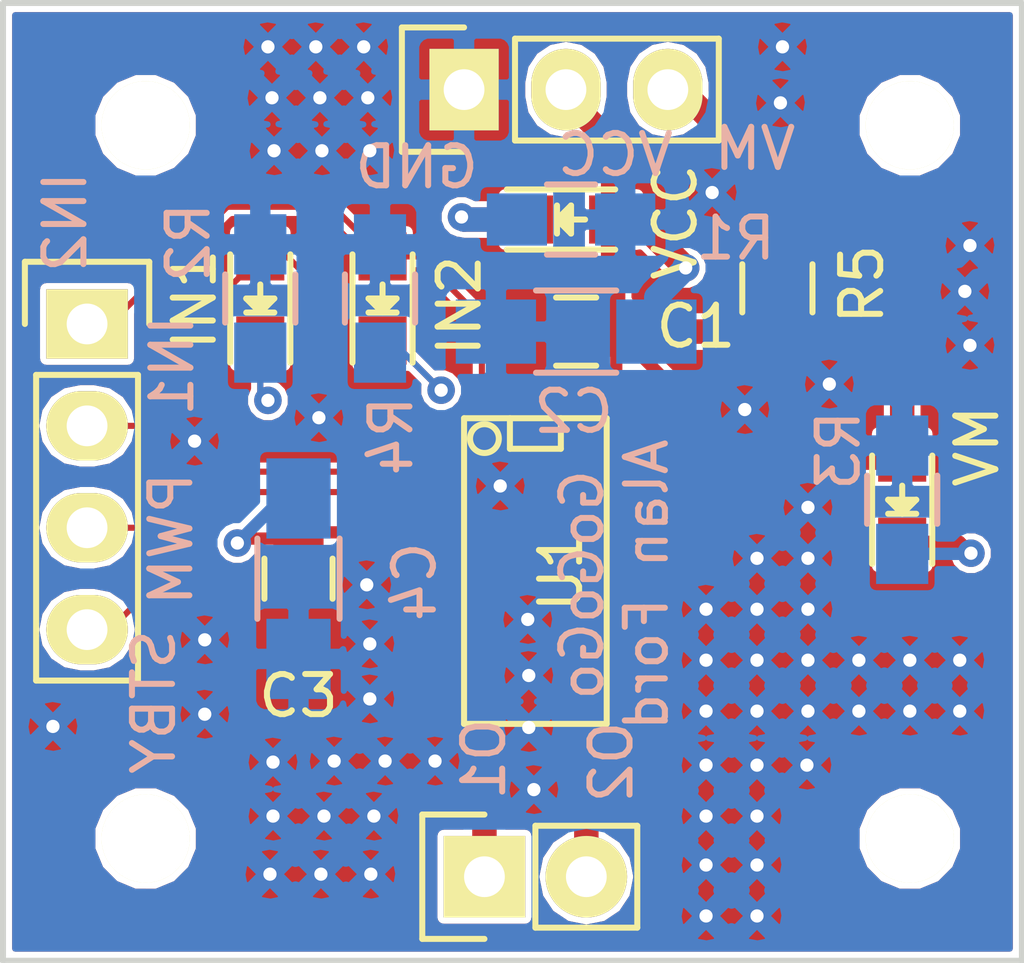
<source format=kicad_pcb>
(kicad_pcb (version 4) (host pcbnew 4.0.2-stable)

  (general
    (links 109)
    (no_connects 0)
    (area 122.495457 80.410266 160.714543 110.153233)
    (thickness 1.6)
    (drawings 18)
    (tracks 111)
    (zones 0)
    (modules 88)
    (nets 14)
  )

  (page A4)
  (layers
    (0 F.Cu signal hide)
    (31 B.Cu signal hide)
    (32 B.Adhes user)
    (33 F.Adhes user)
    (34 B.Paste user)
    (35 F.Paste user)
    (36 B.SilkS user)
    (37 F.SilkS user)
    (38 B.Mask user)
    (39 F.Mask user)
    (40 Dwgs.User user)
    (41 Cmts.User user)
    (42 Eco1.User user)
    (43 Eco2.User user)
    (44 Edge.Cuts user)
    (45 Margin user)
    (46 B.CrtYd user)
    (47 F.CrtYd user)
    (48 B.Fab user)
    (49 F.Fab user)
  )

  (setup
    (last_trace_width 0.1524)
    (user_trace_width 0.3048)
    (user_trace_width 0.6096)
    (trace_clearance 0.1524)
    (zone_clearance 0.1524)
    (zone_45_only no)
    (trace_min 0.1524)
    (segment_width 0.2)
    (edge_width 0.15)
    (via_size 0.6858)
    (via_drill 0.3302)
    (via_min_size 0.6858)
    (via_min_drill 0.3302)
    (uvia_size 0.3)
    (uvia_drill 0.1)
    (uvias_allowed no)
    (uvia_min_size 0.2)
    (uvia_min_drill 0.1)
    (pcb_text_width 0.3)
    (pcb_text_size 1.5 1.5)
    (mod_edge_width 0.15)
    (mod_text_size 1 1)
    (mod_text_width 0.15)
    (pad_size 0.6858 0.6858)
    (pad_drill 0.3302)
    (pad_to_mask_clearance 0.0508)
    (solder_mask_min_width 0.1016)
    (aux_axis_origin 0 0)
    (visible_elements FFFE7B7F)
    (pcbplotparams
      (layerselection 0x010f8_80000001)
      (usegerberextensions true)
      (excludeedgelayer true)
      (linewidth 0.100000)
      (plotframeref false)
      (viasonmask false)
      (mode 1)
      (useauxorigin false)
      (hpglpennumber 1)
      (hpglpenspeed 20)
      (hpglpendiameter 15)
      (hpglpenoverlay 2)
      (psnegative false)
      (psa4output false)
      (plotreference true)
      (plotvalue true)
      (plotinvisibletext false)
      (padsonsilk false)
      (subtractmaskfromsilk true)
      (outputformat 1)
      (mirror false)
      (drillshape 0)
      (scaleselection 1)
      (outputdirectory gerbers/))
  )

  (net 0 "")
  (net 1 VCC)
  (net 2 GND)
  (net 3 /VM)
  (net 4 /PWM)
  (net 5 /IN2)
  (net 6 /IN1)
  (net 7 /STBY)
  (net 8 /O1)
  (net 9 /O2)
  (net 10 "Net-(D1-Pad1)")
  (net 11 "Net-(D2-Pad1)")
  (net 12 "Net-(D3-Pad1)")
  (net 13 "Net-(D4-Pad1)")

  (net_class Default "This is the default net class."
    (clearance 0.1524)
    (trace_width 0.1524)
    (via_dia 0.6858)
    (via_drill 0.3302)
    (uvia_dia 0.3)
    (uvia_drill 0.1)
    (add_net /IN1)
    (add_net /IN2)
    (add_net /O1)
    (add_net /O2)
    (add_net /PWM)
    (add_net /STBY)
    (add_net /VM)
    (add_net GND)
    (add_net "Net-(D1-Pad1)")
    (add_net "Net-(D2-Pad1)")
    (add_net "Net-(D3-Pad1)")
    (add_net "Net-(D4-Pad1)")
    (add_net VCC)
  )

  (module MotorDriver:via (layer F.Cu) (tedit 587C1522) (tstamp 5882449D)
    (at 147.0152 93.4466)
    (fp_text reference REF**44 (at 0 1.5) (layer F.SilkS) hide
      (effects (font (size 1 1) (thickness 0.15)))
    )
    (fp_text value via (at 0 -1.25) (layer F.Fab) hide
      (effects (font (size 1 1) (thickness 0.15)))
    )
    (pad 1 thru_hole circle (at 0 0) (size 0.6858 0.6858) (drill 0.3302) (layers *.Cu)
      (net 2 GND))
  )

  (module MotorDriver:via (layer F.Cu) (tedit 587C1522) (tstamp 58824498)
    (at 149.1234 92.8116)
    (fp_text reference REF**44 (at 0 1.5) (layer F.SilkS) hide
      (effects (font (size 1 1) (thickness 0.15)))
    )
    (fp_text value via (at 0 -1.25) (layer F.Fab) hide
      (effects (font (size 1 1) (thickness 0.15)))
    )
    (pad 1 thru_hole circle (at 0 0) (size 0.6858 0.6858) (drill 0.3302) (layers *.Cu)
      (net 2 GND))
  )

  (module MotorDriver:via (layer F.Cu) (tedit 587C185E) (tstamp 58824433)
    (at 146.2024 88.0364)
    (fp_text reference REF**14 (at 0 1.5) (layer F.SilkS) hide
      (effects (font (size 1 1) (thickness 0.15)))
    )
    (fp_text value via (at 0 -1.25) (layer F.Fab) hide
      (effects (font (size 1 1) (thickness 0.15)))
    )
    (pad 1 thru_hole circle (at 0 0) (size 0.6858 0.6858) (drill 0.3302) (layers *.Cu)
      (net 2 GND))
  )

  (module MotorDriver:via (layer F.Cu) (tedit 587C188F) (tstamp 5882442E)
    (at 137.5156 84.4042)
    (fp_text reference REF**14 (at 0 1.5) (layer F.SilkS) hide
      (effects (font (size 1 1) (thickness 0.15)))
    )
    (fp_text value via (at 0 -1.25) (layer F.Fab) hide
      (effects (font (size 1 1) (thickness 0.15)))
    )
    (pad 1 thru_hole circle (at 0 0) (size 0.6858 0.6858) (drill 0.3302) (layers *.Cu)
      (net 2 GND))
  )

  (module MotorDriver:via (layer F.Cu) (tedit 587C1884) (tstamp 5882442A)
    (at 135.128 84.4042)
    (fp_text reference REF**14 (at 0 1.5) (layer F.SilkS) hide
      (effects (font (size 1 1) (thickness 0.15)))
    )
    (fp_text value via (at 0 -1.25) (layer F.Fab) hide
      (effects (font (size 1 1) (thickness 0.15)))
    )
    (pad 1 thru_hole circle (at 0 0) (size 0.6858 0.6858) (drill 0.3302) (layers *.Cu)
      (net 2 GND))
  )

  (module MotorDriver:via (layer F.Cu) (tedit 587C188A) (tstamp 58824426)
    (at 136.3218 84.4042)
    (fp_text reference REF**14 (at 0 1.5) (layer F.SilkS) hide
      (effects (font (size 1 1) (thickness 0.15)))
    )
    (fp_text value via (at 0 -1.25) (layer F.Fab) hide
      (effects (font (size 1 1) (thickness 0.15)))
    )
    (pad 1 thru_hole circle (at 0 0) (size 0.6858 0.6858) (drill 0.3302) (layers *.Cu)
      (net 2 GND))
  )

  (module MotorDriver:via (layer F.Cu) (tedit 587C189E) (tstamp 58824422)
    (at 136.4234 85.6742)
    (fp_text reference REF**14 (at 0 1.5) (layer F.SilkS) hide
      (effects (font (size 1 1) (thickness 0.15)))
    )
    (fp_text value via (at 0 -1.25) (layer F.Fab) hide
      (effects (font (size 1 1) (thickness 0.15)))
    )
    (pad 1 thru_hole circle (at 0 0) (size 0.6858 0.6858) (drill 0.3302) (layers *.Cu)
      (net 2 GND))
  )

  (module MotorDriver:via (layer F.Cu) (tedit 587C187F) (tstamp 5882441E)
    (at 135.2296 85.6742)
    (fp_text reference REF**14 (at 0 1.5) (layer F.SilkS) hide
      (effects (font (size 1 1) (thickness 0.15)))
    )
    (fp_text value via (at 0 -1.25) (layer F.Fab) hide
      (effects (font (size 1 1) (thickness 0.15)))
    )
    (pad 1 thru_hole circle (at 0 0) (size 0.6858 0.6858) (drill 0.3302) (layers *.Cu)
      (net 2 GND))
  )

  (module MotorDriver:via (layer F.Cu) (tedit 587C1896) (tstamp 5882441A)
    (at 137.6172 85.6742)
    (fp_text reference REF**14 (at 0 1.5) (layer F.SilkS) hide
      (effects (font (size 1 1) (thickness 0.15)))
    )
    (fp_text value via (at 0 -1.25) (layer F.Fab) hide
      (effects (font (size 1 1) (thickness 0.15)))
    )
    (pad 1 thru_hole circle (at 0 0) (size 0.6858 0.6858) (drill 0.3302) (layers *.Cu)
      (net 2 GND))
  )

  (module MotorDriver:via (layer F.Cu) (tedit 587C1869) (tstamp 58824411)
    (at 137.668 86.995)
    (fp_text reference REF**14 (at 0 1.5) (layer F.SilkS) hide
      (effects (font (size 1 1) (thickness 0.15)))
    )
    (fp_text value via (at 0 -1.25) (layer F.Fab) hide
      (effects (font (size 1 1) (thickness 0.15)))
    )
    (pad 1 thru_hole circle (at 0 0) (size 0.6858 0.6858) (drill 0.3302) (layers *.Cu)
      (net 2 GND))
  )

  (module MotorDriver:via (layer F.Cu) (tedit 587C1874) (tstamp 58824402)
    (at 135.2804 86.995)
    (fp_text reference REF**14 (at 0 1.5) (layer F.SilkS) hide
      (effects (font (size 1 1) (thickness 0.15)))
    )
    (fp_text value via (at 0 -1.25) (layer F.Fab) hide
      (effects (font (size 1 1) (thickness 0.15)))
    )
    (pad 1 thru_hole circle (at 0 0) (size 0.6858 0.6858) (drill 0.3302) (layers *.Cu)
      (net 2 GND))
  )

  (module MotorDriver:via (layer F.Cu) (tedit 587C186E) (tstamp 588243FD)
    (at 136.4742 86.995)
    (fp_text reference REF**14 (at 0 1.5) (layer F.SilkS) hide
      (effects (font (size 1 1) (thickness 0.15)))
    )
    (fp_text value via (at 0 -1.25) (layer F.Fab) hide
      (effects (font (size 1 1) (thickness 0.15)))
    )
    (pad 1 thru_hole circle (at 0 0) (size 0.6858 0.6858) (drill 0.3302) (layers *.Cu)
      (net 2 GND))
  )

  (module MotorDriver:via (layer F.Cu) (tedit 587C184F) (tstamp 588243F8)
    (at 136.398 93.6498)
    (fp_text reference REF**14 (at 0 1.5) (layer F.SilkS) hide
      (effects (font (size 1 1) (thickness 0.15)))
    )
    (fp_text value via (at 0 -1.25) (layer F.Fab) hide
      (effects (font (size 1 1) (thickness 0.15)))
    )
    (pad 1 thru_hole circle (at 0 0) (size 0.6858 0.6858) (drill 0.3302) (layers *.Cu)
      (net 2 GND))
  )

  (module MotorDriver:via (layer F.Cu) (tedit 587C182D) (tstamp 588243F3)
    (at 140.9192 95.3516)
    (fp_text reference REF**14 (at 0 1.5) (layer F.SilkS) hide
      (effects (font (size 1 1) (thickness 0.15)))
    )
    (fp_text value via (at 0 -1.25) (layer F.Fab) hide
      (effects (font (size 1 1) (thickness 0.15)))
    )
    (pad 1 thru_hole circle (at 0 0) (size 0.6858 0.6858) (drill 0.3302) (layers *.Cu)
      (net 2 GND))
  )

  (module MotorDriver:via (layer F.Cu) (tedit 587C16F7) (tstamp 588243EE)
    (at 136.4488 105.029)
    (fp_text reference REF**24 (at 0 1.5) (layer F.SilkS) hide
      (effects (font (size 1 1) (thickness 0.15)))
    )
    (fp_text value via (at 0 -1.25) (layer F.Fab) hide
      (effects (font (size 1 1) (thickness 0.15)))
    )
    (pad 1 thru_hole circle (at 0 0) (size 0.6858 0.6858) (drill 0.3302) (layers *.Cu)
      (net 2 GND))
  )

  (module MotorDriver:via (layer F.Cu) (tedit 587C1703) (tstamp 588243EA)
    (at 135.1788 105.029)
    (fp_text reference REF**14 (at 0 1.5) (layer F.SilkS) hide
      (effects (font (size 1 1) (thickness 0.15)))
    )
    (fp_text value via (at 0 -1.25) (layer F.Fab) hide
      (effects (font (size 1 1) (thickness 0.15)))
    )
    (pad 1 thru_hole circle (at 0 0) (size 0.6858 0.6858) (drill 0.3302) (layers *.Cu)
      (net 2 GND))
  )

  (module MotorDriver:via (layer F.Cu) (tedit 587C16ED) (tstamp 588243E6)
    (at 137.6934 105.029)
    (fp_text reference REF**24 (at 0 1.5) (layer F.SilkS) hide
      (effects (font (size 1 1) (thickness 0.15)))
    )
    (fp_text value via (at 0 -1.25) (layer F.Fab) hide
      (effects (font (size 1 1) (thickness 0.15)))
    )
    (pad 1 thru_hole circle (at 0 0) (size 0.6858 0.6858) (drill 0.3302) (layers *.Cu)
      (net 2 GND))
  )

  (module MotorDriver:via (layer F.Cu) (tedit 587C16E7) (tstamp 588243E2)
    (at 129.7686 101.346)
    (fp_text reference REF**24 (at 0 1.5) (layer F.SilkS) hide
      (effects (font (size 1 1) (thickness 0.15)))
    )
    (fp_text value via (at 0 -1.25) (layer F.Fab) hide
      (effects (font (size 1 1) (thickness 0.15)))
    )
    (pad 1 thru_hole circle (at 0 0) (size 0.6858 0.6858) (drill 0.3302) (layers *.Cu)
      (net 2 GND))
  )

  (module MotorDriver:via (layer F.Cu) (tedit 587C16E7) (tstamp 588243DD)
    (at 133.5532 99.187)
    (fp_text reference REF**24 (at 0 1.5) (layer F.SilkS) hide
      (effects (font (size 1 1) (thickness 0.15)))
    )
    (fp_text value via (at 0 -1.25) (layer F.Fab) hide
      (effects (font (size 1 1) (thickness 0.15)))
    )
    (pad 1 thru_hole circle (at 0 0) (size 0.6858 0.6858) (drill 0.3302) (layers *.Cu)
      (net 2 GND))
  )

  (module MotorDriver:via (layer F.Cu) (tedit 587C16E7) (tstamp 588243D8)
    (at 133.5532 101.0412)
    (fp_text reference REF**24 (at 0 1.5) (layer F.SilkS) hide
      (effects (font (size 1 1) (thickness 0.15)))
    )
    (fp_text value via (at 0 -1.25) (layer F.Fab) hide
      (effects (font (size 1 1) (thickness 0.15)))
    )
    (pad 1 thru_hole circle (at 0 0) (size 0.6858 0.6858) (drill 0.3302) (layers *.Cu)
      (net 2 GND))
  )

  (module MotorDriver:via (layer F.Cu) (tedit 587C16E7) (tstamp 588243D3)
    (at 137.5918 97.8154)
    (fp_text reference REF**24 (at 0 1.5) (layer F.SilkS) hide
      (effects (font (size 1 1) (thickness 0.15)))
    )
    (fp_text value via (at 0 -1.25) (layer F.Fab) hide
      (effects (font (size 1 1) (thickness 0.15)))
    )
    (pad 1 thru_hole circle (at 0 0) (size 0.6858 0.6858) (drill 0.3302) (layers *.Cu)
      (net 2 GND))
  )

  (module MotorDriver:via (layer F.Cu) (tedit 587C16E7) (tstamp 588243CE)
    (at 137.668 99.2886)
    (fp_text reference REF**24 (at 0 1.5) (layer F.SilkS) hide
      (effects (font (size 1 1) (thickness 0.15)))
    )
    (fp_text value via (at 0 -1.25) (layer F.Fab) hide
      (effects (font (size 1 1) (thickness 0.15)))
    )
    (pad 1 thru_hole circle (at 0 0) (size 0.6858 0.6858) (drill 0.3302) (layers *.Cu)
      (net 2 GND))
  )

  (module MotorDriver:via (layer F.Cu) (tedit 587C16E7) (tstamp 588243C9)
    (at 137.668 100.6602)
    (fp_text reference REF**24 (at 0 1.5) (layer F.SilkS) hide
      (effects (font (size 1 1) (thickness 0.15)))
    )
    (fp_text value via (at 0 -1.25) (layer F.Fab) hide
      (effects (font (size 1 1) (thickness 0.15)))
    )
    (pad 1 thru_hole circle (at 0 0) (size 0.6858 0.6858) (drill 0.3302) (layers *.Cu)
      (net 2 GND))
  )

  (module MotorDriver:via (layer F.Cu) (tedit 587C1500) (tstamp 588242F3)
    (at 147.9042 85.8012)
    (fp_text reference REF**44 (at 0 1.5) (layer F.SilkS) hide
      (effects (font (size 1 1) (thickness 0.15)))
    )
    (fp_text value via (at 0 -1.25) (layer F.Fab) hide
      (effects (font (size 1 1) (thickness 0.15)))
    )
    (pad 1 thru_hole circle (at 0 0) (size 0.6858 0.6858) (drill 0.3302) (layers *.Cu)
      (net 2 GND))
  )

  (module MotorDriver:via (layer F.Cu) (tedit 587C14FA) (tstamp 588242EE)
    (at 147.955 84.4042)
    (fp_text reference REF**44 (at 0 1.5) (layer F.SilkS) hide
      (effects (font (size 1 1) (thickness 0.15)))
    )
    (fp_text value via (at 0 -1.25) (layer F.Fab) hide
      (effects (font (size 1 1) (thickness 0.15)))
    )
    (pad 1 thru_hole circle (at 0 0) (size 0.6858 0.6858) (drill 0.3302) (layers *.Cu)
      (net 2 GND))
  )

  (module MotorDriver:via (layer F.Cu) (tedit 587C1508) (tstamp 588242E9)
    (at 152.6286 89.3572)
    (fp_text reference REF**44 (at 0 1.5) (layer F.SilkS) hide
      (effects (font (size 1 1) (thickness 0.15)))
    )
    (fp_text value via (at 0 -1.25) (layer F.Fab) hide
      (effects (font (size 1 1) (thickness 0.15)))
    )
    (pad 1 thru_hole circle (at 0 0) (size 0.6858 0.6858) (drill 0.3302) (layers *.Cu)
      (net 2 GND))
  )

  (module MotorDriver:via (layer F.Cu) (tedit 587C151C) (tstamp 588242E4)
    (at 152.5016 90.5002)
    (fp_text reference REF**44 (at 0 1.5) (layer F.SilkS) hide
      (effects (font (size 1 1) (thickness 0.15)))
    )
    (fp_text value via (at 0 -1.25) (layer F.Fab) hide
      (effects (font (size 1 1) (thickness 0.15)))
    )
    (pad 1 thru_hole circle (at 0 0) (size 0.6858 0.6858) (drill 0.3302) (layers *.Cu)
      (net 2 GND))
  )

  (module MotorDriver:via (layer F.Cu) (tedit 587C1522) (tstamp 588242DF)
    (at 152.6286 91.8464)
    (fp_text reference REF**44 (at 0 1.5) (layer F.SilkS) hide
      (effects (font (size 1 1) (thickness 0.15)))
    )
    (fp_text value via (at 0 -1.25) (layer F.Fab) hide
      (effects (font (size 1 1) (thickness 0.15)))
    )
    (pad 1 thru_hole circle (at 0 0) (size 0.6858 0.6858) (drill 0.3302) (layers *.Cu)
      (net 2 GND))
  )

  (module MotorDriver:via (layer F.Cu) (tedit 587C1849) (tstamp 588242DA)
    (at 133.2992 94.234)
    (fp_text reference REF**14 (at 0 1.5) (layer F.SilkS) hide
      (effects (font (size 1 1) (thickness 0.15)))
    )
    (fp_text value via (at 0 -1.25) (layer F.Fab) hide
      (effects (font (size 1 1) (thickness 0.15)))
    )
    (pad 1 thru_hole circle (at 0 0) (size 0.6858 0.6858) (drill 0.3302) (layers *.Cu)
      (net 2 GND))
  )

  (module MotorDriver:via (layer F.Cu) (tedit 587C16FD) (tstamp 588242D0)
    (at 135.255 102.235)
    (fp_text reference REF**14 (at 0 1.5) (layer F.SilkS) hide
      (effects (font (size 1 1) (thickness 0.15)))
    )
    (fp_text value via (at 0 -1.25) (layer F.Fab) hide
      (effects (font (size 1 1) (thickness 0.15)))
    )
    (pad 1 thru_hole circle (at 0 0) (size 0.6858 0.6858) (drill 0.3302) (layers *.Cu)
      (net 2 GND))
  )

  (module MotorDriver:via (layer F.Cu) (tedit 587C16ED) (tstamp 588242CB)
    (at 137.7696 103.5812)
    (fp_text reference REF**24 (at 0 1.5) (layer F.SilkS) hide
      (effects (font (size 1 1) (thickness 0.15)))
    )
    (fp_text value via (at 0 -1.25) (layer F.Fab) hide
      (effects (font (size 1 1) (thickness 0.15)))
    )
    (pad 1 thru_hole circle (at 0 0) (size 0.6858 0.6858) (drill 0.3302) (layers *.Cu)
      (net 2 GND))
  )

  (module MotorDriver:via (layer F.Cu) (tedit 587C1703) (tstamp 588242C7)
    (at 135.255 103.5812)
    (fp_text reference REF**14 (at 0 1.5) (layer F.SilkS) hide
      (effects (font (size 1 1) (thickness 0.15)))
    )
    (fp_text value via (at 0 -1.25) (layer F.Fab) hide
      (effects (font (size 1 1) (thickness 0.15)))
    )
    (pad 1 thru_hole circle (at 0 0) (size 0.6858 0.6858) (drill 0.3302) (layers *.Cu)
      (net 2 GND))
  )

  (module MotorDriver:via (layer F.Cu) (tedit 587C16F7) (tstamp 588242C3)
    (at 136.525 103.5812)
    (fp_text reference REF**24 (at 0 1.5) (layer F.SilkS) hide
      (effects (font (size 1 1) (thickness 0.15)))
    )
    (fp_text value via (at 0 -1.25) (layer F.Fab) hide
      (effects (font (size 1 1) (thickness 0.15)))
    )
    (pad 1 thru_hole circle (at 0 0) (size 0.6858 0.6858) (drill 0.3302) (layers *.Cu)
      (net 2 GND))
  )

  (module MotorDriver:via (layer F.Cu) (tedit 587C183B) (tstamp 588242BA)
    (at 141.605 98.679)
    (fp_text reference REF**24 (at 0 1.5) (layer F.SilkS) hide
      (effects (font (size 1 1) (thickness 0.15)))
    )
    (fp_text value via (at 0 -1.25) (layer F.Fab) hide
      (effects (font (size 1 1) (thickness 0.15)))
    )
    (pad 1 thru_hole circle (at 0 0) (size 0.6858 0.6858) (drill 0.3302) (layers *.Cu)
      (net 2 GND))
  )

  (module MotorDriver:via (layer F.Cu) (tedit 587C16E7) (tstamp 588242A6)
    (at 138.049 102.2096)
    (fp_text reference REF**24 (at 0 1.5) (layer F.SilkS) hide
      (effects (font (size 1 1) (thickness 0.15)))
    )
    (fp_text value via (at 0 -1.25) (layer F.Fab) hide
      (effects (font (size 1 1) (thickness 0.15)))
    )
    (pad 1 thru_hole circle (at 0 0) (size 0.6858 0.6858) (drill 0.3302) (layers *.Cu)
      (net 2 GND))
  )

  (module MotorDriver:via (layer F.Cu) (tedit 587C16F2) (tstamp 588242A2)
    (at 136.779 102.2096)
    (fp_text reference REF**14 (at 0 1.5) (layer F.SilkS) hide
      (effects (font (size 1 1) (thickness 0.15)))
    )
    (fp_text value via (at 0 -1.25) (layer F.Fab) hide
      (effects (font (size 1 1) (thickness 0.15)))
    )
    (pad 1 thru_hole circle (at 0 0) (size 0.6858 0.6858) (drill 0.3302) (layers *.Cu)
      (net 2 GND))
  )

  (module MotorDriver:via (layer F.Cu) (tedit 587C16E2) (tstamp 5882429E)
    (at 139.2936 102.2096)
    (fp_text reference REF**24 (at 0 1.5) (layer F.SilkS) hide
      (effects (font (size 1 1) (thickness 0.15)))
    )
    (fp_text value via (at 0 -1.25) (layer F.Fab) hide
      (effects (font (size 1 1) (thickness 0.15)))
    )
    (pad 1 thru_hole circle (at 0 0) (size 0.6858 0.6858) (drill 0.3302) (layers *.Cu)
      (net 2 GND))
  )

  (module MotorDriver:via (layer F.Cu) (tedit 587C180D) (tstamp 5882429A)
    (at 141.7574 102.9208)
    (fp_text reference REF**24 (at 0 1.5) (layer F.SilkS) hide
      (effects (font (size 1 1) (thickness 0.15)))
    )
    (fp_text value via (at 0 -1.25) (layer F.Fab) hide
      (effects (font (size 1 1) (thickness 0.15)))
    )
    (pad 1 thru_hole circle (at 0 0) (size 0.6858 0.6858) (drill 0.3302) (layers *.Cu)
      (net 2 GND))
  )

  (module MotorDriver:via (layer F.Cu) (tedit 587C181B) (tstamp 58824296)
    (at 141.6304 101.3714)
    (fp_text reference REF**14 (at 0 1.5) (layer F.SilkS) hide
      (effects (font (size 1 1) (thickness 0.15)))
    )
    (fp_text value via (at 0 -1.25) (layer F.Fab) hide
      (effects (font (size 1 1) (thickness 0.15)))
    )
    (pad 1 thru_hole circle (at 0 0) (size 0.6858 0.6858) (drill 0.3302) (layers *.Cu)
      (net 2 GND))
  )

  (module MotorDriver:via (layer F.Cu) (tedit 587C1822) (tstamp 58824292)
    (at 141.6304 100.076)
    (fp_text reference REF**24 (at 0 1.5) (layer F.SilkS) hide
      (effects (font (size 1 1) (thickness 0.15)))
    )
    (fp_text value via (at 0 -1.25) (layer F.Fab) hide
      (effects (font (size 1 1) (thickness 0.15)))
    )
    (pad 1 thru_hole circle (at 0 0) (size 0.6858 0.6858) (drill 0.3302) (layers *.Cu)
      (net 2 GND))
  )

  (module MotorDriver:via (layer F.Cu) (tedit 587C1637) (tstamp 5882427B)
    (at 148.5646 102.3112)
    (fp_text reference REF**24 (at 0 1.5) (layer F.SilkS) hide
      (effects (font (size 1 1) (thickness 0.15)))
    )
    (fp_text value via (at 0 -1.25) (layer F.Fab) hide
      (effects (font (size 1 1) (thickness 0.15)))
    )
    (pad 1 thru_hole circle (at 0 0) (size 0.6858 0.6858) (drill 0.3302) (layers *.Cu)
      (net 2 GND))
  )

  (module MotorDriver:via (layer F.Cu) (tedit 587C165A) (tstamp 58824273)
    (at 147.32 106.0704)
    (fp_text reference REF**25 (at 0 1.5) (layer F.SilkS) hide
      (effects (font (size 1 1) (thickness 0.15)))
    )
    (fp_text value via (at 0 -1.25) (layer F.Fab) hide
      (effects (font (size 1 1) (thickness 0.15)))
    )
    (pad 1 thru_hole circle (at 0 0) (size 0.6858 0.6858) (drill 0.3302) (layers *.Cu)
      (net 2 GND))
  )

  (module MotorDriver:via (layer F.Cu) (tedit 587C1655) (tstamp 5882426F)
    (at 146.05 106.0704)
    (fp_text reference REF**15 (at 0 1.5) (layer F.SilkS) hide
      (effects (font (size 1 1) (thickness 0.15)))
    )
    (fp_text value via (at 0 -1.25) (layer F.Fab) hide
      (effects (font (size 1 1) (thickness 0.15)))
    )
    (pad 1 thru_hole circle (at 0 0) (size 0.6858 0.6858) (drill 0.3302) (layers *.Cu)
      (net 2 GND))
  )

  (module MotorDriver:via (layer F.Cu) (tedit 587C164E) (tstamp 5882426B)
    (at 147.32 104.8004)
    (fp_text reference REF**24 (at 0 1.5) (layer F.SilkS) hide
      (effects (font (size 1 1) (thickness 0.15)))
    )
    (fp_text value via (at 0 -1.25) (layer F.Fab) hide
      (effects (font (size 1 1) (thickness 0.15)))
    )
    (pad 1 thru_hole circle (at 0 0) (size 0.6858 0.6858) (drill 0.3302) (layers *.Cu)
      (net 2 GND))
  )

  (module MotorDriver:via (layer F.Cu) (tedit 587C1648) (tstamp 58824267)
    (at 146.05 104.8004)
    (fp_text reference REF**14 (at 0 1.5) (layer F.SilkS) hide
      (effects (font (size 1 1) (thickness 0.15)))
    )
    (fp_text value via (at 0 -1.25) (layer F.Fab) hide
      (effects (font (size 1 1) (thickness 0.15)))
    )
    (pad 1 thru_hole circle (at 0 0) (size 0.6858 0.6858) (drill 0.3302) (layers *.Cu)
      (net 2 GND))
  )

  (module MotorDriver:via (layer F.Cu) (tedit 587C162C) (tstamp 58824263)
    (at 146.05 102.3112)
    (fp_text reference REF**14 (at 0 1.5) (layer F.SilkS) hide
      (effects (font (size 1 1) (thickness 0.15)))
    )
    (fp_text value via (at 0 -1.25) (layer F.Fab) hide
      (effects (font (size 1 1) (thickness 0.15)))
    )
    (pad 1 thru_hole circle (at 0 0) (size 0.6858 0.6858) (drill 0.3302) (layers *.Cu)
      (net 2 GND))
  )

  (module MotorDriver:via (layer F.Cu) (tedit 587C1631) (tstamp 5882425F)
    (at 147.32 102.3112)
    (fp_text reference REF**24 (at 0 1.5) (layer F.SilkS) hide
      (effects (font (size 1 1) (thickness 0.15)))
    )
    (fp_text value via (at 0 -1.25) (layer F.Fab) hide
      (effects (font (size 1 1) (thickness 0.15)))
    )
    (pad 1 thru_hole circle (at 0 0) (size 0.6858 0.6858) (drill 0.3302) (layers *.Cu)
      (net 2 GND))
  )

  (module MotorDriver:via (layer F.Cu) (tedit 587C163C) (tstamp 5882425B)
    (at 146.05 103.5812)
    (fp_text reference REF**15 (at 0 1.5) (layer F.SilkS) hide
      (effects (font (size 1 1) (thickness 0.15)))
    )
    (fp_text value via (at 0 -1.25) (layer F.Fab) hide
      (effects (font (size 1 1) (thickness 0.15)))
    )
    (pad 1 thru_hole circle (at 0 0) (size 0.6858 0.6858) (drill 0.3302) (layers *.Cu)
      (net 2 GND))
  )

  (module MotorDriver:via (layer F.Cu) (tedit 587C1641) (tstamp 58824257)
    (at 147.32 103.5812)
    (fp_text reference REF**25 (at 0 1.5) (layer F.SilkS) hide
      (effects (font (size 1 1) (thickness 0.15)))
    )
    (fp_text value via (at 0 -1.25) (layer F.Fab) hide
      (effects (font (size 1 1) (thickness 0.15)))
    )
    (pad 1 thru_hole circle (at 0 0) (size 0.6858 0.6858) (drill 0.3302) (layers *.Cu)
      (net 2 GND))
  )

  (module MotorDriver:via (layer F.Cu) (tedit 587C15FE) (tstamp 5882421D)
    (at 152.3746 100.965)
    (fp_text reference REF**54 (at 0 1.5) (layer F.SilkS) hide
      (effects (font (size 1 1) (thickness 0.15)))
    )
    (fp_text value via (at 0 -1.25) (layer F.Fab) hide
      (effects (font (size 1 1) (thickness 0.15)))
    )
    (pad 1 thru_hole circle (at 0 0) (size 0.6858 0.6858) (drill 0.3302) (layers *.Cu)
      (net 2 GND))
  )

  (module MotorDriver:via (layer F.Cu) (tedit 587C15F8) (tstamp 58824209)
    (at 152.3746 99.695)
    (fp_text reference REF**54 (at 0 1.5) (layer F.SilkS) hide
      (effects (font (size 1 1) (thickness 0.15)))
    )
    (fp_text value via (at 0 -1.25) (layer F.Fab) hide
      (effects (font (size 1 1) (thickness 0.15)))
    )
    (pad 1 thru_hole circle (at 0 0) (size 0.6858 0.6858) (drill 0.3302) (layers *.Cu)
      (net 2 GND))
  )

  (module MotorDriver:via (layer F.Cu) (tedit 587C1604) (tstamp 588241E6)
    (at 151.13 100.965)
    (fp_text reference REF**55 (at 0 1.5) (layer F.SilkS) hide
      (effects (font (size 1 1) (thickness 0.15)))
    )
    (fp_text value via (at 0 -1.25) (layer F.Fab) hide
      (effects (font (size 1 1) (thickness 0.15)))
    )
    (pad 1 thru_hole circle (at 0 0) (size 0.6858 0.6858) (drill 0.3302) (layers *.Cu)
      (net 2 GND))
  )

  (module MotorDriver:via (layer F.Cu) (tedit 587C161C) (tstamp 588241E2)
    (at 149.86 100.965)
    (fp_text reference REF**45 (at 0 1.5) (layer F.SilkS) hide
      (effects (font (size 1 1) (thickness 0.15)))
    )
    (fp_text value via (at 0 -1.25) (layer F.Fab) hide
      (effects (font (size 1 1) (thickness 0.15)))
    )
    (pad 1 thru_hole circle (at 0 0) (size 0.6858 0.6858) (drill 0.3302) (layers *.Cu)
      (net 2 GND))
  )

  (module MotorDriver:via (layer F.Cu) (tedit 587C160A) (tstamp 588241DE)
    (at 148.59 100.965)
    (fp_text reference REF**35 (at 0 1.5) (layer F.SilkS) hide
      (effects (font (size 1 1) (thickness 0.15)))
    )
    (fp_text value via (at 0 -1.25) (layer F.Fab) hide
      (effects (font (size 1 1) (thickness 0.15)))
    )
    (pad 1 thru_hole circle (at 0 0) (size 0.6858 0.6858) (drill 0.3302) (layers *.Cu)
      (net 2 GND))
  )

  (module MotorDriver:via (layer F.Cu) (tedit 587C1621) (tstamp 588241DA)
    (at 147.32 100.965)
    (fp_text reference REF**25 (at 0 1.5) (layer F.SilkS) hide
      (effects (font (size 1 1) (thickness 0.15)))
    )
    (fp_text value via (at 0 -1.25) (layer F.Fab) hide
      (effects (font (size 1 1) (thickness 0.15)))
    )
    (pad 1 thru_hole circle (at 0 0) (size 0.6858 0.6858) (drill 0.3302) (layers *.Cu)
      (net 2 GND))
  )

  (module MotorDriver:via (layer F.Cu) (tedit 587C1627) (tstamp 588241D6)
    (at 146.05 100.965)
    (fp_text reference REF**15 (at 0 1.5) (layer F.SilkS) hide
      (effects (font (size 1 1) (thickness 0.15)))
    )
    (fp_text value via (at 0 -1.25) (layer F.Fab) hide
      (effects (font (size 1 1) (thickness 0.15)))
    )
    (pad 1 thru_hole circle (at 0 0) (size 0.6858 0.6858) (drill 0.3302) (layers *.Cu)
      (net 2 GND))
  )

  (module MotorDriver:via (layer F.Cu) (tedit 587C15F2) (tstamp 588241D2)
    (at 151.13 99.695)
    (fp_text reference REF**54 (at 0 1.5) (layer F.SilkS) hide
      (effects (font (size 1 1) (thickness 0.15)))
    )
    (fp_text value via (at 0 -1.25) (layer F.Fab) hide
      (effects (font (size 1 1) (thickness 0.15)))
    )
    (pad 1 thru_hole circle (at 0 0) (size 0.6858 0.6858) (drill 0.3302) (layers *.Cu)
      (net 2 GND))
  )

  (module MotorDriver:via (layer F.Cu) (tedit 587C15EC) (tstamp 588241CE)
    (at 149.86 99.695)
    (fp_text reference REF**44 (at 0 1.5) (layer F.SilkS) hide
      (effects (font (size 1 1) (thickness 0.15)))
    )
    (fp_text value via (at 0 -1.25) (layer F.Fab) hide
      (effects (font (size 1 1) (thickness 0.15)))
    )
    (pad 1 thru_hole circle (at 0 0) (size 0.6858 0.6858) (drill 0.3302) (layers *.Cu)
      (net 2 GND))
  )

  (module MotorDriver:via (layer F.Cu) (tedit 587C15E6) (tstamp 588241CA)
    (at 148.59 99.695)
    (fp_text reference REF**34 (at 0 1.5) (layer F.SilkS) hide
      (effects (font (size 1 1) (thickness 0.15)))
    )
    (fp_text value via (at 0 -1.25) (layer F.Fab) hide
      (effects (font (size 1 1) (thickness 0.15)))
    )
    (pad 1 thru_hole circle (at 0 0) (size 0.6858 0.6858) (drill 0.3302) (layers *.Cu)
      (net 2 GND))
  )

  (module MotorDriver:via (layer F.Cu) (tedit 587C15E1) (tstamp 588241C6)
    (at 147.32 99.695)
    (fp_text reference REF**24 (at 0 1.5) (layer F.SilkS) hide
      (effects (font (size 1 1) (thickness 0.15)))
    )
    (fp_text value via (at 0 -1.25) (layer F.Fab) hide
      (effects (font (size 1 1) (thickness 0.15)))
    )
    (pad 1 thru_hole circle (at 0 0) (size 0.6858 0.6858) (drill 0.3302) (layers *.Cu)
      (net 2 GND))
  )

  (module MotorDriver:via (layer F.Cu) (tedit 587C15DB) (tstamp 588241C2)
    (at 146.05 99.695)
    (fp_text reference REF**14 (at 0 1.5) (layer F.SilkS) hide
      (effects (font (size 1 1) (thickness 0.15)))
    )
    (fp_text value via (at 0 -1.25) (layer F.Fab) hide
      (effects (font (size 1 1) (thickness 0.15)))
    )
    (pad 1 thru_hole circle (at 0 0) (size 0.6858 0.6858) (drill 0.3302) (layers *.Cu)
      (net 2 GND))
  )

  (module MotorDriver:via (layer F.Cu) (tedit 587C15BC) (tstamp 588241B6)
    (at 148.59 98.425)
    (fp_text reference REF**33 (at 0 1.5) (layer F.SilkS) hide
      (effects (font (size 1 1) (thickness 0.15)))
    )
    (fp_text value via (at 0 -1.25) (layer F.Fab) hide
      (effects (font (size 1 1) (thickness 0.15)))
    )
    (pad 1 thru_hole circle (at 0 0) (size 0.6858 0.6858) (drill 0.3302) (layers *.Cu)
      (net 2 GND))
  )

  (module MotorDriver:via (layer F.Cu) (tedit 587C15C2) (tstamp 588241B2)
    (at 147.32 98.425)
    (fp_text reference REF**23 (at 0 1.5) (layer F.SilkS) hide
      (effects (font (size 1 1) (thickness 0.15)))
    )
    (fp_text value via (at 0 -1.25) (layer F.Fab) hide
      (effects (font (size 1 1) (thickness 0.15)))
    )
    (pad 1 thru_hole circle (at 0 0) (size 0.6858 0.6858) (drill 0.3302) (layers *.Cu)
      (net 2 GND))
  )

  (module MotorDriver:via (layer F.Cu) (tedit 587C15C8) (tstamp 588241AE)
    (at 146.05 98.425)
    (fp_text reference REF**13 (at 0 1.5) (layer F.SilkS) hide
      (effects (font (size 1 1) (thickness 0.15)))
    )
    (fp_text value via (at 0 -1.25) (layer F.Fab) hide
      (effects (font (size 1 1) (thickness 0.15)))
    )
    (pad 1 thru_hole circle (at 0 0) (size 0.6858 0.6858) (drill 0.3302) (layers *.Cu)
      (net 2 GND))
  )

  (module MotorDriver:via (layer F.Cu) (tedit 587C15B0) (tstamp 588241A2)
    (at 148.59 97.155)
    (fp_text reference REF**32 (at 0 1.5) (layer F.SilkS) hide
      (effects (font (size 1 1) (thickness 0.15)))
    )
    (fp_text value via (at 0 -1.25) (layer F.Fab) hide
      (effects (font (size 1 1) (thickness 0.15)))
    )
    (pad 1 thru_hole circle (at 0 0) (size 0.6858 0.6858) (drill 0.3302) (layers *.Cu)
      (net 2 GND))
  )

  (module MotorDriver:via (layer F.Cu) (tedit 587C15B6) (tstamp 5882419E)
    (at 147.32 97.155)
    (fp_text reference REF**22 (at 0 1.5) (layer F.SilkS) hide
      (effects (font (size 1 1) (thickness 0.15)))
    )
    (fp_text value via (at 0 -1.25) (layer F.Fab) hide
      (effects (font (size 1 1) (thickness 0.15)))
    )
    (pad 1 thru_hole circle (at 0 0) (size 0.6858 0.6858) (drill 0.3302) (layers *.Cu)
      (net 2 GND))
  )

  (module MotorDriver:via (layer F.Cu) (tedit 587C152A) (tstamp 5882418E)
    (at 148.59 95.885)
    (fp_text reference REF**31 (at 0 1.5) (layer F.SilkS) hide
      (effects (font (size 1 1) (thickness 0.15)))
    )
    (fp_text value via (at 0 -1.25) (layer F.Fab) hide
      (effects (font (size 1 1) (thickness 0.15)))
    )
    (pad 1 thru_hole circle (at 0 0) (size 0.6858 0.6858) (drill 0.3302) (layers *.Cu)
      (net 2 GND))
  )

  (module Mounting_Holes:MountingHole_2.2mm_M2 (layer F.Cu) (tedit 5878F8A0) (tstamp 587AD4D3)
    (at 132.08 104.14)
    (descr "Mounting Hole 2.2mm, no annular, M2")
    (tags "mounting hole 2.2mm no annular m2")
    (fp_text reference REF** (at 0 -3.2) (layer F.SilkS) hide
      (effects (font (size 1 1) (thickness 0.15)))
    )
    (fp_text value MountingHole_2.2mm_M2 (at 0 3.2) (layer F.Fab)
      (effects (font (size 1 1) (thickness 0.15)))
    )
    (fp_circle (center 0 0) (end 2.2 0) (layer Cmts.User) (width 0.15))
    (fp_circle (center 0 0) (end 2.45 0) (layer F.CrtYd) (width 0.05))
    (pad 1 np_thru_hole circle (at 0 0) (size 2.2 2.2) (drill 2.2) (layers *.Cu *.Mask F.SilkS))
  )

  (module Mounting_Holes:MountingHole_2.2mm_M2 (layer F.Cu) (tedit 5878F89C) (tstamp 587AD4CC)
    (at 151.13 104.14)
    (descr "Mounting Hole 2.2mm, no annular, M2")
    (tags "mounting hole 2.2mm no annular m2")
    (fp_text reference REF** (at 0 -3.2) (layer F.SilkS) hide
      (effects (font (size 1 1) (thickness 0.15)))
    )
    (fp_text value MountingHole_2.2mm_M2 (at 0 3.2) (layer F.Fab)
      (effects (font (size 1 1) (thickness 0.15)))
    )
    (fp_circle (center 0 0) (end 2.2 0) (layer Cmts.User) (width 0.15))
    (fp_circle (center 0 0) (end 2.45 0) (layer F.CrtYd) (width 0.05))
    (pad 1 np_thru_hole circle (at 0 0) (size 2.2 2.2) (drill 2.2) (layers *.Cu *.Mask F.SilkS))
  )

  (module Mounting_Holes:MountingHole_2.2mm_M2 (layer F.Cu) (tedit 5878F8BB) (tstamp 587AD46D)
    (at 132.08 86.36)
    (descr "Mounting Hole 2.2mm, no annular, M2")
    (tags "mounting hole 2.2mm no annular m2")
    (fp_text reference REF** (at 0 -3.2) (layer F.SilkS) hide
      (effects (font (size 1 1) (thickness 0.15)))
    )
    (fp_text value MountingHole_2.2mm_M2 (at 0 3.2) (layer F.Fab)
      (effects (font (size 1 1) (thickness 0.15)))
    )
    (fp_circle (center 0 0) (end 2.2 0) (layer Cmts.User) (width 0.15))
    (fp_circle (center 0 0) (end 2.45 0) (layer F.CrtYd) (width 0.05))
    (pad 1 np_thru_hole circle (at 0 0) (size 2.2 2.2) (drill 2.2) (layers *.Cu *.Mask F.SilkS))
  )

  (module Capacitors_SMD:C_0805 (layer F.Cu) (tedit 587792D1) (tstamp 58650E48)
    (at 142.8115 91.5035 180)
    (descr "Capacitor SMD 0805, reflow soldering, AVX (see smccp.pdf)")
    (tags "capacitor 0805")
    (path /586508CE)
    (attr smd)
    (fp_text reference C1 (at -2.9845 0.127 180) (layer F.SilkS)
      (effects (font (size 1 1) (thickness 0.15)))
    )
    (fp_text value 0.1u (at 0 2.1 180) (layer F.Fab)
      (effects (font (size 1 1) (thickness 0.15)))
    )
    (fp_line (start -1.8 -1) (end 1.8 -1) (layer F.CrtYd) (width 0.05))
    (fp_line (start -1.8 1) (end 1.8 1) (layer F.CrtYd) (width 0.05))
    (fp_line (start -1.8 -1) (end -1.8 1) (layer F.CrtYd) (width 0.05))
    (fp_line (start 1.8 -1) (end 1.8 1) (layer F.CrtYd) (width 0.05))
    (fp_line (start 0.5 -0.85) (end -0.5 -0.85) (layer F.SilkS) (width 0.15))
    (fp_line (start -0.5 0.85) (end 0.5 0.85) (layer F.SilkS) (width 0.15))
    (pad 1 smd rect (at -1 0 180) (size 1 1.25) (layers F.Cu F.Paste F.Mask)
      (net 1 VCC))
    (pad 2 smd rect (at 1 0 180) (size 1 1.25) (layers F.Cu F.Paste F.Mask)
      (net 2 GND))
    (model Capacitors_SMD.3dshapes/C_0805.wrl
      (at (xyz 0 0 0))
      (scale (xyz 1 1 1))
      (rotate (xyz 0 0 0))
    )
  )

  (module Capacitors_SMD:C_0805 (layer F.Cu) (tedit 58779247) (tstamp 58650E54)
    (at 135.89 97.663 270)
    (descr "Capacitor SMD 0805, reflow soldering, AVX (see smccp.pdf)")
    (tags "capacitor 0805")
    (path /5865102C)
    (attr smd)
    (fp_text reference C3 (at 2.921 0 360) (layer F.SilkS)
      (effects (font (size 1 1) (thickness 0.15)))
    )
    (fp_text value 0.1u (at 0 2.1 270) (layer F.Fab)
      (effects (font (size 1 1) (thickness 0.15)))
    )
    (fp_line (start -1.8 -1) (end 1.8 -1) (layer F.CrtYd) (width 0.05))
    (fp_line (start -1.8 1) (end 1.8 1) (layer F.CrtYd) (width 0.05))
    (fp_line (start -1.8 -1) (end -1.8 1) (layer F.CrtYd) (width 0.05))
    (fp_line (start 1.8 -1) (end 1.8 1) (layer F.CrtYd) (width 0.05))
    (fp_line (start 0.5 -0.85) (end -0.5 -0.85) (layer F.SilkS) (width 0.15))
    (fp_line (start -0.5 0.85) (end 0.5 0.85) (layer F.SilkS) (width 0.15))
    (pad 1 smd rect (at -1 0 270) (size 1 1.25) (layers F.Cu F.Paste F.Mask)
      (net 3 /VM))
    (pad 2 smd rect (at 1 0 270) (size 1 1.25) (layers F.Cu F.Paste F.Mask)
      (net 2 GND))
    (model Capacitors_SMD.3dshapes/C_0805.wrl
      (at (xyz 0 0 0))
      (scale (xyz 1 1 1))
      (rotate (xyz 0 0 0))
    )
  )

  (module Pin_Headers:Pin_Header_Straight_1x02 (layer F.Cu) (tedit 587C19AE) (tstamp 58650E70)
    (at 140.5255 105.0925 90)
    (descr "Through hole pin header")
    (tags "pin header")
    (path /58651757)
    (fp_text reference P4 (at 0 -2.667 90) (layer F.SilkS) hide
      (effects (font (size 1 1) (thickness 0.15)))
    )
    (fp_text value CONN_01X02 (at 0 -3.1 90) (layer F.Fab)
      (effects (font (size 1 1) (thickness 0.15)))
    )
    (fp_line (start 1.27 1.27) (end 1.27 3.81) (layer F.SilkS) (width 0.15))
    (fp_line (start 1.55 -1.55) (end 1.55 0) (layer F.SilkS) (width 0.15))
    (fp_line (start -1.75 -1.75) (end -1.75 4.3) (layer F.CrtYd) (width 0.05))
    (fp_line (start 1.75 -1.75) (end 1.75 4.3) (layer F.CrtYd) (width 0.05))
    (fp_line (start -1.75 -1.75) (end 1.75 -1.75) (layer F.CrtYd) (width 0.05))
    (fp_line (start -1.75 4.3) (end 1.75 4.3) (layer F.CrtYd) (width 0.05))
    (fp_line (start 1.27 1.27) (end -1.27 1.27) (layer F.SilkS) (width 0.15))
    (fp_line (start -1.55 0) (end -1.55 -1.55) (layer F.SilkS) (width 0.15))
    (fp_line (start -1.55 -1.55) (end 1.55 -1.55) (layer F.SilkS) (width 0.15))
    (fp_line (start -1.27 1.27) (end -1.27 3.81) (layer F.SilkS) (width 0.15))
    (fp_line (start -1.27 3.81) (end 1.27 3.81) (layer F.SilkS) (width 0.15))
    (pad 1 thru_hole rect (at 0 0 90) (size 2.032 2.032) (drill 1.016) (layers *.Cu *.Mask F.SilkS)
      (net 8 /O1))
    (pad 2 thru_hole oval (at 0 2.54 90) (size 2.032 2.032) (drill 1.016) (layers *.Cu *.Mask F.SilkS)
      (net 9 /O2))
    (model Pin_Headers.3dshapes/Pin_Header_Straight_1x02.wrl
      (at (xyz 0 -0.05 0))
      (scale (xyz 1 1 1))
      (rotate (xyz 0 0 90))
    )
  )

  (module LEDs:LED_0805 (layer F.Cu) (tedit 587C1AA5) (tstamp 58651DA7)
    (at 142.6845 88.7095)
    (descr "LED 0805 smd package")
    (tags "LED 0805 SMD")
    (path /5865502A)
    (attr smd)
    (fp_text reference D1 (at 2.6035 0.0381 90) (layer F.SilkS) hide
      (effects (font (size 1 1) (thickness 0.15)))
    )
    (fp_text value LED (at 0 1.75) (layer F.Fab)
      (effects (font (size 1 1) (thickness 0.15)))
    )
    (fp_line (start -1.6 0.75) (end 1.1 0.75) (layer F.SilkS) (width 0.15))
    (fp_line (start -1.6 -0.75) (end 1.1 -0.75) (layer F.SilkS) (width 0.15))
    (fp_line (start -0.1 0.15) (end -0.1 -0.1) (layer F.SilkS) (width 0.15))
    (fp_line (start -0.1 -0.1) (end -0.25 0.05) (layer F.SilkS) (width 0.15))
    (fp_line (start -0.35 -0.35) (end -0.35 0.35) (layer F.SilkS) (width 0.15))
    (fp_line (start 0 0) (end 0.35 0) (layer F.SilkS) (width 0.15))
    (fp_line (start -0.35 0) (end 0 -0.35) (layer F.SilkS) (width 0.15))
    (fp_line (start 0 -0.35) (end 0 0.35) (layer F.SilkS) (width 0.15))
    (fp_line (start 0 0.35) (end -0.35 0) (layer F.SilkS) (width 0.15))
    (fp_line (start 1.9 -0.95) (end 1.9 0.95) (layer F.CrtYd) (width 0.05))
    (fp_line (start 1.9 0.95) (end -1.9 0.95) (layer F.CrtYd) (width 0.05))
    (fp_line (start -1.9 0.95) (end -1.9 -0.95) (layer F.CrtYd) (width 0.05))
    (fp_line (start -1.9 -0.95) (end 1.9 -0.95) (layer F.CrtYd) (width 0.05))
    (pad 2 smd rect (at 1.04902 0 180) (size 1.19888 1.19888) (layers F.Cu F.Paste F.Mask)
      (net 1 VCC))
    (pad 1 smd rect (at -1.04902 0 180) (size 1.19888 1.19888) (layers F.Cu F.Paste F.Mask)
      (net 10 "Net-(D1-Pad1)"))
    (model LEDs.3dshapes/LED_0805.wrl
      (at (xyz 0 0 0))
      (scale (xyz 1 1 1))
      (rotate (xyz 0 0 0))
    )
  )

  (module LEDs:LED_0805 (layer F.Cu) (tedit 587C1A70) (tstamp 58651DAD)
    (at 134.9375 90.678 90)
    (descr "LED 0805 smd package")
    (tags "LED 0805 SMD")
    (path /5865481B)
    (attr smd)
    (fp_text reference D2 (at 0 -1.75 90) (layer F.SilkS) hide
      (effects (font (size 1 1) (thickness 0.15)))
    )
    (fp_text value LED (at 0 1.75 90) (layer F.Fab)
      (effects (font (size 1 1) (thickness 0.15)))
    )
    (fp_line (start -1.6 0.75) (end 1.1 0.75) (layer F.SilkS) (width 0.15))
    (fp_line (start -1.6 -0.75) (end 1.1 -0.75) (layer F.SilkS) (width 0.15))
    (fp_line (start -0.1 0.15) (end -0.1 -0.1) (layer F.SilkS) (width 0.15))
    (fp_line (start -0.1 -0.1) (end -0.25 0.05) (layer F.SilkS) (width 0.15))
    (fp_line (start -0.35 -0.35) (end -0.35 0.35) (layer F.SilkS) (width 0.15))
    (fp_line (start 0 0) (end 0.35 0) (layer F.SilkS) (width 0.15))
    (fp_line (start -0.35 0) (end 0 -0.35) (layer F.SilkS) (width 0.15))
    (fp_line (start 0 -0.35) (end 0 0.35) (layer F.SilkS) (width 0.15))
    (fp_line (start 0 0.35) (end -0.35 0) (layer F.SilkS) (width 0.15))
    (fp_line (start 1.9 -0.95) (end 1.9 0.95) (layer F.CrtYd) (width 0.05))
    (fp_line (start 1.9 0.95) (end -1.9 0.95) (layer F.CrtYd) (width 0.05))
    (fp_line (start -1.9 0.95) (end -1.9 -0.95) (layer F.CrtYd) (width 0.05))
    (fp_line (start -1.9 -0.95) (end 1.9 -0.95) (layer F.CrtYd) (width 0.05))
    (pad 2 smd rect (at 1.04902 0 270) (size 1.19888 1.19888) (layers F.Cu F.Paste F.Mask)
      (net 6 /IN1))
    (pad 1 smd rect (at -1.04902 0 270) (size 1.19888 1.19888) (layers F.Cu F.Paste F.Mask)
      (net 11 "Net-(D2-Pad1)"))
    (model LEDs.3dshapes/LED_0805.wrl
      (at (xyz 0 0 0))
      (scale (xyz 1 1 1))
      (rotate (xyz 0 0 0))
    )
  )

  (module LEDs:LED_0805 (layer F.Cu) (tedit 587C1AD4) (tstamp 58651DB3)
    (at 150.9395 95.6945 90)
    (descr "LED 0805 smd package")
    (tags "LED 0805 SMD")
    (path /5865517E)
    (attr smd)
    (fp_text reference D3 (at 2.921 0 180) (layer F.SilkS) hide
      (effects (font (size 1 1) (thickness 0.15)))
    )
    (fp_text value LED (at 0 1.75 90) (layer F.Fab)
      (effects (font (size 1 1) (thickness 0.15)))
    )
    (fp_line (start -1.6 0.75) (end 1.1 0.75) (layer F.SilkS) (width 0.15))
    (fp_line (start -1.6 -0.75) (end 1.1 -0.75) (layer F.SilkS) (width 0.15))
    (fp_line (start -0.1 0.15) (end -0.1 -0.1) (layer F.SilkS) (width 0.15))
    (fp_line (start -0.1 -0.1) (end -0.25 0.05) (layer F.SilkS) (width 0.15))
    (fp_line (start -0.35 -0.35) (end -0.35 0.35) (layer F.SilkS) (width 0.15))
    (fp_line (start 0 0) (end 0.35 0) (layer F.SilkS) (width 0.15))
    (fp_line (start -0.35 0) (end 0 -0.35) (layer F.SilkS) (width 0.15))
    (fp_line (start 0 -0.35) (end 0 0.35) (layer F.SilkS) (width 0.15))
    (fp_line (start 0 0.35) (end -0.35 0) (layer F.SilkS) (width 0.15))
    (fp_line (start 1.9 -0.95) (end 1.9 0.95) (layer F.CrtYd) (width 0.05))
    (fp_line (start 1.9 0.95) (end -1.9 0.95) (layer F.CrtYd) (width 0.05))
    (fp_line (start -1.9 0.95) (end -1.9 -0.95) (layer F.CrtYd) (width 0.05))
    (fp_line (start -1.9 -0.95) (end 1.9 -0.95) (layer F.CrtYd) (width 0.05))
    (pad 2 smd rect (at 1.04902 0 270) (size 1.19888 1.19888) (layers F.Cu F.Paste F.Mask)
      (net 3 /VM))
    (pad 1 smd rect (at -1.04902 0 270) (size 1.19888 1.19888) (layers F.Cu F.Paste F.Mask)
      (net 12 "Net-(D3-Pad1)"))
    (model LEDs.3dshapes/LED_0805.wrl
      (at (xyz 0 0 0))
      (scale (xyz 1 1 1))
      (rotate (xyz 0 0 0))
    )
  )

  (module LEDs:LED_0805 (layer F.Cu) (tedit 587C1A5F) (tstamp 58651DB9)
    (at 137.9855 90.678 90)
    (descr "LED 0805 smd package")
    (tags "LED 0805 SMD")
    (path /58654880)
    (attr smd)
    (fp_text reference D4 (at 0 -1.75 90) (layer F.SilkS) hide
      (effects (font (size 1 1) (thickness 0.15)))
    )
    (fp_text value LED (at 0 1.75 90) (layer F.Fab)
      (effects (font (size 1 1) (thickness 0.15)))
    )
    (fp_line (start -1.6 0.75) (end 1.1 0.75) (layer F.SilkS) (width 0.15))
    (fp_line (start -1.6 -0.75) (end 1.1 -0.75) (layer F.SilkS) (width 0.15))
    (fp_line (start -0.1 0.15) (end -0.1 -0.1) (layer F.SilkS) (width 0.15))
    (fp_line (start -0.1 -0.1) (end -0.25 0.05) (layer F.SilkS) (width 0.15))
    (fp_line (start -0.35 -0.35) (end -0.35 0.35) (layer F.SilkS) (width 0.15))
    (fp_line (start 0 0) (end 0.35 0) (layer F.SilkS) (width 0.15))
    (fp_line (start -0.35 0) (end 0 -0.35) (layer F.SilkS) (width 0.15))
    (fp_line (start 0 -0.35) (end 0 0.35) (layer F.SilkS) (width 0.15))
    (fp_line (start 0 0.35) (end -0.35 0) (layer F.SilkS) (width 0.15))
    (fp_line (start 1.9 -0.95) (end 1.9 0.95) (layer F.CrtYd) (width 0.05))
    (fp_line (start 1.9 0.95) (end -1.9 0.95) (layer F.CrtYd) (width 0.05))
    (fp_line (start -1.9 0.95) (end -1.9 -0.95) (layer F.CrtYd) (width 0.05))
    (fp_line (start -1.9 -0.95) (end 1.9 -0.95) (layer F.CrtYd) (width 0.05))
    (pad 2 smd rect (at 1.04902 0 270) (size 1.19888 1.19888) (layers F.Cu F.Paste F.Mask)
      (net 5 /IN2))
    (pad 1 smd rect (at -1.04902 0 270) (size 1.19888 1.19888) (layers F.Cu F.Paste F.Mask)
      (net 13 "Net-(D4-Pad1)"))
    (model LEDs.3dshapes/LED_0805.wrl
      (at (xyz 0 0 0))
      (scale (xyz 1 1 1))
      (rotate (xyz 0 0 0))
    )
  )

  (module Pin_Headers:Pin_Header_Straight_1x04 (layer F.Cu) (tedit 587C19A6) (tstamp 58651DBA)
    (at 130.6195 91.313)
    (descr "Through hole pin header")
    (tags "pin header")
    (path /58653CB9)
    (fp_text reference P1 (at 2.9845 9.271) (layer F.SilkS) hide
      (effects (font (size 1 1) (thickness 0.15)))
    )
    (fp_text value CONN_01X04 (at 0 -3.1) (layer F.Fab)
      (effects (font (size 1 1) (thickness 0.15)))
    )
    (fp_line (start -1.75 -1.75) (end -1.75 9.4) (layer F.CrtYd) (width 0.05))
    (fp_line (start 1.75 -1.75) (end 1.75 9.4) (layer F.CrtYd) (width 0.05))
    (fp_line (start -1.75 -1.75) (end 1.75 -1.75) (layer F.CrtYd) (width 0.05))
    (fp_line (start -1.75 9.4) (end 1.75 9.4) (layer F.CrtYd) (width 0.05))
    (fp_line (start -1.27 1.27) (end -1.27 8.89) (layer F.SilkS) (width 0.15))
    (fp_line (start 1.27 1.27) (end 1.27 8.89) (layer F.SilkS) (width 0.15))
    (fp_line (start 1.55 -1.55) (end 1.55 0) (layer F.SilkS) (width 0.15))
    (fp_line (start -1.27 8.89) (end 1.27 8.89) (layer F.SilkS) (width 0.15))
    (fp_line (start 1.27 1.27) (end -1.27 1.27) (layer F.SilkS) (width 0.15))
    (fp_line (start -1.55 0) (end -1.55 -1.55) (layer F.SilkS) (width 0.15))
    (fp_line (start -1.55 -1.55) (end 1.55 -1.55) (layer F.SilkS) (width 0.15))
    (pad 1 thru_hole rect (at 0 0) (size 2.032 1.7272) (drill 1.016) (layers *.Cu *.Mask F.SilkS)
      (net 5 /IN2))
    (pad 2 thru_hole oval (at 0 2.54) (size 2.032 1.7272) (drill 1.016) (layers *.Cu *.Mask F.SilkS)
      (net 6 /IN1))
    (pad 3 thru_hole oval (at 0 5.08) (size 2.032 1.7272) (drill 1.016) (layers *.Cu *.Mask F.SilkS)
      (net 4 /PWM))
    (pad 4 thru_hole oval (at 0 7.62) (size 2.032 1.7272) (drill 1.016) (layers *.Cu *.Mask F.SilkS)
      (net 7 /STBY))
    (model Pin_Headers.3dshapes/Pin_Header_Straight_1x04.wrl
      (at (xyz 0 -0.15 0))
      (scale (xyz 1 1 1))
      (rotate (xyz 0 0 90))
    )
  )

  (module Pin_Headers:Pin_Header_Straight_1x03 (layer F.Cu) (tedit 587C19B5) (tstamp 58651DC7)
    (at 140.0175 85.471 90)
    (descr "Through hole pin header")
    (tags "pin header")
    (path /58653C4C)
    (fp_text reference P2 (at -0.0635 -3.048 180) (layer F.SilkS) hide
      (effects (font (size 1 1) (thickness 0.15)))
    )
    (fp_text value CONN_01X03 (at 0 -3.1 90) (layer F.Fab)
      (effects (font (size 1 1) (thickness 0.15)))
    )
    (fp_line (start -1.75 -1.75) (end -1.75 6.85) (layer F.CrtYd) (width 0.05))
    (fp_line (start 1.75 -1.75) (end 1.75 6.85) (layer F.CrtYd) (width 0.05))
    (fp_line (start -1.75 -1.75) (end 1.75 -1.75) (layer F.CrtYd) (width 0.05))
    (fp_line (start -1.75 6.85) (end 1.75 6.85) (layer F.CrtYd) (width 0.05))
    (fp_line (start -1.27 1.27) (end -1.27 6.35) (layer F.SilkS) (width 0.15))
    (fp_line (start -1.27 6.35) (end 1.27 6.35) (layer F.SilkS) (width 0.15))
    (fp_line (start 1.27 6.35) (end 1.27 1.27) (layer F.SilkS) (width 0.15))
    (fp_line (start 1.55 -1.55) (end 1.55 0) (layer F.SilkS) (width 0.15))
    (fp_line (start 1.27 1.27) (end -1.27 1.27) (layer F.SilkS) (width 0.15))
    (fp_line (start -1.55 0) (end -1.55 -1.55) (layer F.SilkS) (width 0.15))
    (fp_line (start -1.55 -1.55) (end 1.55 -1.55) (layer F.SilkS) (width 0.15))
    (pad 1 thru_hole rect (at 0 0 90) (size 2.032 1.7272) (drill 1.016) (layers *.Cu *.Mask F.SilkS)
      (net 2 GND))
    (pad 2 thru_hole oval (at 0 2.54 90) (size 2.032 1.7272) (drill 1.016) (layers *.Cu *.Mask F.SilkS)
      (net 1 VCC))
    (pad 3 thru_hole oval (at 0 5.08 90) (size 2.032 1.7272) (drill 1.016) (layers *.Cu *.Mask F.SilkS)
      (net 3 /VM))
    (model Pin_Headers.3dshapes/Pin_Header_Straight_1x03.wrl
      (at (xyz 0 -0.1 0))
      (scale (xyz 1 1 1))
      (rotate (xyz 0 0 90))
    )
  )

  (module Resistors_SMD:R_0805 (layer F.Cu) (tedit 587C1DBF) (tstamp 58651DE5)
    (at 147.828 90.424 270)
    (descr "Resistor SMD 0805, reflow soldering, Vishay (see dcrcw.pdf)")
    (tags "resistor 0805")
    (path /5865550D)
    (attr smd)
    (fp_text reference R5 (at -0.1016 -2.1082 270) (layer F.SilkS)
      (effects (font (size 1 1) (thickness 0.15)))
    )
    (fp_text value 0R (at 0 2.1 270) (layer F.Fab)
      (effects (font (size 1 1) (thickness 0.15)))
    )
    (fp_line (start -1.6 -1) (end 1.6 -1) (layer F.CrtYd) (width 0.05))
    (fp_line (start -1.6 1) (end 1.6 1) (layer F.CrtYd) (width 0.05))
    (fp_line (start -1.6 -1) (end -1.6 1) (layer F.CrtYd) (width 0.05))
    (fp_line (start 1.6 -1) (end 1.6 1) (layer F.CrtYd) (width 0.05))
    (fp_line (start 0.6 0.875) (end -0.6 0.875) (layer F.SilkS) (width 0.15))
    (fp_line (start -0.6 -0.875) (end 0.6 -0.875) (layer F.SilkS) (width 0.15))
    (pad 1 smd rect (at -0.95 0 270) (size 0.7 1.3) (layers F.Cu F.Paste F.Mask)
      (net 3 /VM))
    (pad 2 smd rect (at 0.95 0 270) (size 0.7 1.3) (layers F.Cu F.Paste F.Mask)
      (net 1 VCC))
    (model Resistors_SMD.3dshapes/R_0805.wrl
      (at (xyz 0 0 0))
      (scale (xyz 1 1 1))
      (rotate (xyz 0 0 0))
    )
  )

  (module Mounting_Holes:MountingHole_2.2mm_M2 (layer F.Cu) (tedit 5878F8BE) (tstamp 587AD465)
    (at 151.13 86.36)
    (descr "Mounting Hole 2.2mm, no annular, M2")
    (tags "mounting hole 2.2mm no annular m2")
    (fp_text reference REF** (at 0 -3.2) (layer F.SilkS) hide
      (effects (font (size 1 1) (thickness 0.15)))
    )
    (fp_text value MountingHole_2.2mm_M2 (at 0 3.2) (layer F.Fab)
      (effects (font (size 1 1) (thickness 0.15)))
    )
    (fp_circle (center 0 0) (end 2.2 0) (layer Cmts.User) (width 0.15))
    (fp_circle (center 0 0) (end 2.45 0) (layer F.CrtYd) (width 0.05))
    (pad 1 np_thru_hole circle (at 0 0) (size 2.2 2.2) (drill 2.2) (layers *.Cu *.Mask F.SilkS))
  )

  (module Capacitors_SMD:C_1206_HandSoldering (layer B.Cu) (tedit 587C1BCC) (tstamp 587BEA28)
    (at 142.8115 91.5035 180)
    (descr "Capacitor SMD 1206, hand soldering")
    (tags "capacitor 1206")
    (path /586508A0)
    (attr smd)
    (fp_text reference C2 (at 0.0635 -1.9939 180) (layer B.SilkS)
      (effects (font (size 1 1) (thickness 0.15)) (justify mirror))
    )
    (fp_text value 10u (at 0 -2.3 180) (layer B.Fab)
      (effects (font (size 1 1) (thickness 0.15)) (justify mirror))
    )
    (fp_line (start -3.3 1.15) (end 3.3 1.15) (layer B.CrtYd) (width 0.05))
    (fp_line (start -3.3 -1.15) (end 3.3 -1.15) (layer B.CrtYd) (width 0.05))
    (fp_line (start -3.3 1.15) (end -3.3 -1.15) (layer B.CrtYd) (width 0.05))
    (fp_line (start 3.3 1.15) (end 3.3 -1.15) (layer B.CrtYd) (width 0.05))
    (fp_line (start 1 1.025) (end -1 1.025) (layer B.SilkS) (width 0.15))
    (fp_line (start -1 -1.025) (end 1 -1.025) (layer B.SilkS) (width 0.15))
    (pad 1 smd rect (at -2 0 180) (size 2 1.6) (layers B.Cu B.Paste B.Mask)
      (net 1 VCC))
    (pad 2 smd rect (at 2 0 180) (size 2 1.6) (layers B.Cu B.Paste B.Mask)
      (net 2 GND))
    (model Capacitors_SMD.3dshapes/C_1206_HandSoldering.wrl
      (at (xyz 0 0 0))
      (scale (xyz 1 1 1))
      (rotate (xyz 0 0 0))
    )
  )

  (module Capacitors_SMD:C_1206_HandSoldering (layer B.Cu) (tedit 587C1BD5) (tstamp 587BEA2D)
    (at 135.89 97.663 270)
    (descr "Capacitor SMD 1206, hand soldering")
    (tags "capacitor 1206")
    (path /58651026)
    (attr smd)
    (fp_text reference C4 (at 0.0762 -2.8956 270) (layer B.SilkS)
      (effects (font (size 1 1) (thickness 0.15)) (justify mirror))
    )
    (fp_text value 10u (at 0 -2.3 270) (layer B.Fab)
      (effects (font (size 1 1) (thickness 0.15)) (justify mirror))
    )
    (fp_line (start -3.3 1.15) (end 3.3 1.15) (layer B.CrtYd) (width 0.05))
    (fp_line (start -3.3 -1.15) (end 3.3 -1.15) (layer B.CrtYd) (width 0.05))
    (fp_line (start -3.3 1.15) (end -3.3 -1.15) (layer B.CrtYd) (width 0.05))
    (fp_line (start 3.3 1.15) (end 3.3 -1.15) (layer B.CrtYd) (width 0.05))
    (fp_line (start 1 1.025) (end -1 1.025) (layer B.SilkS) (width 0.15))
    (fp_line (start -1 -1.025) (end 1 -1.025) (layer B.SilkS) (width 0.15))
    (pad 1 smd rect (at -2 0 270) (size 2 1.6) (layers B.Cu B.Paste B.Mask)
      (net 3 /VM))
    (pad 2 smd rect (at 2 0 270) (size 2 1.6) (layers B.Cu B.Paste B.Mask)
      (net 2 GND))
    (model Capacitors_SMD.3dshapes/C_1206_HandSoldering.wrl
      (at (xyz 0 0 0))
      (scale (xyz 1 1 1))
      (rotate (xyz 0 0 0))
    )
  )

  (module Resistors_SMD:R_0805_HandSoldering (layer B.Cu) (tedit 587C1BC7) (tstamp 587BEA32)
    (at 142.6845 88.7095)
    (descr "Resistor SMD 0805, hand soldering")
    (tags "resistor 0805")
    (path /58654D4D)
    (attr smd)
    (fp_text reference R1 (at 4.1021 0.4699) (layer B.SilkS)
      (effects (font (size 1 1) (thickness 0.15)) (justify mirror))
    )
    (fp_text value 1K (at 0 -2.1) (layer B.Fab)
      (effects (font (size 1 1) (thickness 0.15)) (justify mirror))
    )
    (fp_line (start -2.4 1) (end 2.4 1) (layer B.CrtYd) (width 0.05))
    (fp_line (start -2.4 -1) (end 2.4 -1) (layer B.CrtYd) (width 0.05))
    (fp_line (start -2.4 1) (end -2.4 -1) (layer B.CrtYd) (width 0.05))
    (fp_line (start 2.4 1) (end 2.4 -1) (layer B.CrtYd) (width 0.05))
    (fp_line (start 0.6 -0.875) (end -0.6 -0.875) (layer B.SilkS) (width 0.15))
    (fp_line (start -0.6 0.875) (end 0.6 0.875) (layer B.SilkS) (width 0.15))
    (pad 1 smd rect (at -1.35 0) (size 1.5 1.3) (layers B.Cu B.Paste B.Mask)
      (net 10 "Net-(D1-Pad1)"))
    (pad 2 smd rect (at 1.35 0) (size 1.5 1.3) (layers B.Cu B.Paste B.Mask)
      (net 2 GND))
    (model Resistors_SMD.3dshapes/R_0805_HandSoldering.wrl
      (at (xyz 0 0 0))
      (scale (xyz 1 1 1))
      (rotate (xyz 0 0 0))
    )
  )

  (module Resistors_SMD:R_0805_HandSoldering (layer B.Cu) (tedit 587C1BDD) (tstamp 587BEA37)
    (at 134.9375 90.678 90)
    (descr "Resistor SMD 0805, hand soldering")
    (tags "resistor 0805")
    (path /5865471B)
    (attr smd)
    (fp_text reference R2 (at 1.397 -1.7907 90) (layer B.SilkS)
      (effects (font (size 1 1) (thickness 0.15)) (justify mirror))
    )
    (fp_text value 1K (at 0 -2.1 90) (layer B.Fab)
      (effects (font (size 1 1) (thickness 0.15)) (justify mirror))
    )
    (fp_line (start -2.4 1) (end 2.4 1) (layer B.CrtYd) (width 0.05))
    (fp_line (start -2.4 -1) (end 2.4 -1) (layer B.CrtYd) (width 0.05))
    (fp_line (start -2.4 1) (end -2.4 -1) (layer B.CrtYd) (width 0.05))
    (fp_line (start 2.4 1) (end 2.4 -1) (layer B.CrtYd) (width 0.05))
    (fp_line (start 0.6 -0.875) (end -0.6 -0.875) (layer B.SilkS) (width 0.15))
    (fp_line (start -0.6 0.875) (end 0.6 0.875) (layer B.SilkS) (width 0.15))
    (pad 1 smd rect (at -1.35 0 90) (size 1.5 1.3) (layers B.Cu B.Paste B.Mask)
      (net 11 "Net-(D2-Pad1)"))
    (pad 2 smd rect (at 1.35 0 90) (size 1.5 1.3) (layers B.Cu B.Paste B.Mask)
      (net 2 GND))
    (model Resistors_SMD.3dshapes/R_0805_HandSoldering.wrl
      (at (xyz 0 0 0))
      (scale (xyz 1 1 1))
      (rotate (xyz 0 0 0))
    )
  )

  (module Resistors_SMD:R_0805_HandSoldering (layer B.Cu) (tedit 587C1BC0) (tstamp 587BEA3C)
    (at 150.9395 95.6945 90)
    (descr "Resistor SMD 0805, hand soldering")
    (tags "resistor 0805")
    (path /58654DB9)
    (attr smd)
    (fp_text reference R3 (at 1.2319 -1.5875 90) (layer B.SilkS)
      (effects (font (size 1 1) (thickness 0.15)) (justify mirror))
    )
    (fp_text value 1K (at 0 -2.1 90) (layer B.Fab)
      (effects (font (size 1 1) (thickness 0.15)) (justify mirror))
    )
    (fp_line (start -2.4 1) (end 2.4 1) (layer B.CrtYd) (width 0.05))
    (fp_line (start -2.4 -1) (end 2.4 -1) (layer B.CrtYd) (width 0.05))
    (fp_line (start -2.4 1) (end -2.4 -1) (layer B.CrtYd) (width 0.05))
    (fp_line (start 2.4 1) (end 2.4 -1) (layer B.CrtYd) (width 0.05))
    (fp_line (start 0.6 -0.875) (end -0.6 -0.875) (layer B.SilkS) (width 0.15))
    (fp_line (start -0.6 0.875) (end 0.6 0.875) (layer B.SilkS) (width 0.15))
    (pad 1 smd rect (at -1.35 0 90) (size 1.5 1.3) (layers B.Cu B.Paste B.Mask)
      (net 12 "Net-(D3-Pad1)"))
    (pad 2 smd rect (at 1.35 0 90) (size 1.5 1.3) (layers B.Cu B.Paste B.Mask)
      (net 2 GND))
    (model Resistors_SMD.3dshapes/R_0805_HandSoldering.wrl
      (at (xyz 0 0 0))
      (scale (xyz 1 1 1))
      (rotate (xyz 0 0 0))
    )
  )

  (module Resistors_SMD:R_0805_HandSoldering (layer B.Cu) (tedit 587C1BE2) (tstamp 587BEA41)
    (at 137.922 90.678 90)
    (descr "Resistor SMD 0805, hand soldering")
    (tags "resistor 0805")
    (path /58654783)
    (attr smd)
    (fp_text reference R4 (at -3.429 0.2794 90) (layer B.SilkS)
      (effects (font (size 1 1) (thickness 0.15)) (justify mirror))
    )
    (fp_text value 1K (at 0 -2.1 90) (layer B.Fab)
      (effects (font (size 1 1) (thickness 0.15)) (justify mirror))
    )
    (fp_line (start -2.4 1) (end 2.4 1) (layer B.CrtYd) (width 0.05))
    (fp_line (start -2.4 -1) (end 2.4 -1) (layer B.CrtYd) (width 0.05))
    (fp_line (start -2.4 1) (end -2.4 -1) (layer B.CrtYd) (width 0.05))
    (fp_line (start 2.4 1) (end 2.4 -1) (layer B.CrtYd) (width 0.05))
    (fp_line (start 0.6 -0.875) (end -0.6 -0.875) (layer B.SilkS) (width 0.15))
    (fp_line (start -0.6 0.875) (end 0.6 0.875) (layer B.SilkS) (width 0.15))
    (pad 1 smd rect (at -1.35 0 90) (size 1.5 1.3) (layers B.Cu B.Paste B.Mask)
      (net 13 "Net-(D4-Pad1)"))
    (pad 2 smd rect (at 1.35 0 90) (size 1.5 1.3) (layers B.Cu B.Paste B.Mask)
      (net 2 GND))
    (model Resistors_SMD.3dshapes/R_0805_HandSoldering.wrl
      (at (xyz 0 0 0))
      (scale (xyz 1 1 1))
      (rotate (xyz 0 0 0))
    )
  )

  (module SMD_Packages:SSOP-20 (layer F.Cu) (tedit 0) (tstamp 58650E88)
    (at 141.7955 97.4725 270)
    (descr "SSOP 20 pins")
    (tags "CMS SSOP SMD")
    (path /5865080B)
    (attr smd)
    (fp_text reference U1 (at 0 -0.635 270) (layer F.SilkS)
      (effects (font (size 1 1) (thickness 0.15)))
    )
    (fp_text value TB6593FNG (at 0 0.635 270) (layer F.Fab)
      (effects (font (size 1 1) (thickness 0.15)))
    )
    (fp_line (start 3.81 -1.778) (end -3.81 -1.778) (layer F.SilkS) (width 0.15))
    (fp_line (start -3.81 1.778) (end 3.81 1.778) (layer F.SilkS) (width 0.15))
    (fp_line (start 3.81 -1.778) (end 3.81 1.778) (layer F.SilkS) (width 0.15))
    (fp_line (start -3.81 1.778) (end -3.81 -1.778) (layer F.SilkS) (width 0.15))
    (fp_circle (center -3.302 1.27) (end -3.556 1.016) (layer F.SilkS) (width 0.15))
    (fp_line (start -3.81 -0.635) (end -3.048 -0.635) (layer F.SilkS) (width 0.15))
    (fp_line (start -3.048 -0.635) (end -3.048 0.635) (layer F.SilkS) (width 0.15))
    (fp_line (start -3.048 0.635) (end -3.81 0.635) (layer F.SilkS) (width 0.15))
    (pad 1 smd rect (at -2.921 2.667 270) (size 0.4064 1.27) (layers F.Cu F.Paste F.Mask)
      (net 2 GND))
    (pad 2 smd rect (at -2.286 2.667 270) (size 0.4064 1.27) (layers F.Cu F.Paste F.Mask)
      (net 4 /PWM))
    (pad 3 smd rect (at -1.6256 2.667 270) (size 0.4064 1.27) (layers F.Cu F.Paste F.Mask)
      (net 7 /STBY))
    (pad 4 smd rect (at -0.9652 2.667 270) (size 0.4064 1.27) (layers F.Cu F.Paste F.Mask)
      (net 3 /VM))
    (pad 5 smd rect (at -0.3302 2.667 270) (size 0.4064 1.27) (layers F.Cu F.Paste F.Mask)
      (net 3 /VM))
    (pad 6 smd rect (at 0.3302 2.667 270) (size 0.4064 1.27) (layers F.Cu F.Paste F.Mask)
      (net 8 /O1))
    (pad 7 smd rect (at 0.9906 2.667 270) (size 0.4064 1.27) (layers F.Cu F.Paste F.Mask)
      (net 8 /O1))
    (pad 8 smd rect (at 1.6256 2.667 270) (size 0.4064 1.27) (layers F.Cu F.Paste F.Mask)
      (net 2 GND))
    (pad 9 smd rect (at 2.286 2.667 270) (size 0.4064 1.27) (layers F.Cu F.Paste F.Mask)
      (net 2 GND))
    (pad 10 smd rect (at 2.921 2.667 270) (size 0.4064 1.27) (layers F.Cu F.Paste F.Mask)
      (net 2 GND))
    (pad 11 smd rect (at 2.921 -2.667 270) (size 0.4064 1.27) (layers F.Cu F.Paste F.Mask)
      (net 2 GND))
    (pad 12 smd rect (at 2.286 -2.667 270) (size 0.4064 1.27) (layers F.Cu F.Paste F.Mask)
      (net 2 GND))
    (pad 13 smd rect (at 1.6256 -2.667 270) (size 0.4064 1.27) (layers F.Cu F.Paste F.Mask)
      (net 2 GND))
    (pad 14 smd rect (at 0.9906 -2.667 270) (size 0.4064 1.27) (layers F.Cu F.Paste F.Mask)
      (net 9 /O2))
    (pad 15 smd rect (at 0.3302 -2.667 270) (size 0.4064 1.27) (layers F.Cu F.Paste F.Mask)
      (net 9 /O2))
    (pad 16 smd rect (at -0.3302 -2.667 270) (size 0.4064 1.27) (layers F.Cu F.Paste F.Mask)
      (net 3 /VM))
    (pad 17 smd rect (at -0.9652 -2.667 270) (size 0.4064 1.27) (layers F.Cu F.Paste F.Mask)
      (net 3 /VM))
    (pad 18 smd rect (at -1.6256 -2.667 270) (size 0.4064 1.27) (layers F.Cu F.Paste F.Mask)
      (net 6 /IN1))
    (pad 19 smd rect (at -2.286 -2.667 270) (size 0.4064 1.27) (layers F.Cu F.Paste F.Mask)
      (net 5 /IN2))
    (pad 20 smd rect (at -2.921 -2.667 270) (size 0.4064 1.27) (layers F.Cu F.Paste F.Mask)
      (net 1 VCC))
    (model SMD_Packages.3dshapes/SSOP-20.wrl
      (at (xyz 0 0 0))
      (scale (xyz 0.255 0.33 0.3))
      (rotate (xyz 0 0 0))
    )
  )

  (gr_text GND (at 138.8364 87.4014) (layer B.SilkS)
    (effects (font (size 1 1) (thickness 0.15)) (justify mirror))
  )
  (gr_text VCC (at 143.7894 87.0966) (layer B.SilkS)
    (effects (font (size 1 1) (thickness 0.15)) (justify mirror))
  )
  (gr_text VM (at 147.2692 86.9442) (layer B.SilkS)
    (effects (font (size 1 1) (thickness 0.15)) (justify mirror))
  )
  (gr_text "GoGoGo\nAlan Ford" (at 143.764 97.8154 90) (layer B.SilkS)
    (effects (font (size 1 1) (thickness 0.15)) (justify mirror))
  )
  (gr_text O1 (at 140.5128 102.1588 90) (layer B.SilkS)
    (effects (font (size 1 1) (thickness 0.15)) (justify mirror))
  )
  (gr_text O2 (at 143.6878 102.235 90) (layer B.SilkS)
    (effects (font (size 1 1) (thickness 0.15)) (justify mirror))
  )
  (gr_text STBY (at 132.2832 100.7364 90) (layer B.SilkS)
    (effects (font (size 1 1) (thickness 0.15)) (justify mirror))
  )
  (gr_text PWM (at 132.715 96.6724 90) (layer B.SilkS)
    (effects (font (size 1 1) (thickness 0.15)) (justify mirror))
  )
  (gr_text IN1 (at 132.7404 92.3544 90) (layer B.SilkS)
    (effects (font (size 1 1) (thickness 0.15)) (justify mirror))
  )
  (gr_text IN2 (at 130.0734 88.773 90) (layer B.SilkS)
    (effects (font (size 1 1) (thickness 0.15)) (justify mirror))
  )
  (gr_text VM (at 152.8064 94.361 90) (layer F.SilkS)
    (effects (font (size 1 1) (thickness 0.15)))
  )
  (gr_text VCC (at 145.288 88.773 90) (layer F.SilkS)
    (effects (font (size 1 1) (thickness 0.15)))
  )
  (gr_text IN1 (at 133.2992 90.7034 90) (layer F.SilkS)
    (effects (font (size 1 1) (thickness 0.15)))
  )
  (gr_text IN2 (at 139.9032 90.8558 90) (layer F.SilkS)
    (effects (font (size 1 1) (thickness 0.15)))
  )
  (gr_line (start 128.524 83.312) (end 128.524 107.188) (angle 90) (layer Edge.Cuts) (width 0.15))
  (gr_line (start 153.924 83.312) (end 128.524 83.312) (angle 90) (layer Edge.Cuts) (width 0.15))
  (gr_line (start 153.924 107.188) (end 153.924 83.312) (angle 90) (layer Edge.Cuts) (width 0.15))
  (gr_line (start 128.524 107.188) (end 153.924 107.188) (angle 90) (layer Edge.Cuts) (width 0.15))

  (segment (start 144.8115 91.5035) (end 144.8115 90.6465) (width 0.6096) (layer B.Cu) (net 1))
  (segment (start 144.3355 88.7095) (end 143.73352 88.7095) (width 0.6096) (layer F.Cu) (net 1) (tstamp 587C0A91))
  (segment (start 145.542 89.916) (end 144.3355 88.7095) (width 0.6096) (layer F.Cu) (net 1) (tstamp 587C0A90))
  (via (at 145.542 89.916) (size 0.6858) (drill 0.3302) (layers F.Cu B.Cu) (net 1))
  (segment (start 144.8115 90.6465) (end 145.542 89.916) (width 0.6096) (layer B.Cu) (net 1) (tstamp 587C0A8A))
  (segment (start 143.8115 91.5035) (end 143.4465 91.5035) (width 0.3048) (layer F.Cu) (net 1))
  (segment (start 143.8115 91.5035) (end 143.8115 93.0115) (width 0.3048) (layer F.Cu) (net 1))
  (segment (start 144.4625 93.6625) (end 144.4625 94.5515) (width 0.3048) (layer F.Cu) (net 1) (tstamp 587C06A7))
  (segment (start 143.8115 93.0115) (end 144.4625 93.6625) (width 0.3048) (layer F.Cu) (net 1) (tstamp 587C06A6))
  (segment (start 143.8115 91.5035) (end 143.8275 91.5035) (width 0.3048) (layer F.Cu) (net 1))
  (segment (start 143.8275 91.5035) (end 145.796 93.472) (width 0.3048) (layer F.Cu) (net 1) (tstamp 587C065D))
  (segment (start 145.4785 94.5515) (end 144.4625 94.5515) (width 0.3048) (layer F.Cu) (net 1) (tstamp 587C0664))
  (segment (start 145.796 94.234) (end 145.4785 94.5515) (width 0.3048) (layer F.Cu) (net 1) (tstamp 587C0662))
  (segment (start 145.796 93.472) (end 145.796 94.234) (width 0.3048) (layer F.Cu) (net 1) (tstamp 587C0660))
  (segment (start 143.8115 91.5035) (end 147.6985 91.5035) (width 0.6096) (layer F.Cu) (net 1))
  (segment (start 147.6985 91.5035) (end 147.828 91.374) (width 0.6096) (layer F.Cu) (net 1) (tstamp 587C0442))
  (segment (start 143.73352 88.7095) (end 143.73352 91.42552) (width 0.6096) (layer F.Cu) (net 1))
  (segment (start 143.73352 91.42552) (end 143.8115 91.5035) (width 0.6096) (layer F.Cu) (net 1) (tstamp 587C043E))
  (segment (start 142.5575 85.471) (end 142.5575 85.6615) (width 0.6096) (layer F.Cu) (net 1))
  (segment (start 142.5575 85.6615) (end 143.73352 86.83752) (width 0.6096) (layer F.Cu) (net 1) (tstamp 587C0427))
  (segment (start 143.73352 86.83752) (end 143.73352 88.7095) (width 0.6096) (layer F.Cu) (net 1) (tstamp 587C042C))
  (segment (start 135.89 96.663) (end 134.477 96.663) (width 0.3048) (layer F.Cu) (net 3))
  (segment (start 134.366 96.774) (end 135.477 95.663) (width 0.3048) (layer B.Cu) (net 3) (tstamp 587C05DF))
  (via (at 134.366 96.774) (size 0.6858) (drill 0.3302) (layers F.Cu B.Cu) (net 3))
  (segment (start 134.477 96.663) (end 134.366 96.774) (width 0.3048) (layer F.Cu) (net 3) (tstamp 587C05DB))
  (segment (start 135.477 95.663) (end 135.89 95.663) (width 0.3048) (layer B.Cu) (net 3) (tstamp 587C05E0))
  (segment (start 139.1285 96.5073) (end 136.0457 96.5073) (width 0.3048) (layer F.Cu) (net 3))
  (segment (start 136.0457 96.5073) (end 135.89 96.663) (width 0.3048) (layer F.Cu) (net 3) (tstamp 587C04AD))
  (segment (start 144.4625 97.1423) (end 139.1285 97.1423) (width 0.3048) (layer F.Cu) (net 3))
  (segment (start 144.4625 96.5073) (end 139.1285 96.5073) (width 0.3048) (layer F.Cu) (net 3))
  (segment (start 144.4625 97.1423) (end 145.6563 97.1423) (width 0.3048) (layer F.Cu) (net 3))
  (segment (start 145.6563 97.1423) (end 146.2913 96.5073) (width 0.3048) (layer F.Cu) (net 3) (tstamp 587C048E))
  (segment (start 144.4625 96.5073) (end 146.2913 96.5073) (width 0.3048) (layer F.Cu) (net 3))
  (segment (start 148.15312 94.64548) (end 150.9395 94.64548) (width 0.6096) (layer F.Cu) (net 3) (tstamp 587C0474))
  (segment (start 146.2913 96.5073) (end 148.15312 94.64548) (width 0.6096) (layer F.Cu) (net 3) (tstamp 587C0470))
  (segment (start 147.828 89.474) (end 150.18 89.474) (width 0.6096) (layer F.Cu) (net 3))
  (segment (start 150.9395 90.2335) (end 150.9395 94.64548) (width 0.6096) (layer F.Cu) (net 3) (tstamp 587C041A))
  (segment (start 150.18 89.474) (end 150.9395 90.2335) (width 0.6096) (layer F.Cu) (net 3) (tstamp 587C0415))
  (segment (start 145.0975 85.471) (end 145.415 85.471) (width 0.6096) (layer F.Cu) (net 3))
  (segment (start 145.415 85.471) (end 147.828 87.884) (width 0.6096) (layer F.Cu) (net 3) (tstamp 587C040E))
  (segment (start 147.828 87.884) (end 147.828 89.474) (width 0.6096) (layer F.Cu) (net 3) (tstamp 587C0411))
  (segment (start 130.6195 96.393) (end 132.969 96.393) (width 0.1524) (layer F.Cu) (net 4))
  (segment (start 138.1125 95.1865) (end 139.1285 95.1865) (width 0.1524) (layer F.Cu) (net 4) (tstamp 587C05B9))
  (segment (start 137.922 94.996) (end 138.1125 95.1865) (width 0.1524) (layer F.Cu) (net 4) (tstamp 587C05B7))
  (segment (start 134.366 94.996) (end 137.922 94.996) (width 0.1524) (layer F.Cu) (net 4) (tstamp 587C05B3))
  (segment (start 132.969 96.393) (end 134.366 94.996) (width 0.1524) (layer F.Cu) (net 4) (tstamp 587C05B0))
  (segment (start 137.9855 89.62898) (end 138.90498 89.62898) (width 0.1524) (layer F.Cu) (net 5))
  (segment (start 142.9385 95.1865) (end 144.4625 95.1865) (width 0.1524) (layer F.Cu) (net 5) (tstamp 587C070E))
  (segment (start 140.462 92.71) (end 142.9385 95.1865) (width 0.1524) (layer F.Cu) (net 5) (tstamp 587C070C))
  (segment (start 140.462 91.186) (end 140.462 92.71) (width 0.1524) (layer F.Cu) (net 5) (tstamp 587C070A))
  (segment (start 138.90498 89.62898) (end 140.462 91.186) (width 0.1524) (layer F.Cu) (net 5) (tstamp 587C0706))
  (segment (start 130.6195 91.313) (end 131.191 91.313) (width 0.1524) (layer F.Cu) (net 5))
  (segment (start 131.191 91.313) (end 134.112 88.392) (width 0.1524) (layer F.Cu) (net 5) (tstamp 587ACFFE))
  (segment (start 134.112 88.392) (end 136.74852 88.392) (width 0.1524) (layer F.Cu) (net 5) (tstamp 587AD001))
  (segment (start 136.74852 88.392) (end 137.9855 89.62898) (width 0.1524) (layer F.Cu) (net 5) (tstamp 587AD004))
  (segment (start 134.9375 89.62898) (end 135.60298 89.62898) (width 0.1524) (layer F.Cu) (net 6))
  (segment (start 142.8369 95.8469) (end 144.4625 95.8469) (width 0.1524) (layer F.Cu) (net 6) (tstamp 587C071E))
  (segment (start 140.716 93.726) (end 142.8369 95.8469) (width 0.1524) (layer F.Cu) (net 6) (tstamp 587C071B))
  (segment (start 137.668 93.726) (end 140.716 93.726) (width 0.1524) (layer F.Cu) (net 6) (tstamp 587C0719))
  (segment (start 136.398 92.456) (end 137.668 93.726) (width 0.1524) (layer F.Cu) (net 6) (tstamp 587C0717))
  (segment (start 136.398 90.424) (end 136.398 92.456) (width 0.1524) (layer F.Cu) (net 6) (tstamp 587C0714))
  (segment (start 135.60298 89.62898) (end 136.398 90.424) (width 0.1524) (layer F.Cu) (net 6) (tstamp 587C0713))
  (segment (start 130.6195 93.853) (end 131.953 93.853) (width 0.1524) (layer F.Cu) (net 6))
  (segment (start 133.35 91.21648) (end 134.9375 89.62898) (width 0.1524) (layer F.Cu) (net 6) (tstamp 587ACFE7))
  (segment (start 133.35 92.456) (end 133.35 91.21648) (width 0.1524) (layer F.Cu) (net 6) (tstamp 587ACFE5))
  (segment (start 131.953 93.853) (end 132.588 93.218) (width 0.1524) (layer F.Cu) (net 6) (tstamp 587ACFDE))
  (segment (start 132.588 93.218) (end 133.35 92.456) (width 0.1524) (layer F.Cu) (net 6) (tstamp 587ACFEB))
  (segment (start 130.6195 98.933) (end 131.191 98.933) (width 0.1524) (layer F.Cu) (net 7))
  (segment (start 131.191 98.933) (end 134.62 95.504) (width 0.1524) (layer F.Cu) (net 7) (tstamp 587C05A1))
  (segment (start 138.0109 95.8469) (end 139.1285 95.8469) (width 0.1524) (layer F.Cu) (net 7) (tstamp 587C05AC))
  (segment (start 137.668 95.504) (end 138.0109 95.8469) (width 0.1524) (layer F.Cu) (net 7) (tstamp 587C05AA))
  (segment (start 134.62 95.504) (end 137.668 95.504) (width 0.1524) (layer F.Cu) (net 7) (tstamp 587C05A5))
  (segment (start 130.6195 98.933) (end 130.683 98.933) (width 0.1524) (layer F.Cu) (net 7))
  (segment (start 139.1285 98.4631) (end 140.5255 98.4631) (width 0.3048) (layer F.Cu) (net 8))
  (segment (start 140.462 98.552) (end 140.5255 98.552) (width 0.3048) (layer F.Cu) (net 8) (tstamp 587C04EE))
  (segment (start 140.462 98.5266) (end 140.462 98.552) (width 0.3048) (layer F.Cu) (net 8) (tstamp 587C04ED))
  (segment (start 140.5255 98.4631) (end 140.462 98.5266) (width 0.3048) (layer F.Cu) (net 8) (tstamp 587C04E9))
  (segment (start 139.1285 97.8027) (end 140.2207 97.8027) (width 0.3048) (layer F.Cu) (net 8))
  (segment (start 140.5255 98.1075) (end 140.5255 98.552) (width 0.6096) (layer F.Cu) (net 8) (tstamp 587C04C3))
  (segment (start 140.5255 98.552) (end 140.5255 105.0925) (width 0.6096) (layer F.Cu) (net 8) (tstamp 587C04EF))
  (segment (start 140.2207 97.8027) (end 140.5255 98.1075) (width 0.6096) (layer F.Cu) (net 8) (tstamp 587C04C0))
  (segment (start 144.4625 98.4631) (end 142.748 98.4631) (width 0.3048) (layer F.Cu) (net 9))
  (segment (start 143.002 98.552) (end 142.748 98.552) (width 0.3048) (layer F.Cu) (net 9) (tstamp 587C0569))
  (segment (start 142.8369 98.552) (end 143.002 98.552) (width 0.3048) (layer F.Cu) (net 9) (tstamp 587C0568))
  (segment (start 142.748 98.4631) (end 142.8369 98.552) (width 0.3048) (layer F.Cu) (net 9) (tstamp 587C0566))
  (segment (start 144.4625 97.8027) (end 143.2687 97.8027) (width 0.3048) (layer F.Cu) (net 9))
  (segment (start 143.0655 102.4255) (end 143.0655 105.0925) (width 0.6096) (layer F.Cu) (net 9) (tstamp 587C0551))
  (segment (start 142.748 102.108) (end 143.0655 102.4255) (width 0.6096) (layer F.Cu) (net 9) (tstamp 587C054B))
  (segment (start 142.748 98.3234) (end 142.748 98.552) (width 0.6096) (layer F.Cu) (net 9) (tstamp 587C0548))
  (segment (start 142.748 98.552) (end 142.748 102.108) (width 0.6096) (layer F.Cu) (net 9) (tstamp 587C056A))
  (segment (start 143.2687 97.8027) (end 142.748 98.3234) (width 0.6096) (layer F.Cu) (net 9) (tstamp 587C0545))
  (segment (start 141.63548 88.7095) (end 140.0175 88.7095) (width 0.6096) (layer F.Cu) (net 10))
  (segment (start 140.0175 88.7095) (end 139.954 88.646) (width 0.6096) (layer F.Cu) (net 10) (tstamp 587C0A99))
  (via (at 139.954 88.646) (size 0.6858) (drill 0.3302) (layers F.Cu B.Cu) (net 10))
  (segment (start 139.954 88.646) (end 140.0175 88.7095) (width 0.6096) (layer B.Cu) (net 10) (tstamp 587C0A9C))
  (segment (start 140.0175 88.7095) (end 141.3345 88.7095) (width 0.6096) (layer B.Cu) (net 10) (tstamp 587C0A9D))
  (segment (start 134.9375 91.72702) (end 134.9375 93.0275) (width 0.1524) (layer F.Cu) (net 11))
  (segment (start 134.9375 93.0275) (end 135.128 93.218) (width 0.1524) (layer F.Cu) (net 11) (tstamp 587C0742))
  (via (at 135.128 93.218) (size 0.6858) (drill 0.3302) (layers F.Cu B.Cu) (net 11))
  (segment (start 135.128 93.218) (end 134.9375 93.0275) (width 0.1524) (layer B.Cu) (net 11) (tstamp 587C0746))
  (segment (start 134.9375 93.0275) (end 134.9375 92.028) (width 0.1524) (layer B.Cu) (net 11) (tstamp 587C0747))
  (segment (start 150.9395 96.74352) (end 152.36952 96.74352) (width 0.3048) (layer F.Cu) (net 12))
  (segment (start 152.6375 97.0445) (end 150.9395 97.0445) (width 0.3048) (layer B.Cu) (net 12) (tstamp 587C0614))
  (segment (start 152.654 97.028) (end 152.6375 97.0445) (width 0.3048) (layer B.Cu) (net 12) (tstamp 587C0613))
  (via (at 152.654 97.028) (size 0.6858) (drill 0.3302) (layers F.Cu B.Cu) (net 12))
  (segment (start 152.36952 96.74352) (end 152.654 97.028) (width 0.3048) (layer F.Cu) (net 12) (tstamp 587C060B))
  (segment (start 137.9855 91.72702) (end 138.20902 91.72702) (width 0.1524) (layer F.Cu) (net 13))
  (segment (start 138.20902 91.72702) (end 139.446 92.964) (width 0.1524) (layer F.Cu) (net 13) (tstamp 587C074C))
  (via (at 139.446 92.964) (size 0.6858) (drill 0.3302) (layers F.Cu B.Cu) (net 13))
  (segment (start 139.446 92.964) (end 138.51 92.028) (width 0.1524) (layer B.Cu) (net 13) (tstamp 587C0750))
  (segment (start 138.51 92.028) (end 137.922 92.028) (width 0.1524) (layer B.Cu) (net 13) (tstamp 587C0751))

  (zone (net 2) (net_name GND) (layer F.Cu) (tstamp 587C079D) (hatch edge 0.508)
    (connect_pads yes (clearance 0.1524))
    (min_thickness 0.1524)
    (fill yes (arc_segments 16) (thermal_gap 0.1778) (thermal_bridge_width 0.1778))
    (polygon
      (pts
        (xy 153.924 107.188) (xy 128.524 107.188) (xy 128.524 83.312) (xy 153.924 83.312) (xy 153.924 107.188)
      )
    )
    (filled_polygon
      (pts
        (xy 153.6204 106.8844) (xy 128.8276 106.8844) (xy 128.8276 104.403115) (xy 130.75117 104.403115) (xy 130.953011 104.891608)
        (xy 131.326426 105.265676) (xy 131.814566 105.468369) (xy 132.343115 105.46883) (xy 132.831608 105.266989) (xy 133.205676 104.893574)
        (xy 133.408369 104.405434) (xy 133.40883 103.876885) (xy 133.206989 103.388392) (xy 132.833574 103.014324) (xy 132.345434 102.811631)
        (xy 131.816885 102.81117) (xy 131.328392 103.013011) (xy 130.954324 103.386426) (xy 130.751631 103.874566) (xy 130.75117 104.403115)
        (xy 128.8276 104.403115) (xy 128.8276 93.853) (xy 129.350517 93.853) (xy 129.433656 94.270967) (xy 129.670415 94.625302)
        (xy 130.02475 94.862061) (xy 130.442717 94.9452) (xy 130.796283 94.9452) (xy 131.21425 94.862061) (xy 131.568585 94.625302)
        (xy 131.805344 94.270967) (xy 131.827854 94.1578) (xy 131.953 94.1578) (xy 132.069642 94.134598) (xy 132.168526 94.068526)
        (xy 133.565526 92.671526) (xy 133.586692 92.639849) (xy 133.631598 92.572642) (xy 133.6548 92.456) (xy 133.6548 91.342732)
        (xy 133.869952 91.12758) (xy 134.104982 91.12758) (xy 134.104982 92.32646) (xy 134.120922 92.411174) (xy 134.170988 92.488978)
        (xy 134.24738 92.541175) (xy 134.33806 92.559538) (xy 134.6327 92.559538) (xy 134.6327 92.920554) (xy 134.5566 93.103823)
        (xy 134.556401 93.33118) (xy 134.643224 93.541306) (xy 134.803849 93.702211) (xy 135.013823 93.7894) (xy 135.24118 93.789599)
        (xy 135.451306 93.702776) (xy 135.612211 93.542151) (xy 135.6994 93.332177) (xy 135.699599 93.10482) (xy 135.612776 92.894694)
        (xy 135.452151 92.733789) (xy 135.2423 92.646651) (xy 135.2423 92.559538) (xy 135.53694 92.559538) (xy 135.621654 92.543598)
        (xy 135.699458 92.493532) (xy 135.751655 92.41714) (xy 135.770018 92.32646) (xy 135.770018 91.12758) (xy 135.754078 91.042866)
        (xy 135.704012 90.965062) (xy 135.62762 90.912865) (xy 135.53694 90.894502) (xy 134.33806 90.894502) (xy 134.253346 90.910442)
        (xy 134.175542 90.960508) (xy 134.123345 91.0369) (xy 134.104982 91.12758) (xy 133.869952 91.12758) (xy 134.536034 90.461498)
        (xy 135.53694 90.461498) (xy 135.621654 90.445558) (xy 135.699458 90.395492) (xy 135.751655 90.3191) (xy 135.770018 90.22842)
        (xy 135.770018 90.22707) (xy 136.0932 90.550252) (xy 136.0932 92.456) (xy 136.116402 92.572642) (xy 136.182474 92.671526)
        (xy 137.452474 93.941526) (xy 137.551358 94.007598) (xy 137.668 94.0308) (xy 140.589748 94.0308) (xy 142.621374 96.062426)
        (xy 142.716968 96.1263) (xy 139.981147 96.1263) (xy 139.996578 96.0501) (xy 139.996578 95.6437) (xy 139.980638 95.558986)
        (xy 139.953413 95.516678) (xy 139.978215 95.48038) (xy 139.996578 95.3897) (xy 139.996578 94.9833) (xy 139.980638 94.898586)
        (xy 139.930572 94.820782) (xy 139.85418 94.768585) (xy 139.7635 94.750222) (xy 138.4935 94.750222) (xy 138.408786 94.766162)
        (xy 138.330982 94.816228) (xy 138.286246 94.8817) (xy 138.238752 94.8817) (xy 138.137526 94.780474) (xy 138.038642 94.714402)
        (xy 137.922 94.6912) (xy 134.366 94.6912) (xy 134.249358 94.714402) (xy 134.150474 94.780474) (xy 132.842748 96.0882)
        (xy 131.827854 96.0882) (xy 131.805344 95.975033) (xy 131.568585 95.620698) (xy 131.21425 95.383939) (xy 130.796283 95.3008)
        (xy 130.442717 95.3008) (xy 130.02475 95.383939) (xy 129.670415 95.620698) (xy 129.433656 95.975033) (xy 129.350517 96.393)
        (xy 129.433656 96.810967) (xy 129.670415 97.165302) (xy 130.02475 97.402061) (xy 130.442717 97.4852) (xy 130.796283 97.4852)
        (xy 131.21425 97.402061) (xy 131.568585 97.165302) (xy 131.805344 96.810967) (xy 131.827854 96.6978) (xy 132.969 96.6978)
        (xy 133.001641 96.691307) (xy 131.546804 98.146144) (xy 131.21425 97.923939) (xy 130.796283 97.8408) (xy 130.442717 97.8408)
        (xy 130.02475 97.923939) (xy 129.670415 98.160698) (xy 129.433656 98.515033) (xy 129.350517 98.933) (xy 129.433656 99.350967)
        (xy 129.670415 99.705302) (xy 130.02475 99.942061) (xy 130.442717 100.0252) (xy 130.796283 100.0252) (xy 131.21425 99.942061)
        (xy 131.568585 99.705302) (xy 131.805344 99.350967) (xy 131.888483 98.933) (xy 131.844279 98.710773) (xy 133.794512 96.76054)
        (xy 133.794401 96.88718) (xy 133.881224 97.097306) (xy 134.041849 97.258211) (xy 134.251823 97.3454) (xy 134.47918 97.345599)
        (xy 134.689306 97.258776) (xy 134.850211 97.098151) (xy 134.872697 97.044) (xy 135.031922 97.044) (xy 135.031922 97.163)
        (xy 135.047862 97.247714) (xy 135.097928 97.325518) (xy 135.17432 97.377715) (xy 135.265 97.396078) (xy 136.515 97.396078)
        (xy 136.599714 97.380138) (xy 136.677518 97.330072) (xy 136.729715 97.25368) (xy 136.748078 97.163) (xy 136.748078 96.8883)
        (xy 138.270709 96.8883) (xy 138.260422 96.9391) (xy 138.260422 97.3455) (xy 138.276362 97.430214) (xy 138.303587 97.472522)
        (xy 138.278785 97.50882) (xy 138.260422 97.5995) (xy 138.260422 98.0059) (xy 138.276362 98.090614) (xy 138.303587 98.132922)
        (xy 138.278785 98.16922) (xy 138.260422 98.2599) (xy 138.260422 98.6663) (xy 138.276362 98.751014) (xy 138.326428 98.828818)
        (xy 138.40282 98.881015) (xy 138.4935 98.899378) (xy 139.7635 98.899378) (xy 139.848214 98.883438) (xy 139.909346 98.8441)
        (xy 139.9921 98.8441) (xy 139.9921 103.843422) (xy 139.5095 103.843422) (xy 139.424786 103.859362) (xy 139.346982 103.909428)
        (xy 139.294785 103.98582) (xy 139.276422 104.0765) (xy 139.276422 106.1085) (xy 139.292362 106.193214) (xy 139.342428 106.271018)
        (xy 139.41882 106.323215) (xy 139.5095 106.341578) (xy 141.5415 106.341578) (xy 141.626214 106.325638) (xy 141.704018 106.275572)
        (xy 141.756215 106.19918) (xy 141.774578 106.1085) (xy 141.774578 104.0765) (xy 141.758638 103.991786) (xy 141.708572 103.913982)
        (xy 141.63218 103.861785) (xy 141.5415 103.843422) (xy 141.0589 103.843422) (xy 141.0589 98.1075) (xy 141.018297 97.903377)
        (xy 141.018297 97.903376) (xy 140.902671 97.730329) (xy 140.695642 97.5233) (xy 142.793758 97.5233) (xy 142.370829 97.946229)
        (xy 142.255203 98.119277) (xy 142.2146 98.3234) (xy 142.2146 102.108) (xy 142.255203 102.312123) (xy 142.370829 102.485171)
        (xy 142.5321 102.646442) (xy 142.5321 103.956418) (xy 142.185435 104.188052) (xy 141.91564 104.591829) (xy 141.8209 105.068117)
        (xy 141.8209 105.116883) (xy 141.91564 105.593171) (xy 142.185435 105.996948) (xy 142.589212 106.266743) (xy 143.0655 106.361483)
        (xy 143.541788 106.266743) (xy 143.945565 105.996948) (xy 144.21536 105.593171) (xy 144.3101 105.116883) (xy 144.3101 105.068117)
        (xy 144.21536 104.591829) (xy 144.089266 104.403115) (xy 149.80117 104.403115) (xy 150.003011 104.891608) (xy 150.376426 105.265676)
        (xy 150.864566 105.468369) (xy 151.393115 105.46883) (xy 151.881608 105.266989) (xy 152.255676 104.893574) (xy 152.458369 104.405434)
        (xy 152.45883 103.876885) (xy 152.256989 103.388392) (xy 151.883574 103.014324) (xy 151.395434 102.811631) (xy 150.866885 102.81117)
        (xy 150.378392 103.013011) (xy 150.004324 103.386426) (xy 149.801631 103.874566) (xy 149.80117 104.403115) (xy 144.089266 104.403115)
        (xy 143.945565 104.188052) (xy 143.5989 103.956418) (xy 143.5989 102.4255) (xy 143.558297 102.221377) (xy 143.442671 102.048329)
        (xy 143.2814 101.887058) (xy 143.2814 98.8441) (xy 143.682794 98.8441) (xy 143.73682 98.881015) (xy 143.8275 98.899378)
        (xy 145.0975 98.899378) (xy 145.182214 98.883438) (xy 145.260018 98.833372) (xy 145.312215 98.75698) (xy 145.330578 98.6663)
        (xy 145.330578 98.2599) (xy 145.314638 98.175186) (xy 145.287413 98.132878) (xy 145.312215 98.09658) (xy 145.330578 98.0059)
        (xy 145.330578 97.5995) (xy 145.31624 97.5233) (xy 145.6563 97.5233) (xy 145.802103 97.494298) (xy 145.925708 97.411708)
        (xy 146.29806 97.039355) (xy 146.495423 97.000097) (xy 146.668471 96.884471) (xy 147.408862 96.14408) (xy 150.106982 96.14408)
        (xy 150.106982 97.34296) (xy 150.122922 97.427674) (xy 150.172988 97.505478) (xy 150.24938 97.557675) (xy 150.34006 97.576038)
        (xy 151.53894 97.576038) (xy 151.623654 97.560098) (xy 151.701458 97.510032) (xy 151.753655 97.43364) (xy 151.772018 97.34296)
        (xy 151.772018 97.12452) (xy 152.082416 97.12452) (xy 152.082401 97.14118) (xy 152.169224 97.351306) (xy 152.329849 97.512211)
        (xy 152.539823 97.5994) (xy 152.76718 97.599599) (xy 152.977306 97.512776) (xy 153.138211 97.352151) (xy 153.2254 97.142177)
        (xy 153.225599 96.91482) (xy 153.138776 96.704694) (xy 152.978151 96.543789) (xy 152.768177 96.4566) (xy 152.612515 96.456464)
        (xy 152.515323 96.391522) (xy 152.36952 96.36252) (xy 151.772018 96.36252) (xy 151.772018 96.14408) (xy 151.756078 96.059366)
        (xy 151.706012 95.981562) (xy 151.62962 95.929365) (xy 151.53894 95.911002) (xy 150.34006 95.911002) (xy 150.255346 95.926942)
        (xy 150.177542 95.977008) (xy 150.125345 96.0534) (xy 150.106982 96.14408) (xy 147.408862 96.14408) (xy 148.374062 95.17888)
        (xy 150.106982 95.17888) (xy 150.106982 95.24492) (xy 150.122922 95.329634) (xy 150.172988 95.407438) (xy 150.24938 95.459635)
        (xy 150.34006 95.477998) (xy 151.53894 95.477998) (xy 151.623654 95.462058) (xy 151.701458 95.411992) (xy 151.753655 95.3356)
        (xy 151.772018 95.24492) (xy 151.772018 94.04604) (xy 151.756078 93.961326) (xy 151.706012 93.883522) (xy 151.62962 93.831325)
        (xy 151.53894 93.812962) (xy 151.4729 93.812962) (xy 151.4729 90.2335) (xy 151.432297 90.029377) (xy 151.316671 89.856329)
        (xy 150.557171 89.096829) (xy 150.384123 88.981203) (xy 150.18 88.9406) (xy 148.614511 88.9406) (xy 148.56868 88.909285)
        (xy 148.478 88.890922) (xy 148.3614 88.890922) (xy 148.3614 87.884) (xy 148.320797 87.679877) (xy 148.320797 87.679876)
        (xy 148.205171 87.506829) (xy 147.321457 86.623115) (xy 149.80117 86.623115) (xy 150.003011 87.111608) (xy 150.376426 87.485676)
        (xy 150.864566 87.688369) (xy 151.393115 87.68883) (xy 151.881608 87.486989) (xy 152.255676 87.113574) (xy 152.458369 86.625434)
        (xy 152.45883 86.096885) (xy 152.256989 85.608392) (xy 151.883574 85.234324) (xy 151.395434 85.031631) (xy 150.866885 85.03117)
        (xy 150.378392 85.233011) (xy 150.004324 85.606426) (xy 149.801631 86.094566) (xy 149.80117 86.623115) (xy 147.321457 86.623115)
        (xy 146.1897 85.491358) (xy 146.1897 85.294217) (xy 146.106561 84.87625) (xy 145.869802 84.521915) (xy 145.515467 84.285156)
        (xy 145.0975 84.202017) (xy 144.679533 84.285156) (xy 144.325198 84.521915) (xy 144.088439 84.87625) (xy 144.0053 85.294217)
        (xy 144.0053 85.647783) (xy 144.088439 86.06575) (xy 144.325198 86.420085) (xy 144.679533 86.656844) (xy 145.0975 86.739983)
        (xy 145.515467 86.656844) (xy 145.713908 86.52425) (xy 147.2946 88.104942) (xy 147.2946 88.890922) (xy 147.178 88.890922)
        (xy 147.093286 88.906862) (xy 147.015482 88.956928) (xy 146.963285 89.03332) (xy 146.944922 89.124) (xy 146.944922 89.824)
        (xy 146.960862 89.908714) (xy 147.010928 89.986518) (xy 147.08732 90.038715) (xy 147.178 90.057078) (xy 148.478 90.057078)
        (xy 148.562714 90.041138) (xy 148.615144 90.0074) (xy 149.959058 90.0074) (xy 150.4061 90.454442) (xy 150.4061 93.812962)
        (xy 150.34006 93.812962) (xy 150.255346 93.828902) (xy 150.177542 93.878968) (xy 150.125345 93.95536) (xy 150.106982 94.04604)
        (xy 150.106982 94.11208) (xy 148.15312 94.11208) (xy 147.948997 94.152683) (xy 147.775949 94.268309) (xy 145.917958 96.1263)
        (xy 145.315147 96.1263) (xy 145.330578 96.0501) (xy 145.330578 95.6437) (xy 145.314638 95.558986) (xy 145.287413 95.516678)
        (xy 145.312215 95.48038) (xy 145.330578 95.3897) (xy 145.330578 94.9833) (xy 145.321019 94.9325) (xy 145.4785 94.9325)
        (xy 145.624303 94.903498) (xy 145.747908 94.820908) (xy 146.065408 94.503408) (xy 146.147998 94.379802) (xy 146.177001 94.234)
        (xy 146.177 94.233995) (xy 146.177 93.472) (xy 146.147998 93.326198) (xy 146.065408 93.202592) (xy 146.065405 93.20259)
        (xy 144.899716 92.0369) (xy 147.6985 92.0369) (xy 147.902623 91.996297) (xy 147.961319 91.957078) (xy 148.478 91.957078)
        (xy 148.562714 91.941138) (xy 148.640518 91.891072) (xy 148.692715 91.81468) (xy 148.711078 91.724) (xy 148.711078 91.024)
        (xy 148.695138 90.939286) (xy 148.645072 90.861482) (xy 148.56868 90.809285) (xy 148.478 90.790922) (xy 147.178 90.790922)
        (xy 147.093286 90.806862) (xy 147.015482 90.856928) (xy 146.963285 90.93332) (xy 146.955837 90.9701) (xy 144.544578 90.9701)
        (xy 144.544578 90.8785) (xy 144.528638 90.793786) (xy 144.478572 90.715982) (xy 144.40218 90.663785) (xy 144.3115 90.645422)
        (xy 144.26692 90.645422) (xy 144.26692 89.542018) (xy 144.33296 89.542018) (xy 144.400893 89.529235) (xy 145.019383 90.147725)
        (xy 145.057224 90.239306) (xy 145.217849 90.400211) (xy 145.427823 90.4874) (xy 145.65518 90.487599) (xy 145.865306 90.400776)
        (xy 146.026211 90.240151) (xy 146.1134 90.030177) (xy 146.113599 89.80282) (xy 146.026776 89.592694) (xy 145.866151 89.431789)
        (xy 145.773772 89.39343) (xy 144.712671 88.332329) (xy 144.566038 88.234353) (xy 144.566038 88.11006) (xy 144.550098 88.025346)
        (xy 144.500032 87.947542) (xy 144.42364 87.895345) (xy 144.33296 87.876982) (xy 144.26692 87.876982) (xy 144.26692 86.83752)
        (xy 144.226317 86.633396) (xy 144.180004 86.564083) (xy 144.110691 86.460349) (xy 144.110688 86.460347) (xy 143.59137 85.941028)
        (xy 143.6497 85.647783) (xy 143.6497 85.294217) (xy 143.566561 84.87625) (xy 143.329802 84.521915) (xy 142.975467 84.285156)
        (xy 142.5575 84.202017) (xy 142.139533 84.285156) (xy 141.785198 84.521915) (xy 141.548439 84.87625) (xy 141.4653 85.294217)
        (xy 141.4653 85.647783) (xy 141.548439 86.06575) (xy 141.785198 86.420085) (xy 142.139533 86.656844) (xy 142.5575 86.739983)
        (xy 142.827863 86.686204) (xy 143.20012 87.058461) (xy 143.20012 87.876982) (xy 143.13408 87.876982) (xy 143.049366 87.892922)
        (xy 142.971562 87.942988) (xy 142.919365 88.01938) (xy 142.901002 88.11006) (xy 142.901002 89.30894) (xy 142.916942 89.393654)
        (xy 142.967008 89.471458) (xy 143.0434 89.523655) (xy 143.13408 89.542018) (xy 143.20012 89.542018) (xy 143.20012 90.678521)
        (xy 143.148982 90.711428) (xy 143.096785 90.78782) (xy 143.078422 90.8785) (xy 143.078422 91.438537) (xy 143.0655 91.5035)
        (xy 143.078422 91.568463) (xy 143.078422 92.1285) (xy 143.094362 92.213214) (xy 143.144428 92.291018) (xy 143.22082 92.343215)
        (xy 143.3115 92.361578) (xy 143.4305 92.361578) (xy 143.4305 93.0115) (xy 143.459502 93.157303) (xy 143.542092 93.280908)
        (xy 144.0815 93.820316) (xy 144.0815 94.115222) (xy 143.8275 94.115222) (xy 143.742786 94.131162) (xy 143.664982 94.181228)
        (xy 143.612785 94.25762) (xy 143.594422 94.3483) (xy 143.594422 94.7547) (xy 143.610362 94.839414) (xy 143.629169 94.868641)
        (xy 143.620246 94.8817) (xy 143.064752 94.8817) (xy 140.7668 92.583748) (xy 140.7668 91.186) (xy 140.743598 91.069358)
        (xy 140.677526 90.970474) (xy 139.120506 89.413454) (xy 139.021622 89.347382) (xy 138.90498 89.32418) (xy 138.818018 89.32418)
        (xy 138.818018 89.02954) (xy 138.802078 88.944826) (xy 138.752012 88.867022) (xy 138.67562 88.814825) (xy 138.58494 88.796462)
        (xy 137.584034 88.796462) (xy 137.546752 88.75918) (xy 139.382401 88.75918) (xy 139.469224 88.969306) (xy 139.629849 89.130211)
        (xy 139.839823 89.2174) (xy 139.889521 89.217443) (xy 140.0175 89.242901) (xy 140.017505 89.2429) (xy 140.802962 89.2429)
        (xy 140.802962 89.30894) (xy 140.818902 89.393654) (xy 140.868968 89.471458) (xy 140.94536 89.523655) (xy 141.03604 89.542018)
        (xy 142.23492 89.542018) (xy 142.319634 89.526078) (xy 142.397438 89.476012) (xy 142.449635 89.39962) (xy 142.467998 89.30894)
        (xy 142.467998 88.11006) (xy 142.452058 88.025346) (xy 142.401992 87.947542) (xy 142.3256 87.895345) (xy 142.23492 87.876982)
        (xy 141.03604 87.876982) (xy 140.951326 87.892922) (xy 140.873522 87.942988) (xy 140.821325 88.01938) (xy 140.802962 88.11006)
        (xy 140.802962 88.1761) (xy 140.292437 88.1761) (xy 140.278151 88.161789) (xy 140.068177 88.0746) (xy 139.84082 88.074401)
        (xy 139.630694 88.161224) (xy 139.469789 88.321849) (xy 139.3826 88.531823) (xy 139.382401 88.75918) (xy 137.546752 88.75918)
        (xy 136.964046 88.176474) (xy 136.865162 88.110402) (xy 136.74852 88.0872) (xy 134.112 88.0872) (xy 133.995358 88.110402)
        (xy 133.918452 88.161789) (xy 133.896474 88.176474) (xy 131.792766 90.280182) (xy 131.72618 90.234685) (xy 131.6355 90.216322)
        (xy 129.6035 90.216322) (xy 129.518786 90.232262) (xy 129.440982 90.282328) (xy 129.388785 90.35872) (xy 129.370422 90.4494)
        (xy 129.370422 92.1766) (xy 129.386362 92.261314) (xy 129.436428 92.339118) (xy 129.51282 92.391315) (xy 129.6035 92.409678)
        (xy 131.6355 92.409678) (xy 131.720214 92.393738) (xy 131.798018 92.343672) (xy 131.850215 92.26728) (xy 131.868578 92.1766)
        (xy 131.868578 91.066474) (xy 134.238252 88.6968) (xy 136.622268 88.6968) (xy 137.152982 89.227514) (xy 137.152982 90.22842)
        (xy 137.168922 90.313134) (xy 137.218988 90.390938) (xy 137.29538 90.443135) (xy 137.38606 90.461498) (xy 138.58494 90.461498)
        (xy 138.669654 90.445558) (xy 138.747458 90.395492) (xy 138.799655 90.3191) (xy 138.818018 90.22842) (xy 138.818018 89.97307)
        (xy 140.1572 91.312252) (xy 140.1572 92.71) (xy 140.180402 92.826642) (xy 140.246474 92.925526) (xy 140.748641 93.427693)
        (xy 140.716 93.4212) (xy 139.79693 93.4212) (xy 139.930211 93.288151) (xy 140.0174 93.078177) (xy 140.017599 92.85082)
        (xy 139.930776 92.640694) (xy 139.770151 92.479789) (xy 139.560177 92.3926) (xy 139.33282 92.392401) (xy 139.313455 92.400403)
        (xy 138.818018 91.904966) (xy 138.818018 91.12758) (xy 138.802078 91.042866) (xy 138.752012 90.965062) (xy 138.67562 90.912865)
        (xy 138.58494 90.894502) (xy 137.38606 90.894502) (xy 137.301346 90.910442) (xy 137.223542 90.960508) (xy 137.171345 91.0369)
        (xy 137.152982 91.12758) (xy 137.152982 92.32646) (xy 137.168922 92.411174) (xy 137.218988 92.488978) (xy 137.29538 92.541175)
        (xy 137.38606 92.559538) (xy 138.58494 92.559538) (xy 138.60644 92.555492) (xy 138.882279 92.831331) (xy 138.8746 92.849823)
        (xy 138.874401 93.07718) (xy 138.961224 93.287306) (xy 139.094885 93.4212) (xy 137.794252 93.4212) (xy 136.7028 92.329748)
        (xy 136.7028 90.424) (xy 136.679598 90.307358) (xy 136.613526 90.208474) (xy 135.818506 89.413454) (xy 135.770018 89.381055)
        (xy 135.770018 89.02954) (xy 135.754078 88.944826) (xy 135.704012 88.867022) (xy 135.62762 88.814825) (xy 135.53694 88.796462)
        (xy 134.33806 88.796462) (xy 134.253346 88.812402) (xy 134.175542 88.862468) (xy 134.123345 88.93886) (xy 134.104982 89.02954)
        (xy 134.104982 90.030446) (xy 133.134474 91.000954) (xy 133.068402 91.099838) (xy 133.0452 91.21648) (xy 133.0452 92.329748)
        (xy 131.827671 93.547277) (xy 131.805344 93.435033) (xy 131.568585 93.080698) (xy 131.21425 92.843939) (xy 130.796283 92.7608)
        (xy 130.442717 92.7608) (xy 130.02475 92.843939) (xy 129.670415 93.080698) (xy 129.433656 93.435033) (xy 129.350517 93.853)
        (xy 128.8276 93.853) (xy 128.8276 86.623115) (xy 130.75117 86.623115) (xy 130.953011 87.111608) (xy 131.326426 87.485676)
        (xy 131.814566 87.688369) (xy 132.343115 87.68883) (xy 132.831608 87.486989) (xy 133.205676 87.113574) (xy 133.408369 86.625434)
        (xy 133.40883 86.096885) (xy 133.206989 85.608392) (xy 132.833574 85.234324) (xy 132.345434 85.031631) (xy 131.816885 85.03117)
        (xy 131.328392 85.233011) (xy 130.954324 85.606426) (xy 130.751631 86.094566) (xy 130.75117 86.623115) (xy 128.8276 86.623115)
        (xy 128.8276 83.6156) (xy 153.6204 83.6156)
      )
    )
  )
  (zone (net 2) (net_name GND) (layer B.Cu) (tstamp 587C079D) (hatch edge 0.508)
    (connect_pads (clearance 0.1524))
    (min_thickness 0.1524)
    (fill yes (arc_segments 16) (thermal_gap 0.254) (thermal_bridge_width 0.508))
    (polygon
      (pts
        (xy 153.924 107.188) (xy 128.524 107.188) (xy 128.524 83.312) (xy 153.924 83.312) (xy 153.924 107.188)
      )
    )
    (filled_polygon
      (pts
        (xy 153.6204 106.8844) (xy 128.8276 106.8844) (xy 128.8276 106.600964) (xy 145.761903 106.600964) (xy 145.798107 106.708789)
        (xy 146.061582 106.756589) (xy 146.301893 106.708789) (xy 146.338097 106.600964) (xy 147.031903 106.600964) (xy 147.068107 106.708789)
        (xy 147.331582 106.756589) (xy 147.571893 106.708789) (xy 147.608097 106.600964) (xy 147.32 106.312867) (xy 147.031903 106.600964)
        (xy 146.338097 106.600964) (xy 146.05 106.312867) (xy 145.761903 106.600964) (xy 128.8276 106.600964) (xy 128.8276 105.559564)
        (xy 134.890703 105.559564) (xy 134.926907 105.667389) (xy 135.190382 105.715189) (xy 135.430693 105.667389) (xy 135.466897 105.559564)
        (xy 136.160703 105.559564) (xy 136.196907 105.667389) (xy 136.460382 105.715189) (xy 136.700693 105.667389) (xy 136.736897 105.559564)
        (xy 137.405303 105.559564) (xy 137.441507 105.667389) (xy 137.704982 105.715189) (xy 137.945293 105.667389) (xy 137.981497 105.559564)
        (xy 137.6934 105.271467) (xy 137.405303 105.559564) (xy 136.736897 105.559564) (xy 136.4488 105.271467) (xy 136.160703 105.559564)
        (xy 135.466897 105.559564) (xy 135.1788 105.271467) (xy 134.890703 105.559564) (xy 128.8276 105.559564) (xy 128.8276 104.403115)
        (xy 130.75117 104.403115) (xy 130.953011 104.891608) (xy 131.326426 105.265676) (xy 131.814566 105.468369) (xy 132.343115 105.46883)
        (xy 132.831608 105.266989) (xy 133.05841 105.040582) (xy 134.492611 105.040582) (xy 134.540411 105.280893) (xy 134.648236 105.317097)
        (xy 134.936333 105.029) (xy 135.421267 105.029) (xy 135.709364 105.317097) (xy 135.8138 105.282031) (xy 135.918236 105.317097)
        (xy 136.206333 105.029) (xy 136.691267 105.029) (xy 136.979364 105.317097) (xy 137.0711 105.286295) (xy 137.162836 105.317097)
        (xy 137.450933 105.029) (xy 137.935867 105.029) (xy 138.223964 105.317097) (xy 138.331789 105.280893) (xy 138.379589 105.017418)
        (xy 138.331789 104.777107) (xy 138.223964 104.740903) (xy 137.935867 105.029) (xy 137.450933 105.029) (xy 137.162836 104.740903)
        (xy 137.0711 104.771705) (xy 136.979364 104.740903) (xy 136.691267 105.029) (xy 136.206333 105.029) (xy 135.918236 104.740903)
        (xy 135.8138 104.775969) (xy 135.709364 104.740903) (xy 135.421267 105.029) (xy 134.936333 105.029) (xy 134.648236 104.740903)
        (xy 134.540411 104.777107) (xy 134.492611 105.040582) (xy 133.05841 105.040582) (xy 133.205676 104.893574) (xy 133.369751 104.498436)
        (xy 134.890703 104.498436) (xy 135.1788 104.786533) (xy 135.466897 104.498436) (xy 136.160703 104.498436) (xy 136.4488 104.786533)
        (xy 136.736897 104.498436) (xy 137.405303 104.498436) (xy 137.6934 104.786533) (xy 137.981497 104.498436) (xy 137.945293 104.390611)
        (xy 137.681818 104.342811) (xy 137.441507 104.390611) (xy 137.405303 104.498436) (xy 136.736897 104.498436) (xy 136.700693 104.390611)
        (xy 136.437218 104.342811) (xy 136.196907 104.390611) (xy 136.160703 104.498436) (xy 135.466897 104.498436) (xy 135.430693 104.390611)
        (xy 135.167218 104.342811) (xy 134.926907 104.390611) (xy 134.890703 104.498436) (xy 133.369751 104.498436) (xy 133.408369 104.405434)
        (xy 133.408625 104.111764) (xy 134.966903 104.111764) (xy 135.003107 104.219589) (xy 135.266582 104.267389) (xy 135.506893 104.219589)
        (xy 135.543097 104.111764) (xy 136.236903 104.111764) (xy 136.273107 104.219589) (xy 136.536582 104.267389) (xy 136.776893 104.219589)
        (xy 136.813097 104.111764) (xy 137.481503 104.111764) (xy 137.517707 104.219589) (xy 137.781182 104.267389) (xy 138.021493 104.219589)
        (xy 138.057697 104.111764) (xy 138.022433 104.0765) (xy 139.276422 104.0765) (xy 139.276422 106.1085) (xy 139.292362 106.193214)
        (xy 139.342428 106.271018) (xy 139.41882 106.323215) (xy 139.5095 106.341578) (xy 141.5415 106.341578) (xy 141.626214 106.325638)
        (xy 141.704018 106.275572) (xy 141.756215 106.19918) (xy 141.774578 106.1085) (xy 141.774578 105.068117) (xy 141.8209 105.068117)
        (xy 141.8209 105.116883) (xy 141.91564 105.593171) (xy 142.185435 105.996948) (xy 142.589212 106.266743) (xy 143.0655 106.361483)
        (xy 143.541788 106.266743) (xy 143.818302 106.081982) (xy 145.363811 106.081982) (xy 145.411611 106.322293) (xy 145.519436 106.358497)
        (xy 145.807533 106.0704) (xy 146.292467 106.0704) (xy 146.580564 106.358497) (xy 146.685 106.323431) (xy 146.789436 106.358497)
        (xy 147.077533 106.0704) (xy 147.562467 106.0704) (xy 147.850564 106.358497) (xy 147.958389 106.322293) (xy 148.006189 106.058818)
        (xy 147.958389 105.818507) (xy 147.850564 105.782303) (xy 147.562467 106.0704) (xy 147.077533 106.0704) (xy 146.789436 105.782303)
        (xy 146.685 105.817369) (xy 146.580564 105.782303) (xy 146.292467 106.0704) (xy 145.807533 106.0704) (xy 145.519436 105.782303)
        (xy 145.411611 105.818507) (xy 145.363811 106.081982) (xy 143.818302 106.081982) (xy 143.945565 105.996948) (xy 144.21536 105.593171)
        (xy 144.267516 105.330964) (xy 145.761903 105.330964) (xy 145.796969 105.4354) (xy 145.761903 105.539836) (xy 146.05 105.827933)
        (xy 146.338097 105.539836) (xy 146.303031 105.4354) (xy 146.338097 105.330964) (xy 147.031903 105.330964) (xy 147.066969 105.4354)
        (xy 147.031903 105.539836) (xy 147.32 105.827933) (xy 147.608097 105.539836) (xy 147.573031 105.4354) (xy 147.608097 105.330964)
        (xy 147.32 105.042867) (xy 147.031903 105.330964) (xy 146.338097 105.330964) (xy 146.05 105.042867) (xy 145.761903 105.330964)
        (xy 144.267516 105.330964) (xy 144.3101 105.116883) (xy 144.3101 105.068117) (xy 144.259152 104.811982) (xy 145.363811 104.811982)
        (xy 145.411611 105.052293) (xy 145.519436 105.088497) (xy 145.807533 104.8004) (xy 146.292467 104.8004) (xy 146.580564 105.088497)
        (xy 146.685 105.053431) (xy 146.789436 105.088497) (xy 147.077533 104.8004) (xy 147.562467 104.8004) (xy 147.850564 105.088497)
        (xy 147.958389 105.052293) (xy 148.006189 104.788818) (xy 147.958389 104.548507) (xy 147.850564 104.512303) (xy 147.562467 104.8004)
        (xy 147.077533 104.8004) (xy 146.789436 104.512303) (xy 146.685 104.547369) (xy 146.580564 104.512303) (xy 146.292467 104.8004)
        (xy 145.807533 104.8004) (xy 145.519436 104.512303) (xy 145.411611 104.548507) (xy 145.363811 104.811982) (xy 144.259152 104.811982)
        (xy 144.21536 104.591829) (xy 143.945565 104.188052) (xy 143.831392 104.111764) (xy 145.761903 104.111764) (xy 145.788441 104.1908)
        (xy 145.761903 104.269836) (xy 146.05 104.557933) (xy 146.338097 104.269836) (xy 146.311559 104.1908) (xy 146.338097 104.111764)
        (xy 147.031903 104.111764) (xy 147.058441 104.1908) (xy 147.031903 104.269836) (xy 147.32 104.557933) (xy 147.474818 104.403115)
        (xy 149.80117 104.403115) (xy 150.003011 104.891608) (xy 150.376426 105.265676) (xy 150.864566 105.468369) (xy 151.393115 105.46883)
        (xy 151.881608 105.266989) (xy 152.255676 104.893574) (xy 152.458369 104.405434) (xy 152.45883 103.876885) (xy 152.256989 103.388392)
        (xy 151.883574 103.014324) (xy 151.395434 102.811631) (xy 150.866885 102.81117) (xy 150.378392 103.013011) (xy 150.004324 103.386426)
        (xy 149.801631 103.874566) (xy 149.80117 104.403115) (xy 147.474818 104.403115) (xy 147.608097 104.269836) (xy 147.581559 104.1908)
        (xy 147.608097 104.111764) (xy 147.32 103.823667) (xy 147.031903 104.111764) (xy 146.338097 104.111764) (xy 146.05 103.823667)
        (xy 145.761903 104.111764) (xy 143.831392 104.111764) (xy 143.541788 103.918257) (xy 143.0655 103.823517) (xy 142.589212 103.918257)
        (xy 142.185435 104.188052) (xy 141.91564 104.591829) (xy 141.8209 105.068117) (xy 141.774578 105.068117) (xy 141.774578 104.0765)
        (xy 141.758638 103.991786) (xy 141.708572 103.913982) (xy 141.63218 103.861785) (xy 141.5415 103.843422) (xy 139.5095 103.843422)
        (xy 139.424786 103.859362) (xy 139.346982 103.909428) (xy 139.294785 103.98582) (xy 139.276422 104.0765) (xy 138.022433 104.0765)
        (xy 137.7696 103.823667) (xy 137.481503 104.111764) (xy 136.813097 104.111764) (xy 136.525 103.823667) (xy 136.236903 104.111764)
        (xy 135.543097 104.111764) (xy 135.255 103.823667) (xy 134.966903 104.111764) (xy 133.408625 104.111764) (xy 133.40883 103.876885)
        (xy 133.291442 103.592782) (xy 134.568811 103.592782) (xy 134.616611 103.833093) (xy 134.724436 103.869297) (xy 135.012533 103.5812)
        (xy 135.497467 103.5812) (xy 135.785564 103.869297) (xy 135.89 103.834231) (xy 135.994436 103.869297) (xy 136.282533 103.5812)
        (xy 136.767467 103.5812) (xy 137.055564 103.869297) (xy 137.1473 103.838495) (xy 137.239036 103.869297) (xy 137.527133 103.5812)
        (xy 138.012067 103.5812) (xy 138.300164 103.869297) (xy 138.407989 103.833093) (xy 138.455789 103.569618) (xy 138.432268 103.451364)
        (xy 141.469303 103.451364) (xy 141.505507 103.559189) (xy 141.768982 103.606989) (xy 141.840406 103.592782) (xy 145.363811 103.592782)
        (xy 145.411611 103.833093) (xy 145.519436 103.869297) (xy 145.807533 103.5812) (xy 146.292467 103.5812) (xy 146.580564 103.869297)
        (xy 146.685 103.834231) (xy 146.789436 103.869297) (xy 147.077533 103.5812) (xy 147.562467 103.5812) (xy 147.850564 103.869297)
        (xy 147.958389 103.833093) (xy 148.006189 103.569618) (xy 147.958389 103.329307) (xy 147.850564 103.293103) (xy 147.562467 103.5812)
        (xy 147.077533 103.5812) (xy 146.789436 103.293103) (xy 146.685 103.328169) (xy 146.580564 103.293103) (xy 146.292467 103.5812)
        (xy 145.807533 103.5812) (xy 145.519436 103.293103) (xy 145.411611 103.329307) (xy 145.363811 103.592782) (xy 141.840406 103.592782)
        (xy 142.009293 103.559189) (xy 142.045497 103.451364) (xy 141.7574 103.163267) (xy 141.469303 103.451364) (xy 138.432268 103.451364)
        (xy 138.407989 103.329307) (xy 138.300164 103.293103) (xy 138.012067 103.5812) (xy 137.527133 103.5812) (xy 137.239036 103.293103)
        (xy 137.1473 103.323905) (xy 137.055564 103.293103) (xy 136.767467 103.5812) (xy 136.282533 103.5812) (xy 135.994436 103.293103)
        (xy 135.89 103.328169) (xy 135.785564 103.293103) (xy 135.497467 103.5812) (xy 135.012533 103.5812) (xy 134.724436 103.293103)
        (xy 134.616611 103.329307) (xy 134.568811 103.592782) (xy 133.291442 103.592782) (xy 133.206989 103.388392) (xy 132.833574 103.014324)
        (xy 132.345434 102.811631) (xy 131.816885 102.81117) (xy 131.328392 103.013011) (xy 130.954324 103.386426) (xy 130.751631 103.874566)
        (xy 130.75117 104.403115) (xy 128.8276 104.403115) (xy 128.8276 102.765564) (xy 134.966903 102.765564) (xy 135.003107 102.873389)
        (xy 135.185638 102.906504) (xy 135.003107 102.942811) (xy 134.966903 103.050636) (xy 135.255 103.338733) (xy 135.543097 103.050636)
        (xy 136.236903 103.050636) (xy 136.525 103.338733) (xy 136.813097 103.050636) (xy 137.481503 103.050636) (xy 137.7696 103.338733)
        (xy 138.057697 103.050636) (xy 138.021493 102.942811) (xy 137.964009 102.932382) (xy 141.071211 102.932382) (xy 141.119011 103.172693)
        (xy 141.226836 103.208897) (xy 141.514933 102.9208) (xy 141.999867 102.9208) (xy 142.287964 103.208897) (xy 142.395789 103.172693)
        (xy 142.443589 102.909218) (xy 142.430172 102.841764) (xy 145.761903 102.841764) (xy 145.796969 102.9462) (xy 145.761903 103.050636)
        (xy 146.05 103.338733) (xy 146.338097 103.050636) (xy 146.303031 102.9462) (xy 146.338097 102.841764) (xy 147.031903 102.841764)
        (xy 147.066969 102.9462) (xy 147.031903 103.050636) (xy 147.32 103.338733) (xy 147.608097 103.050636) (xy 147.573031 102.9462)
        (xy 147.608097 102.841764) (xy 148.276503 102.841764) (xy 148.312707 102.949589) (xy 148.576182 102.997389) (xy 148.816493 102.949589)
        (xy 148.852697 102.841764) (xy 148.5646 102.553667) (xy 148.276503 102.841764) (xy 147.608097 102.841764) (xy 147.32 102.553667)
        (xy 147.031903 102.841764) (xy 146.338097 102.841764) (xy 146.05 102.553667) (xy 145.761903 102.841764) (xy 142.430172 102.841764)
        (xy 142.395789 102.668907) (xy 142.287964 102.632703) (xy 141.999867 102.9208) (xy 141.514933 102.9208) (xy 141.226836 102.632703)
        (xy 141.119011 102.668907) (xy 141.071211 102.932382) (xy 137.964009 102.932382) (xy 137.758018 102.895011) (xy 137.517707 102.942811)
        (xy 137.481503 103.050636) (xy 136.813097 103.050636) (xy 136.776893 102.942811) (xy 136.513418 102.895011) (xy 136.273107 102.942811)
        (xy 136.236903 103.050636) (xy 135.543097 103.050636) (xy 135.506893 102.942811) (xy 135.324362 102.909696) (xy 135.506893 102.873389)
        (xy 135.543097 102.765564) (xy 135.517697 102.740164) (xy 136.490903 102.740164) (xy 136.527107 102.847989) (xy 136.790582 102.895789)
        (xy 137.030893 102.847989) (xy 137.067097 102.740164) (xy 137.760903 102.740164) (xy 137.797107 102.847989) (xy 138.060582 102.895789)
        (xy 138.300893 102.847989) (xy 138.337097 102.740164) (xy 139.005503 102.740164) (xy 139.041707 102.847989) (xy 139.305182 102.895789)
        (xy 139.545493 102.847989) (xy 139.581697 102.740164) (xy 139.2936 102.452067) (xy 139.005503 102.740164) (xy 138.337097 102.740164)
        (xy 138.049 102.452067) (xy 137.760903 102.740164) (xy 137.067097 102.740164) (xy 136.779 102.452067) (xy 136.490903 102.740164)
        (xy 135.517697 102.740164) (xy 135.255 102.477467) (xy 134.966903 102.765564) (xy 128.8276 102.765564) (xy 128.8276 102.246582)
        (xy 134.568811 102.246582) (xy 134.616611 102.486893) (xy 134.724436 102.523097) (xy 135.012533 102.235) (xy 135.497467 102.235)
        (xy 135.785564 102.523097) (xy 135.893389 102.486893) (xy 135.941189 102.223418) (xy 135.940745 102.221182) (xy 136.092811 102.221182)
        (xy 136.140611 102.461493) (xy 136.248436 102.497697) (xy 136.536533 102.2096) (xy 137.021467 102.2096) (xy 137.309564 102.497697)
        (xy 137.414 102.462631) (xy 137.518436 102.497697) (xy 137.806533 102.2096) (xy 138.291467 102.2096) (xy 138.579564 102.497697)
        (xy 138.6713 102.466895) (xy 138.763036 102.497697) (xy 139.051133 102.2096) (xy 139.536067 102.2096) (xy 139.824164 102.497697)
        (xy 139.931989 102.461493) (xy 139.944916 102.390236) (xy 141.469303 102.390236) (xy 141.7574 102.678333) (xy 142.045497 102.390236)
        (xy 142.022849 102.322782) (xy 145.363811 102.322782) (xy 145.411611 102.563093) (xy 145.519436 102.599297) (xy 145.807533 102.3112)
        (xy 146.292467 102.3112) (xy 146.580564 102.599297) (xy 146.685 102.564231) (xy 146.789436 102.599297) (xy 147.077533 102.3112)
        (xy 147.562467 102.3112) (xy 147.850564 102.599297) (xy 147.9423 102.568495) (xy 148.034036 102.599297) (xy 148.322133 102.3112)
        (xy 148.807067 102.3112) (xy 149.095164 102.599297) (xy 149.202989 102.563093) (xy 149.250789 102.299618) (xy 149.202989 102.059307)
        (xy 149.095164 102.023103) (xy 148.807067 102.3112) (xy 148.322133 102.3112) (xy 148.034036 102.023103) (xy 147.9423 102.053905)
        (xy 147.850564 102.023103) (xy 147.562467 102.3112) (xy 147.077533 102.3112) (xy 146.789436 102.023103) (xy 146.685 102.058169)
        (xy 146.580564 102.023103) (xy 146.292467 102.3112) (xy 145.807533 102.3112) (xy 145.519436 102.023103) (xy 145.411611 102.059307)
        (xy 145.363811 102.322782) (xy 142.022849 102.322782) (xy 142.009293 102.282411) (xy 141.745818 102.234611) (xy 141.505507 102.282411)
        (xy 141.469303 102.390236) (xy 139.944916 102.390236) (xy 139.979789 102.198018) (xy 139.931989 101.957707) (xy 139.824164 101.921503)
        (xy 139.536067 102.2096) (xy 139.051133 102.2096) (xy 138.763036 101.921503) (xy 138.6713 101.952305) (xy 138.579564 101.921503)
        (xy 138.291467 102.2096) (xy 137.806533 102.2096) (xy 137.518436 101.921503) (xy 137.414 101.956569) (xy 137.309564 101.921503)
        (xy 137.021467 102.2096) (xy 136.536533 102.2096) (xy 136.248436 101.921503) (xy 136.140611 101.957707) (xy 136.092811 102.221182)
        (xy 135.940745 102.221182) (xy 135.893389 101.983107) (xy 135.785564 101.946903) (xy 135.497467 102.235) (xy 135.012533 102.235)
        (xy 134.724436 101.946903) (xy 134.616611 101.983107) (xy 134.568811 102.246582) (xy 128.8276 102.246582) (xy 128.8276 101.876564)
        (xy 129.480503 101.876564) (xy 129.516707 101.984389) (xy 129.780182 102.032189) (xy 130.020493 101.984389) (xy 130.056697 101.876564)
        (xy 129.7686 101.588467) (xy 129.480503 101.876564) (xy 128.8276 101.876564) (xy 128.8276 101.357582) (xy 129.082411 101.357582)
        (xy 129.130211 101.597893) (xy 129.238036 101.634097) (xy 129.526133 101.346) (xy 130.011067 101.346) (xy 130.299164 101.634097)
        (xy 130.406989 101.597893) (xy 130.411729 101.571764) (xy 133.265103 101.571764) (xy 133.301307 101.679589) (xy 133.564782 101.727389)
        (xy 133.680176 101.704436) (xy 134.966903 101.704436) (xy 135.255 101.992533) (xy 135.543097 101.704436) (xy 135.534569 101.679036)
        (xy 136.490903 101.679036) (xy 136.779 101.967133) (xy 137.067097 101.679036) (xy 137.760903 101.679036) (xy 138.049 101.967133)
        (xy 138.337097 101.679036) (xy 139.005503 101.679036) (xy 139.2936 101.967133) (xy 139.358769 101.901964) (xy 141.342303 101.901964)
        (xy 141.378507 102.009789) (xy 141.641982 102.057589) (xy 141.882293 102.009789) (xy 141.918497 101.901964) (xy 141.6304 101.613867)
        (xy 141.342303 101.901964) (xy 139.358769 101.901964) (xy 139.581697 101.679036) (xy 139.545493 101.571211) (xy 139.282018 101.523411)
        (xy 139.041707 101.571211) (xy 139.005503 101.679036) (xy 138.337097 101.679036) (xy 138.300893 101.571211) (xy 138.037418 101.523411)
        (xy 137.797107 101.571211) (xy 137.760903 101.679036) (xy 137.067097 101.679036) (xy 137.030893 101.571211) (xy 136.767418 101.523411)
        (xy 136.527107 101.571211) (xy 136.490903 101.679036) (xy 135.534569 101.679036) (xy 135.506893 101.596611) (xy 135.243418 101.548811)
        (xy 135.003107 101.596611) (xy 134.966903 101.704436) (xy 133.680176 101.704436) (xy 133.805093 101.679589) (xy 133.841297 101.571764)
        (xy 133.652515 101.382982) (xy 140.944211 101.382982) (xy 140.992011 101.623293) (xy 141.099836 101.659497) (xy 141.387933 101.3714)
        (xy 141.872867 101.3714) (xy 142.160964 101.659497) (xy 142.268789 101.623293) (xy 142.291961 101.495564) (xy 145.761903 101.495564)
        (xy 145.798107 101.603389) (xy 145.980638 101.636504) (xy 145.798107 101.672811) (xy 145.761903 101.780636) (xy 146.05 102.068733)
        (xy 146.338097 101.780636) (xy 146.301893 101.672811) (xy 146.119362 101.639696) (xy 146.301893 101.603389) (xy 146.338097 101.495564)
        (xy 147.031903 101.495564) (xy 147.068107 101.603389) (xy 147.250638 101.636504) (xy 147.068107 101.672811) (xy 147.031903 101.780636)
        (xy 147.32 102.068733) (xy 147.608097 101.780636) (xy 148.276503 101.780636) (xy 148.5646 102.068733) (xy 148.852697 101.780636)
        (xy 148.816493 101.672811) (xy 148.647246 101.642106) (xy 148.841893 101.603389) (xy 148.878097 101.495564) (xy 149.571903 101.495564)
        (xy 149.608107 101.603389) (xy 149.871582 101.651189) (xy 150.111893 101.603389) (xy 150.148097 101.495564) (xy 150.841903 101.495564)
        (xy 150.878107 101.603389) (xy 151.141582 101.651189) (xy 151.381893 101.603389) (xy 151.418097 101.495564) (xy 152.086503 101.495564)
        (xy 152.122707 101.603389) (xy 152.386182 101.651189) (xy 152.626493 101.603389) (xy 152.662697 101.495564) (xy 152.3746 101.207467)
        (xy 152.086503 101.495564) (xy 151.418097 101.495564) (xy 151.13 101.207467) (xy 150.841903 101.495564) (xy 150.148097 101.495564)
        (xy 149.86 101.207467) (xy 149.571903 101.495564) (xy 148.878097 101.495564) (xy 148.59 101.207467) (xy 148.301903 101.495564)
        (xy 148.338107 101.603389) (xy 148.507354 101.634094) (xy 148.312707 101.672811) (xy 148.276503 101.780636) (xy 147.608097 101.780636)
        (xy 147.571893 101.672811) (xy 147.389362 101.639696) (xy 147.571893 101.603389) (xy 147.608097 101.495564) (xy 147.32 101.207467)
        (xy 147.031903 101.495564) (xy 146.338097 101.495564) (xy 146.05 101.207467) (xy 145.761903 101.495564) (xy 142.291961 101.495564)
        (xy 142.316589 101.359818) (xy 142.268789 101.119507) (xy 142.160964 101.083303) (xy 141.872867 101.3714) (xy 141.387933 101.3714)
        (xy 141.099836 101.083303) (xy 140.992011 101.119507) (xy 140.944211 101.382982) (xy 133.652515 101.382982) (xy 133.5532 101.283667)
        (xy 133.265103 101.571764) (xy 130.411729 101.571764) (xy 130.454789 101.334418) (xy 130.406989 101.094107) (xy 130.299164 101.057903)
        (xy 130.011067 101.346) (xy 129.526133 101.346) (xy 129.238036 101.057903) (xy 129.130211 101.094107) (xy 129.082411 101.357582)
        (xy 128.8276 101.357582) (xy 128.8276 100.815436) (xy 129.480503 100.815436) (xy 129.7686 101.103533) (xy 129.819351 101.052782)
        (xy 132.867011 101.052782) (xy 132.914811 101.293093) (xy 133.022636 101.329297) (xy 133.310733 101.0412) (xy 133.795667 101.0412)
        (xy 134.083764 101.329297) (xy 134.191589 101.293093) (xy 134.210153 101.190764) (xy 137.379903 101.190764) (xy 137.416107 101.298589)
        (xy 137.679582 101.346389) (xy 137.919893 101.298589) (xy 137.956097 101.190764) (xy 137.668 100.902667) (xy 137.379903 101.190764)
        (xy 134.210153 101.190764) (xy 134.239389 101.029618) (xy 134.191589 100.789307) (xy 134.083764 100.753103) (xy 133.795667 101.0412)
        (xy 133.310733 101.0412) (xy 133.022636 100.753103) (xy 132.914811 100.789307) (xy 132.867011 101.052782) (xy 129.819351 101.052782)
        (xy 130.056697 100.815436) (xy 130.020493 100.707611) (xy 129.757018 100.659811) (xy 129.516707 100.707611) (xy 129.480503 100.815436)
        (xy 128.8276 100.815436) (xy 128.8276 100.510636) (xy 133.265103 100.510636) (xy 133.5532 100.798733) (xy 133.841297 100.510636)
        (xy 133.805093 100.402811) (xy 133.541618 100.355011) (xy 133.301307 100.402811) (xy 133.265103 100.510636) (xy 128.8276 100.510636)
        (xy 128.8276 98.933) (xy 129.350517 98.933) (xy 129.433656 99.350967) (xy 129.670415 99.705302) (xy 130.02475 99.942061)
        (xy 130.442717 100.0252) (xy 130.796283 100.0252) (xy 131.21425 99.942061) (xy 131.242252 99.92335) (xy 134.7598 99.92335)
        (xy 134.7598 100.728681) (xy 134.81007 100.850043) (xy 134.902957 100.94293) (xy 135.024319 100.9932) (xy 135.62965 100.9932)
        (xy 135.7122 100.91065) (xy 135.7122 99.8408) (xy 136.0678 99.8408) (xy 136.0678 100.91065) (xy 136.15035 100.9932)
        (xy 136.755681 100.9932) (xy 136.877043 100.94293) (xy 136.96993 100.850043) (xy 137.001911 100.772834) (xy 137.029611 100.912093)
        (xy 137.137436 100.948297) (xy 137.425533 100.6602) (xy 137.910467 100.6602) (xy 138.198564 100.948297) (xy 138.306389 100.912093)
        (xy 138.354189 100.648618) (xy 138.345825 100.606564) (xy 141.342303 100.606564) (xy 141.378507 100.714389) (xy 141.42747 100.723272)
        (xy 141.378507 100.733011) (xy 141.342303 100.840836) (xy 141.6304 101.128933) (xy 141.782751 100.976582) (xy 145.363811 100.976582)
        (xy 145.411611 101.216893) (xy 145.519436 101.253097) (xy 145.807533 100.965) (xy 146.292467 100.965) (xy 146.580564 101.253097)
        (xy 146.685 101.218031) (xy 146.789436 101.253097) (xy 147.077533 100.965) (xy 147.562467 100.965) (xy 147.850564 101.253097)
        (xy 147.955 101.218031) (xy 148.059436 101.253097) (xy 148.347533 100.965) (xy 148.832467 100.965) (xy 149.120564 101.253097)
        (xy 149.225 101.218031) (xy 149.329436 101.253097) (xy 149.617533 100.965) (xy 150.102467 100.965) (xy 150.390564 101.253097)
        (xy 150.495 101.218031) (xy 150.599436 101.253097) (xy 150.887533 100.965) (xy 151.372467 100.965) (xy 151.660564 101.253097)
        (xy 151.7523 101.222295) (xy 151.844036 101.253097) (xy 152.132133 100.965) (xy 152.617067 100.965) (xy 152.905164 101.253097)
        (xy 153.012989 101.216893) (xy 153.060789 100.953418) (xy 153.012989 100.713107) (xy 152.905164 100.676903) (xy 152.617067 100.965)
        (xy 152.132133 100.965) (xy 151.844036 100.676903) (xy 151.7523 100.707705) (xy 151.660564 100.676903) (xy 151.372467 100.965)
        (xy 150.887533 100.965) (xy 150.599436 100.676903) (xy 150.495 100.711969) (xy 150.390564 100.676903) (xy 150.102467 100.965)
        (xy 149.617533 100.965) (xy 149.329436 100.676903) (xy 149.225 100.711969) (xy 149.120564 100.676903) (xy 148.832467 100.965)
        (xy 148.347533 100.965) (xy 148.059436 100.676903) (xy 147.955 100.711969) (xy 147.850564 100.676903) (xy 147.562467 100.965)
        (xy 147.077533 100.965) (xy 146.789436 100.676903) (xy 146.685 100.711969) (xy 146.580564 100.676903) (xy 146.292467 100.965)
        (xy 145.807533 100.965) (xy 145.519436 100.676903) (xy 145.411611 100.713107) (xy 145.363811 100.976582) (xy 141.782751 100.976582)
        (xy 141.918497 100.840836) (xy 141.882293 100.733011) (xy 141.83333 100.724128) (xy 141.882293 100.714389) (xy 141.918497 100.606564)
        (xy 141.6304 100.318467) (xy 141.342303 100.606564) (xy 138.345825 100.606564) (xy 138.306389 100.408307) (xy 138.198564 100.372103)
        (xy 137.910467 100.6602) (xy 137.425533 100.6602) (xy 137.137436 100.372103) (xy 137.029611 100.408307) (xy 137.0202 100.460181)
        (xy 137.0202 100.129636) (xy 137.379903 100.129636) (xy 137.668 100.417733) (xy 137.956097 100.129636) (xy 137.941977 100.087582)
        (xy 140.944211 100.087582) (xy 140.992011 100.327893) (xy 141.099836 100.364097) (xy 141.387933 100.076) (xy 141.872867 100.076)
        (xy 142.160964 100.364097) (xy 142.268789 100.327893) (xy 142.287353 100.225564) (xy 145.761903 100.225564) (xy 145.796969 100.33)
        (xy 145.761903 100.434436) (xy 146.05 100.722533) (xy 146.338097 100.434436) (xy 146.303031 100.33) (xy 146.338097 100.225564)
        (xy 147.031903 100.225564) (xy 147.066969 100.33) (xy 147.031903 100.434436) (xy 147.32 100.722533) (xy 147.608097 100.434436)
        (xy 147.573031 100.33) (xy 147.608097 100.225564) (xy 148.301903 100.225564) (xy 148.336969 100.33) (xy 148.301903 100.434436)
        (xy 148.59 100.722533) (xy 148.878097 100.434436) (xy 148.843031 100.33) (xy 148.878097 100.225564) (xy 149.571903 100.225564)
        (xy 149.606969 100.33) (xy 149.571903 100.434436) (xy 149.86 100.722533) (xy 150.148097 100.434436) (xy 150.113031 100.33)
        (xy 150.148097 100.225564) (xy 150.841903 100.225564) (xy 150.876969 100.33) (xy 150.841903 100.434436) (xy 151.13 100.722533)
        (xy 151.418097 100.434436) (xy 151.383031 100.33) (xy 151.418097 100.225564) (xy 152.086503 100.225564) (xy 152.121569 100.33)
        (xy 152.086503 100.434436) (xy 152.3746 100.722533) (xy 152.662697 100.434436) (xy 152.627631 100.33) (xy 152.662697 100.225564)
        (xy 152.3746 99.937467) (xy 152.086503 100.225564) (xy 151.418097 100.225564) (xy 151.13 99.937467) (xy 150.841903 100.225564)
        (xy 150.148097 100.225564) (xy 149.86 99.937467) (xy 149.571903 100.225564) (xy 148.878097 100.225564) (xy 148.59 99.937467)
        (xy 148.301903 100.225564) (xy 147.608097 100.225564) (xy 147.32 99.937467) (xy 147.031903 100.225564) (xy 146.338097 100.225564)
        (xy 146.05 99.937467) (xy 145.761903 100.225564) (xy 142.287353 100.225564) (xy 142.316589 100.064418) (xy 142.268789 99.824107)
        (xy 142.160964 99.787903) (xy 141.872867 100.076) (xy 141.387933 100.076) (xy 141.099836 99.787903) (xy 140.992011 99.824107)
        (xy 140.944211 100.087582) (xy 137.941977 100.087582) (xy 137.919893 100.021811) (xy 137.656418 99.974011) (xy 137.416107 100.021811)
        (xy 137.379903 100.129636) (xy 137.0202 100.129636) (xy 137.0202 99.92335) (xy 136.93765 99.8408) (xy 136.0678 99.8408)
        (xy 135.7122 99.8408) (xy 134.84235 99.8408) (xy 134.7598 99.92335) (xy 131.242252 99.92335) (xy 131.550233 99.717564)
        (xy 133.265103 99.717564) (xy 133.301307 99.825389) (xy 133.564782 99.873189) (xy 133.805093 99.825389) (xy 133.807183 99.819164)
        (xy 137.379903 99.819164) (xy 137.416107 99.926989) (xy 137.679582 99.974789) (xy 137.919893 99.926989) (xy 137.956097 99.819164)
        (xy 137.668 99.531067) (xy 137.379903 99.819164) (xy 133.807183 99.819164) (xy 133.841297 99.717564) (xy 133.5532 99.429467)
        (xy 133.265103 99.717564) (xy 131.550233 99.717564) (xy 131.568585 99.705302) (xy 131.805344 99.350967) (xy 131.835655 99.198582)
        (xy 132.867011 99.198582) (xy 132.914811 99.438893) (xy 133.022636 99.475097) (xy 133.310733 99.187) (xy 133.795667 99.187)
        (xy 134.083764 99.475097) (xy 134.191589 99.438893) (xy 134.239389 99.175418) (xy 134.191589 98.935107) (xy 134.083764 98.898903)
        (xy 133.795667 99.187) (xy 133.310733 99.187) (xy 133.022636 98.898903) (xy 132.914811 98.935107) (xy 132.867011 99.198582)
        (xy 131.835655 99.198582) (xy 131.888483 98.933) (xy 131.833471 98.656436) (xy 133.265103 98.656436) (xy 133.5532 98.944533)
        (xy 133.841297 98.656436) (xy 133.821448 98.597319) (xy 134.7598 98.597319) (xy 134.7598 99.40265) (xy 134.84235 99.4852)
        (xy 135.7122 99.4852) (xy 135.7122 98.41535) (xy 136.0678 98.41535) (xy 136.0678 99.4852) (xy 136.93765 99.4852)
        (xy 137.00518 99.41767) (xy 137.029611 99.540493) (xy 137.137436 99.576697) (xy 137.425533 99.2886) (xy 137.910467 99.2886)
        (xy 138.198564 99.576697) (xy 138.291667 99.545436) (xy 141.342303 99.545436) (xy 141.6304 99.833533) (xy 141.757351 99.706582)
        (xy 145.363811 99.706582) (xy 145.411611 99.946893) (xy 145.519436 99.983097) (xy 145.807533 99.695) (xy 146.292467 99.695)
        (xy 146.580564 99.983097) (xy 146.685 99.948031) (xy 146.789436 99.983097) (xy 147.077533 99.695) (xy 147.562467 99.695)
        (xy 147.850564 99.983097) (xy 147.955 99.948031) (xy 148.059436 99.983097) (xy 148.347533 99.695) (xy 148.832467 99.695)
        (xy 149.120564 99.983097) (xy 149.225 99.948031) (xy 149.329436 99.983097) (xy 149.617533 99.695) (xy 150.102467 99.695)
        (xy 150.390564 99.983097) (xy 150.495 99.948031) (xy 150.599436 99.983097) (xy 150.887533 99.695) (xy 151.372467 99.695)
        (xy 151.660564 99.983097) (xy 151.7523 99.952295) (xy 151.844036 99.983097) (xy 152.132133 99.695) (xy 152.617067 99.695)
        (xy 152.905164 99.983097) (xy 153.012989 99.946893) (xy 153.060789 99.683418) (xy 153.012989 99.443107) (xy 152.905164 99.406903)
        (xy 152.617067 99.695) (xy 152.132133 99.695) (xy 151.844036 99.406903) (xy 151.7523 99.437705) (xy 151.660564 99.406903)
        (xy 151.372467 99.695) (xy 150.887533 99.695) (xy 150.599436 99.406903) (xy 150.495 99.441969) (xy 150.390564 99.406903)
        (xy 150.102467 99.695) (xy 149.617533 99.695) (xy 149.329436 99.406903) (xy 149.225 99.441969) (xy 149.120564 99.406903)
        (xy 148.832467 99.695) (xy 148.347533 99.695) (xy 148.059436 99.406903) (xy 147.955 99.441969) (xy 147.850564 99.406903)
        (xy 147.562467 99.695) (xy 147.077533 99.695) (xy 146.789436 99.406903) (xy 146.685 99.441969) (xy 146.580564 99.406903)
        (xy 146.292467 99.695) (xy 145.807533 99.695) (xy 145.519436 99.406903) (xy 145.411611 99.443107) (xy 145.363811 99.706582)
        (xy 141.757351 99.706582) (xy 141.918497 99.545436) (xy 141.882293 99.437611) (xy 141.618818 99.389811) (xy 141.378507 99.437611)
        (xy 141.342303 99.545436) (xy 138.291667 99.545436) (xy 138.306389 99.540493) (xy 138.354189 99.277018) (xy 138.340772 99.209564)
        (xy 141.316903 99.209564) (xy 141.353107 99.317389) (xy 141.616582 99.365189) (xy 141.856893 99.317389) (xy 141.893097 99.209564)
        (xy 141.605 98.921467) (xy 141.316903 99.209564) (xy 138.340772 99.209564) (xy 138.306389 99.036707) (xy 138.198564 99.000503)
        (xy 137.910467 99.2886) (xy 137.425533 99.2886) (xy 137.137436 99.000503) (xy 137.029611 99.036707) (xy 137.0202 99.088581)
        (xy 137.0202 98.758036) (xy 137.379903 98.758036) (xy 137.668 99.046133) (xy 137.956097 98.758036) (xy 137.933449 98.690582)
        (xy 140.918811 98.690582) (xy 140.966611 98.930893) (xy 141.074436 98.967097) (xy 141.362533 98.679) (xy 141.847467 98.679)
        (xy 142.135564 98.967097) (xy 142.169912 98.955564) (xy 145.761903 98.955564) (xy 145.796969 99.06) (xy 145.761903 99.164436)
        (xy 146.05 99.452533) (xy 146.338097 99.164436) (xy 146.303031 99.06) (xy 146.338097 98.955564) (xy 147.031903 98.955564)
        (xy 147.066969 99.06) (xy 147.031903 99.164436) (xy 147.32 99.452533) (xy 147.608097 99.164436) (xy 147.573031 99.06)
        (xy 147.608097 98.955564) (xy 148.301903 98.955564) (xy 148.336969 99.06) (xy 148.301903 99.164436) (xy 148.59 99.452533)
        (xy 148.878097 99.164436) (xy 149.571903 99.164436) (xy 149.86 99.452533) (xy 150.148097 99.164436) (xy 150.841903 99.164436)
        (xy 151.13 99.452533) (xy 151.418097 99.164436) (xy 152.086503 99.164436) (xy 152.3746 99.452533) (xy 152.662697 99.164436)
        (xy 152.626493 99.056611) (xy 152.363018 99.008811) (xy 152.122707 99.056611) (xy 152.086503 99.164436) (xy 151.418097 99.164436)
        (xy 151.381893 99.056611) (xy 151.118418 99.008811) (xy 150.878107 99.056611) (xy 150.841903 99.164436) (xy 150.148097 99.164436)
        (xy 150.111893 99.056611) (xy 149.848418 99.008811) (xy 149.608107 99.056611) (xy 149.571903 99.164436) (xy 148.878097 99.164436)
        (xy 148.843031 99.06) (xy 148.878097 98.955564) (xy 148.59 98.667467) (xy 148.301903 98.955564) (xy 147.608097 98.955564)
        (xy 147.32 98.667467) (xy 147.031903 98.955564) (xy 146.338097 98.955564) (xy 146.05 98.667467) (xy 145.761903 98.955564)
        (xy 142.169912 98.955564) (xy 142.243389 98.930893) (xy 142.291189 98.667418) (xy 142.245274 98.436582) (xy 145.363811 98.436582)
        (xy 145.411611 98.676893) (xy 145.519436 98.713097) (xy 145.807533 98.425) (xy 146.292467 98.425) (xy 146.580564 98.713097)
        (xy 146.685 98.678031) (xy 146.789436 98.713097) (xy 147.077533 98.425) (xy 147.562467 98.425) (xy 147.850564 98.713097)
        (xy 147.955 98.678031) (xy 148.059436 98.713097) (xy 148.347533 98.425) (xy 148.832467 98.425) (xy 149.120564 98.713097)
        (xy 149.228389 98.676893) (xy 149.276189 98.413418) (xy 149.228389 98.173107) (xy 149.120564 98.136903) (xy 148.832467 98.425)
        (xy 148.347533 98.425) (xy 148.059436 98.136903) (xy 147.955 98.171969) (xy 147.850564 98.136903) (xy 147.562467 98.425)
        (xy 147.077533 98.425) (xy 146.789436 98.136903) (xy 146.685 98.171969) (xy 146.580564 98.136903) (xy 146.292467 98.425)
        (xy 145.807533 98.425) (xy 145.519436 98.136903) (xy 145.411611 98.173107) (xy 145.363811 98.436582) (xy 142.245274 98.436582)
        (xy 142.243389 98.427107) (xy 142.135564 98.390903) (xy 141.847467 98.679) (xy 141.362533 98.679) (xy 141.074436 98.390903)
        (xy 140.966611 98.427107) (xy 140.918811 98.690582) (xy 137.933449 98.690582) (xy 137.919893 98.650211) (xy 137.656418 98.602411)
        (xy 137.416107 98.650211) (xy 137.379903 98.758036) (xy 137.0202 98.758036) (xy 137.0202 98.597319) (xy 136.96993 98.475957)
        (xy 136.877043 98.38307) (xy 136.787462 98.345964) (xy 137.303703 98.345964) (xy 137.339907 98.453789) (xy 137.603382 98.501589)
        (xy 137.843693 98.453789) (xy 137.879897 98.345964) (xy 137.682369 98.148436) (xy 141.316903 98.148436) (xy 141.605 98.436533)
        (xy 141.893097 98.148436) (xy 141.856893 98.040611) (xy 141.593418 97.992811) (xy 141.353107 98.040611) (xy 141.316903 98.148436)
        (xy 137.682369 98.148436) (xy 137.5918 98.057867) (xy 137.303703 98.345964) (xy 136.787462 98.345964) (xy 136.755681 98.3328)
        (xy 136.15035 98.3328) (xy 136.0678 98.41535) (xy 135.7122 98.41535) (xy 135.62965 98.3328) (xy 135.024319 98.3328)
        (xy 134.902957 98.38307) (xy 134.81007 98.475957) (xy 134.7598 98.597319) (xy 133.821448 98.597319) (xy 133.805093 98.548611)
        (xy 133.541618 98.500811) (xy 133.301307 98.548611) (xy 133.265103 98.656436) (xy 131.833471 98.656436) (xy 131.805344 98.515033)
        (xy 131.568585 98.160698) (xy 131.21425 97.923939) (xy 130.796283 97.8408) (xy 130.442717 97.8408) (xy 130.02475 97.923939)
        (xy 129.670415 98.160698) (xy 129.433656 98.515033) (xy 129.350517 98.933) (xy 128.8276 98.933) (xy 128.8276 97.826982)
        (xy 136.905611 97.826982) (xy 136.953411 98.067293) (xy 137.061236 98.103497) (xy 137.349333 97.8154) (xy 137.834267 97.8154)
        (xy 138.122364 98.103497) (xy 138.230189 98.067293) (xy 138.261548 97.894436) (xy 145.761903 97.894436) (xy 146.05 98.182533)
        (xy 146.338097 97.894436) (xy 146.301893 97.786611) (xy 146.038418 97.738811) (xy 145.798107 97.786611) (xy 145.761903 97.894436)
        (xy 138.261548 97.894436) (xy 138.277989 97.803818) (xy 138.254468 97.685564) (xy 147.031903 97.685564) (xy 147.066969 97.79)
        (xy 147.031903 97.894436) (xy 147.32 98.182533) (xy 147.608097 97.894436) (xy 147.573031 97.79) (xy 147.608097 97.685564)
        (xy 148.301903 97.685564) (xy 148.336969 97.79) (xy 148.301903 97.894436) (xy 148.59 98.182533) (xy 148.878097 97.894436)
        (xy 148.843031 97.79) (xy 148.878097 97.685564) (xy 148.59 97.397467) (xy 148.301903 97.685564) (xy 147.608097 97.685564)
        (xy 147.32 97.397467) (xy 147.031903 97.685564) (xy 138.254468 97.685564) (xy 138.230189 97.563507) (xy 138.122364 97.527303)
        (xy 137.834267 97.8154) (xy 137.349333 97.8154) (xy 137.061236 97.527303) (xy 136.953411 97.563507) (xy 136.905611 97.826982)
        (xy 128.8276 97.826982) (xy 128.8276 96.393) (xy 129.350517 96.393) (xy 129.433656 96.810967) (xy 129.670415 97.165302)
        (xy 130.02475 97.402061) (xy 130.442717 97.4852) (xy 130.796283 97.4852) (xy 131.21425 97.402061) (xy 131.568585 97.165302)
        (xy 131.75442 96.88718) (xy 133.794401 96.88718) (xy 133.881224 97.097306) (xy 134.041849 97.258211) (xy 134.251823 97.3454)
        (xy 134.47918 97.345599) (xy 134.626236 97.284836) (xy 137.303703 97.284836) (xy 137.5918 97.572933) (xy 137.879897 97.284836)
        (xy 137.843693 97.177011) (xy 137.786209 97.166582) (xy 146.633811 97.166582) (xy 146.681611 97.406893) (xy 146.789436 97.443097)
        (xy 147.077533 97.155) (xy 147.562467 97.155) (xy 147.850564 97.443097) (xy 147.955 97.408031) (xy 148.059436 97.443097)
        (xy 148.347533 97.155) (xy 148.832467 97.155) (xy 149.120564 97.443097) (xy 149.228389 97.406893) (xy 149.276189 97.143418)
        (xy 149.228389 96.903107) (xy 149.120564 96.866903) (xy 148.832467 97.155) (xy 148.347533 97.155) (xy 148.059436 96.866903)
        (xy 147.955 96.901969) (xy 147.850564 96.866903) (xy 147.562467 97.155) (xy 147.077533 97.155) (xy 146.789436 96.866903)
        (xy 146.681611 96.903107) (xy 146.633811 97.166582) (xy 137.786209 97.166582) (xy 137.580218 97.129211) (xy 137.339907 97.177011)
        (xy 137.303703 97.284836) (xy 134.626236 97.284836) (xy 134.689306 97.258776) (xy 134.850211 97.098151) (xy 134.9374 96.888177)
        (xy 134.937446 96.835438) (xy 134.99932 96.877715) (xy 135.09 96.896078) (xy 136.69 96.896078) (xy 136.774714 96.880138)
        (xy 136.852518 96.830072) (xy 136.904715 96.75368) (xy 136.923078 96.663) (xy 136.923078 96.624436) (xy 147.031903 96.624436)
        (xy 147.32 96.912533) (xy 147.608097 96.624436) (xy 147.571893 96.516611) (xy 147.308418 96.468811) (xy 147.068107 96.516611)
        (xy 147.031903 96.624436) (xy 136.923078 96.624436) (xy 136.923078 96.415564) (xy 148.301903 96.415564) (xy 148.336969 96.52)
        (xy 148.301903 96.624436) (xy 148.59 96.912533) (xy 148.878097 96.624436) (xy 148.843031 96.52) (xy 148.878097 96.415564)
        (xy 148.757033 96.2945) (xy 150.056422 96.2945) (xy 150.056422 97.7945) (xy 150.072362 97.879214) (xy 150.122428 97.957018)
        (xy 150.19882 98.009215) (xy 150.2895 98.027578) (xy 151.5895 98.027578) (xy 151.674214 98.011638) (xy 151.752018 97.961572)
        (xy 151.804215 97.88518) (xy 151.822578 97.7945) (xy 151.822578 97.4255) (xy 152.243289 97.4255) (xy 152.329849 97.512211)
        (xy 152.539823 97.5994) (xy 152.76718 97.599599) (xy 152.977306 97.512776) (xy 153.138211 97.352151) (xy 153.2254 97.142177)
        (xy 153.225599 96.91482) (xy 153.138776 96.704694) (xy 152.978151 96.543789) (xy 152.768177 96.4566) (xy 152.54082 96.456401)
        (xy 152.330694 96.543224) (xy 152.210208 96.6635) (xy 151.822578 96.6635) (xy 151.822578 96.2945) (xy 151.806638 96.209786)
        (xy 151.756572 96.131982) (xy 151.68018 96.079785) (xy 151.5895 96.061422) (xy 150.2895 96.061422) (xy 150.204786 96.077362)
        (xy 150.126982 96.127428) (xy 150.074785 96.20382) (xy 150.056422 96.2945) (xy 148.757033 96.2945) (xy 148.59 96.127467)
        (xy 148.301903 96.415564) (xy 136.923078 96.415564) (xy 136.923078 95.882164) (xy 140.631103 95.882164) (xy 140.667307 95.989989)
        (xy 140.930782 96.037789) (xy 141.171093 95.989989) (xy 141.202455 95.896582) (xy 147.903811 95.896582) (xy 147.951611 96.136893)
        (xy 148.059436 96.173097) (xy 148.347533 95.885) (xy 148.832467 95.885) (xy 149.120564 96.173097) (xy 149.228389 96.136893)
        (xy 149.276189 95.873418) (xy 149.228389 95.633107) (xy 149.120564 95.596903) (xy 148.832467 95.885) (xy 148.347533 95.885)
        (xy 148.059436 95.596903) (xy 147.951611 95.633107) (xy 147.903811 95.896582) (xy 141.202455 95.896582) (xy 141.207297 95.882164)
        (xy 140.9192 95.594067) (xy 140.631103 95.882164) (xy 136.923078 95.882164) (xy 136.923078 95.363182) (xy 140.233011 95.363182)
        (xy 140.280811 95.603493) (xy 140.388636 95.639697) (xy 140.676733 95.3516) (xy 141.161667 95.3516) (xy 141.449764 95.639697)
        (xy 141.557589 95.603493) (xy 141.602773 95.354436) (xy 148.301903 95.354436) (xy 148.59 95.642533) (xy 148.878097 95.354436)
        (xy 148.841893 95.246611) (xy 148.578418 95.198811) (xy 148.338107 95.246611) (xy 148.301903 95.354436) (xy 141.602773 95.354436)
        (xy 141.605389 95.340018) (xy 141.557589 95.099707) (xy 141.449764 95.063503) (xy 141.161667 95.3516) (xy 140.676733 95.3516)
        (xy 140.388636 95.063503) (xy 140.280811 95.099707) (xy 140.233011 95.363182) (xy 136.923078 95.363182) (xy 136.923078 94.821036)
        (xy 140.631103 94.821036) (xy 140.9192 95.109133) (xy 141.207297 94.821036) (xy 141.171093 94.713211) (xy 140.907618 94.665411)
        (xy 140.667307 94.713211) (xy 140.631103 94.821036) (xy 136.923078 94.821036) (xy 136.923078 94.663) (xy 136.912137 94.60485)
        (xy 149.9593 94.60485) (xy 149.9593 95.160181) (xy 150.00957 95.281543) (xy 150.102457 95.37443) (xy 150.223819 95.4247)
        (xy 150.67915 95.4247) (xy 150.7617 95.34215) (xy 150.7617 94.5223) (xy 151.1173 94.5223) (xy 151.1173 95.34215)
        (xy 151.19985 95.4247) (xy 151.655181 95.4247) (xy 151.776543 95.37443) (xy 151.86943 95.281543) (xy 151.9197 95.160181)
        (xy 151.9197 94.60485) (xy 151.83715 94.5223) (xy 151.1173 94.5223) (xy 150.7617 94.5223) (xy 150.04185 94.5223)
        (xy 149.9593 94.60485) (xy 136.912137 94.60485) (xy 136.907138 94.578286) (xy 136.857072 94.500482) (xy 136.78068 94.448285)
        (xy 136.69 94.429922) (xy 135.09 94.429922) (xy 135.005286 94.445862) (xy 134.927482 94.495928) (xy 134.875285 94.57232)
        (xy 134.856922 94.663) (xy 134.856922 95.744263) (xy 134.398656 96.202529) (xy 134.25282 96.202401) (xy 134.042694 96.289224)
        (xy 133.881789 96.449849) (xy 133.7946 96.659823) (xy 133.794401 96.88718) (xy 131.75442 96.88718) (xy 131.805344 96.810967)
        (xy 131.888483 96.393) (xy 131.805344 95.975033) (xy 131.568585 95.620698) (xy 131.21425 95.383939) (xy 130.796283 95.3008)
        (xy 130.442717 95.3008) (xy 130.02475 95.383939) (xy 129.670415 95.620698) (xy 129.433656 95.975033) (xy 129.350517 96.393)
        (xy 128.8276 96.393) (xy 128.8276 93.853) (xy 129.350517 93.853) (xy 129.433656 94.270967) (xy 129.670415 94.625302)
        (xy 130.02475 94.862061) (xy 130.442717 94.9452) (xy 130.796283 94.9452) (xy 131.21425 94.862061) (xy 131.360164 94.764564)
        (xy 133.011103 94.764564) (xy 133.047307 94.872389) (xy 133.310782 94.920189) (xy 133.551093 94.872389) (xy 133.587297 94.764564)
        (xy 133.2992 94.476467) (xy 133.011103 94.764564) (xy 131.360164 94.764564) (xy 131.568585 94.625302) (xy 131.805344 94.270967)
        (xy 131.810393 94.245582) (xy 132.613011 94.245582) (xy 132.660811 94.485893) (xy 132.768636 94.522097) (xy 133.056733 94.234)
        (xy 133.541667 94.234) (xy 133.829764 94.522097) (xy 133.937589 94.485893) (xy 133.985389 94.222418) (xy 133.977025 94.180364)
        (xy 136.109903 94.180364) (xy 136.146107 94.288189) (xy 136.409582 94.335989) (xy 136.649893 94.288189) (xy 136.686097 94.180364)
        (xy 136.482897 93.977164) (xy 146.727103 93.977164) (xy 146.763307 94.084989) (xy 147.026782 94.132789) (xy 147.267093 94.084989)
        (xy 147.303297 93.977164) (xy 147.0152 93.689067) (xy 146.727103 93.977164) (xy 136.482897 93.977164) (xy 136.398 93.892267)
        (xy 136.109903 94.180364) (xy 133.977025 94.180364) (xy 133.937589 93.982107) (xy 133.829764 93.945903) (xy 133.541667 94.234)
        (xy 133.056733 94.234) (xy 132.768636 93.945903) (xy 132.660811 93.982107) (xy 132.613011 94.245582) (xy 131.810393 94.245582)
        (xy 131.888483 93.853) (xy 131.858733 93.703436) (xy 133.011103 93.703436) (xy 133.2992 93.991533) (xy 133.587297 93.703436)
        (xy 133.551093 93.595611) (xy 133.287618 93.547811) (xy 133.047307 93.595611) (xy 133.011103 93.703436) (xy 131.858733 93.703436)
        (xy 131.805344 93.435033) (xy 131.568585 93.080698) (xy 131.21425 92.843939) (xy 130.796283 92.7608) (xy 130.442717 92.7608)
        (xy 130.02475 92.843939) (xy 129.670415 93.080698) (xy 129.433656 93.435033) (xy 129.350517 93.853) (xy 128.8276 93.853)
        (xy 128.8276 90.4494) (xy 129.370422 90.4494) (xy 129.370422 92.1766) (xy 129.386362 92.261314) (xy 129.436428 92.339118)
        (xy 129.51282 92.391315) (xy 129.6035 92.409678) (xy 131.6355 92.409678) (xy 131.720214 92.393738) (xy 131.798018 92.343672)
        (xy 131.850215 92.26728) (xy 131.868578 92.1766) (xy 131.868578 91.278) (xy 134.054422 91.278) (xy 134.054422 92.778)
        (xy 134.070362 92.862714) (xy 134.120428 92.940518) (xy 134.19682 92.992715) (xy 134.2875 93.011078) (xy 134.595111 93.011078)
        (xy 134.5566 93.103823) (xy 134.556401 93.33118) (xy 134.643224 93.541306) (xy 134.803849 93.702211) (xy 135.013823 93.7894)
        (xy 135.24118 93.789599) (xy 135.451306 93.702776) (xy 135.492772 93.661382) (xy 135.711811 93.661382) (xy 135.759611 93.901693)
        (xy 135.867436 93.937897) (xy 136.155533 93.6498) (xy 136.640467 93.6498) (xy 136.928564 93.937897) (xy 137.036389 93.901693)
        (xy 137.084189 93.638218) (xy 137.036389 93.397907) (xy 136.928564 93.361703) (xy 136.640467 93.6498) (xy 136.155533 93.6498)
        (xy 135.867436 93.361703) (xy 135.759611 93.397907) (xy 135.711811 93.661382) (xy 135.492772 93.661382) (xy 135.612211 93.542151)
        (xy 135.6994 93.332177) (xy 135.699586 93.119236) (xy 136.109903 93.119236) (xy 136.398 93.407333) (xy 136.686097 93.119236)
        (xy 136.649893 93.011411) (xy 136.386418 92.963611) (xy 136.146107 93.011411) (xy 136.109903 93.119236) (xy 135.699586 93.119236)
        (xy 135.699599 93.10482) (xy 135.655573 92.998269) (xy 135.672214 92.995138) (xy 135.750018 92.945072) (xy 135.802215 92.86868)
        (xy 135.820578 92.778) (xy 135.820578 91.278) (xy 137.038922 91.278) (xy 137.038922 92.778) (xy 137.054862 92.862714)
        (xy 137.104928 92.940518) (xy 137.18132 92.992715) (xy 137.272 93.011078) (xy 138.572 93.011078) (xy 138.656714 92.995138)
        (xy 138.734518 92.945072) (xy 138.786715 92.86868) (xy 138.805078 92.778) (xy 138.805078 92.75413) (xy 138.882279 92.831331)
        (xy 138.8746 92.849823) (xy 138.874401 93.07718) (xy 138.961224 93.287306) (xy 139.121849 93.448211) (xy 139.331823 93.5354)
        (xy 139.55918 93.535599) (xy 139.746541 93.458182) (xy 146.329011 93.458182) (xy 146.376811 93.698493) (xy 146.484636 93.734697)
        (xy 146.772733 93.4466) (xy 147.257667 93.4466) (xy 147.545764 93.734697) (xy 147.653589 93.698493) (xy 147.684371 93.528819)
        (xy 149.9593 93.528819) (xy 149.9593 94.08415) (xy 150.04185 94.1667) (xy 150.7617 94.1667) (xy 150.7617 93.34685)
        (xy 151.1173 93.34685) (xy 151.1173 94.1667) (xy 151.83715 94.1667) (xy 151.9197 94.08415) (xy 151.9197 93.528819)
        (xy 151.86943 93.407457) (xy 151.776543 93.31457) (xy 151.655181 93.2643) (xy 151.19985 93.2643) (xy 151.1173 93.34685)
        (xy 150.7617 93.34685) (xy 150.67915 93.2643) (xy 150.223819 93.2643) (xy 150.102457 93.31457) (xy 150.00957 93.407457)
        (xy 149.9593 93.528819) (xy 147.684371 93.528819) (xy 147.701389 93.435018) (xy 147.68292 93.342164) (xy 148.835303 93.342164)
        (xy 148.871507 93.449989) (xy 149.134982 93.497789) (xy 149.375293 93.449989) (xy 149.411497 93.342164) (xy 149.1234 93.054067)
        (xy 148.835303 93.342164) (xy 147.68292 93.342164) (xy 147.653589 93.194707) (xy 147.545764 93.158503) (xy 147.257667 93.4466)
        (xy 146.772733 93.4466) (xy 146.484636 93.158503) (xy 146.376811 93.194707) (xy 146.329011 93.458182) (xy 139.746541 93.458182)
        (xy 139.769306 93.448776) (xy 139.930211 93.288151) (xy 140.0174 93.078177) (xy 140.017541 92.916036) (xy 146.727103 92.916036)
        (xy 147.0152 93.204133) (xy 147.303297 92.916036) (xy 147.27212 92.823182) (xy 148.437211 92.823182) (xy 148.485011 93.063493)
        (xy 148.592836 93.099697) (xy 148.880933 92.8116) (xy 149.365867 92.8116) (xy 149.653964 93.099697) (xy 149.761789 93.063493)
        (xy 149.809589 92.800018) (xy 149.761789 92.559707) (xy 149.653964 92.523503) (xy 149.365867 92.8116) (xy 148.880933 92.8116)
        (xy 148.592836 92.523503) (xy 148.485011 92.559707) (xy 148.437211 92.823182) (xy 147.27212 92.823182) (xy 147.267093 92.808211)
        (xy 147.003618 92.760411) (xy 146.763307 92.808211) (xy 146.727103 92.916036) (xy 140.017541 92.916036) (xy 140.017599 92.85082)
        (xy 139.930776 92.640694) (xy 139.923794 92.6337) (xy 140.55115 92.6337) (xy 140.6337 92.55115) (xy 140.6337 91.6813)
        (xy 140.9893 91.6813) (xy 140.9893 92.55115) (xy 141.07185 92.6337) (xy 141.877181 92.6337) (xy 141.998543 92.58343)
        (xy 142.09143 92.490543) (xy 142.1417 92.369181) (xy 142.1417 91.76385) (xy 142.05915 91.6813) (xy 140.9893 91.6813)
        (xy 140.6337 91.6813) (xy 139.56385 91.6813) (xy 139.4813 91.76385) (xy 139.4813 92.369181) (xy 139.490975 92.392539)
        (xy 139.33282 92.392401) (xy 139.313455 92.400403) (xy 138.805078 91.892026) (xy 138.805078 91.278) (xy 138.789138 91.193286)
        (xy 138.739072 91.115482) (xy 138.66268 91.063285) (xy 138.572 91.044922) (xy 137.272 91.044922) (xy 137.187286 91.060862)
        (xy 137.109482 91.110928) (xy 137.057285 91.18732) (xy 137.038922 91.278) (xy 135.820578 91.278) (xy 135.804638 91.193286)
        (xy 135.754572 91.115482) (xy 135.67818 91.063285) (xy 135.5875 91.044922) (xy 134.2875 91.044922) (xy 134.202786 91.060862)
        (xy 134.124982 91.110928) (xy 134.072785 91.18732) (xy 134.054422 91.278) (xy 131.868578 91.278) (xy 131.868578 90.637819)
        (xy 139.4813 90.637819) (xy 139.4813 91.24315) (xy 139.56385 91.3257) (xy 140.6337 91.3257) (xy 140.6337 90.45585)
        (xy 140.9893 90.45585) (xy 140.9893 91.3257) (xy 142.05915 91.3257) (xy 142.1417 91.24315) (xy 142.1417 90.7035)
        (xy 143.578422 90.7035) (xy 143.578422 92.3035) (xy 143.594362 92.388214) (xy 143.644428 92.466018) (xy 143.72082 92.518215)
        (xy 143.8115 92.536578) (xy 145.8115 92.536578) (xy 145.896214 92.520638) (xy 145.974018 92.470572) (xy 146.026215 92.39418)
        (xy 146.044578 92.3035) (xy 146.044578 92.281036) (xy 148.835303 92.281036) (xy 149.1234 92.569133) (xy 149.315569 92.376964)
        (xy 152.340503 92.376964) (xy 152.376707 92.484789) (xy 152.640182 92.532589) (xy 152.880493 92.484789) (xy 152.916697 92.376964)
        (xy 152.6286 92.088867) (xy 152.340503 92.376964) (xy 149.315569 92.376964) (xy 149.411497 92.281036) (xy 149.375293 92.173211)
        (xy 149.111818 92.125411) (xy 148.871507 92.173211) (xy 148.835303 92.281036) (xy 146.044578 92.281036) (xy 146.044578 91.857982)
        (xy 151.942411 91.857982) (xy 151.990211 92.098293) (xy 152.098036 92.134497) (xy 152.386133 91.8464) (xy 152.871067 91.8464)
        (xy 153.159164 92.134497) (xy 153.266989 92.098293) (xy 153.314789 91.834818) (xy 153.266989 91.594507) (xy 153.159164 91.558303)
        (xy 152.871067 91.8464) (xy 152.386133 91.8464) (xy 152.098036 91.558303) (xy 151.990211 91.594507) (xy 151.942411 91.857982)
        (xy 146.044578 91.857982) (xy 146.044578 91.030764) (xy 152.213503 91.030764) (xy 152.249707 91.138589) (xy 152.498658 91.183754)
        (xy 152.376707 91.208011) (xy 152.340503 91.315836) (xy 152.6286 91.603933) (xy 152.916697 91.315836) (xy 152.880493 91.208011)
        (xy 152.631542 91.162846) (xy 152.753493 91.138589) (xy 152.789697 91.030764) (xy 152.5016 90.742667) (xy 152.213503 91.030764)
        (xy 146.044578 91.030764) (xy 146.044578 90.7035) (xy 146.028638 90.618786) (xy 145.978572 90.540982) (xy 145.935837 90.511782)
        (xy 151.815411 90.511782) (xy 151.863211 90.752093) (xy 151.971036 90.788297) (xy 152.259133 90.5002) (xy 152.744067 90.5002)
        (xy 153.032164 90.788297) (xy 153.139989 90.752093) (xy 153.187789 90.488618) (xy 153.139989 90.248307) (xy 153.032164 90.212103)
        (xy 152.744067 90.5002) (xy 152.259133 90.5002) (xy 151.971036 90.212103) (xy 151.863211 90.248307) (xy 151.815411 90.511782)
        (xy 145.935837 90.511782) (xy 145.90218 90.488785) (xy 145.8115 90.470422) (xy 145.74192 90.470422) (xy 145.773725 90.438617)
        (xy 145.865306 90.400776) (xy 146.026211 90.240151) (xy 146.1134 90.030177) (xy 146.113452 89.969636) (xy 152.213503 89.969636)
        (xy 152.5016 90.257733) (xy 152.734756 90.024577) (xy 152.880493 89.995589) (xy 152.916697 89.887764) (xy 152.6286 89.599667)
        (xy 152.395444 89.832823) (xy 152.249707 89.861811) (xy 152.213503 89.969636) (xy 146.113452 89.969636) (xy 146.113599 89.80282)
        (xy 146.026776 89.592694) (xy 145.866151 89.431789) (xy 145.714414 89.368782) (xy 151.942411 89.368782) (xy 151.990211 89.609093)
        (xy 152.098036 89.645297) (xy 152.386133 89.3572) (xy 152.871067 89.3572) (xy 153.159164 89.645297) (xy 153.266989 89.609093)
        (xy 153.314789 89.345618) (xy 153.266989 89.105307) (xy 153.159164 89.069103) (xy 152.871067 89.3572) (xy 152.386133 89.3572)
        (xy 152.098036 89.069103) (xy 151.990211 89.105307) (xy 151.942411 89.368782) (xy 145.714414 89.368782) (xy 145.656177 89.3446)
        (xy 145.42882 89.344401) (xy 145.218694 89.431224) (xy 145.057789 89.591849) (xy 145.01943 89.684228) (xy 144.434329 90.269329)
        (xy 144.318703 90.442377) (xy 144.313124 90.470422) (xy 143.8115 90.470422) (xy 143.726786 90.486362) (xy 143.648982 90.536428)
        (xy 143.596785 90.61282) (xy 143.578422 90.7035) (xy 142.1417 90.7035) (xy 142.1417 90.637819) (xy 142.09143 90.516457)
        (xy 141.998543 90.42357) (xy 141.877181 90.3733) (xy 141.07185 90.3733) (xy 140.9893 90.45585) (xy 140.6337 90.45585)
        (xy 140.55115 90.3733) (xy 139.745819 90.3733) (xy 139.624457 90.42357) (xy 139.53157 90.516457) (xy 139.4813 90.637819)
        (xy 131.868578 90.637819) (xy 131.868578 90.4494) (xy 131.852638 90.364686) (xy 131.802572 90.286882) (xy 131.72618 90.234685)
        (xy 131.6355 90.216322) (xy 129.6035 90.216322) (xy 129.518786 90.232262) (xy 129.440982 90.282328) (xy 129.388785 90.35872)
        (xy 129.370422 90.4494) (xy 128.8276 90.4494) (xy 128.8276 89.58835) (xy 133.9573 89.58835) (xy 133.9573 90.143681)
        (xy 134.00757 90.265043) (xy 134.100457 90.35793) (xy 134.221819 90.4082) (xy 134.67715 90.4082) (xy 134.7597 90.32565)
        (xy 134.7597 89.5058) (xy 135.1153 89.5058) (xy 135.1153 90.32565) (xy 135.19785 90.4082) (xy 135.653181 90.4082)
        (xy 135.774543 90.35793) (xy 135.86743 90.265043) (xy 135.9177 90.143681) (xy 135.9177 89.58835) (xy 136.9418 89.58835)
        (xy 136.9418 90.143681) (xy 136.99207 90.265043) (xy 137.084957 90.35793) (xy 137.206319 90.4082) (xy 137.66165 90.4082)
        (xy 137.7442 90.32565) (xy 137.7442 89.5058) (xy 138.0998 89.5058) (xy 138.0998 90.32565) (xy 138.18235 90.4082)
        (xy 138.637681 90.4082) (xy 138.759043 90.35793) (xy 138.85193 90.265043) (xy 138.9022 90.143681) (xy 138.9022 89.58835)
        (xy 138.81965 89.5058) (xy 138.0998 89.5058) (xy 137.7442 89.5058) (xy 137.02435 89.5058) (xy 136.9418 89.58835)
        (xy 135.9177 89.58835) (xy 135.83515 89.5058) (xy 135.1153 89.5058) (xy 134.7597 89.5058) (xy 134.03985 89.5058)
        (xy 133.9573 89.58835) (xy 128.8276 89.58835) (xy 128.8276 88.512319) (xy 133.9573 88.512319) (xy 133.9573 89.06765)
        (xy 134.03985 89.1502) (xy 134.7597 89.1502) (xy 134.7597 88.33035) (xy 135.1153 88.33035) (xy 135.1153 89.1502)
        (xy 135.83515 89.1502) (xy 135.9177 89.06765) (xy 135.9177 88.512319) (xy 136.9418 88.512319) (xy 136.9418 89.06765)
        (xy 137.02435 89.1502) (xy 137.7442 89.1502) (xy 137.7442 88.33035) (xy 138.0998 88.33035) (xy 138.0998 89.1502)
        (xy 138.81965 89.1502) (xy 138.9022 89.06765) (xy 138.9022 88.75918) (xy 139.382401 88.75918) (xy 139.469224 88.969306)
        (xy 139.629849 89.130211) (xy 139.839823 89.2174) (xy 139.889521 89.217443) (xy 140.0175 89.242901) (xy 140.017505 89.2429)
        (xy 140.351422 89.2429) (xy 140.351422 89.3595) (xy 140.367362 89.444214) (xy 140.417428 89.522018) (xy 140.49382 89.574215)
        (xy 140.5845 89.592578) (xy 142.0845 89.592578) (xy 142.169214 89.576638) (xy 142.247018 89.526572) (xy 142.299215 89.45018)
        (xy 142.317578 89.3595) (xy 142.317578 88.96985) (xy 142.9543 88.96985) (xy 142.9543 89.425181) (xy 143.00457 89.546543)
        (xy 143.097457 89.63943) (xy 143.218819 89.6897) (xy 143.77415 89.6897) (xy 143.8567 89.60715) (xy 143.8567 88.8873)
        (xy 144.2123 88.8873) (xy 144.2123 89.60715) (xy 144.29485 89.6897) (xy 144.850181 89.6897) (xy 144.971543 89.63943)
        (xy 145.06443 89.546543) (xy 145.1147 89.425181) (xy 145.1147 88.96985) (xy 145.03215 88.8873) (xy 144.2123 88.8873)
        (xy 143.8567 88.8873) (xy 143.03685 88.8873) (xy 142.9543 88.96985) (xy 142.317578 88.96985) (xy 142.317578 88.826636)
        (xy 152.340503 88.826636) (xy 152.6286 89.114733) (xy 152.916697 88.826636) (xy 152.880493 88.718811) (xy 152.617018 88.671011)
        (xy 152.376707 88.718811) (xy 152.340503 88.826636) (xy 142.317578 88.826636) (xy 142.317578 88.566964) (xy 145.914303 88.566964)
        (xy 145.950507 88.674789) (xy 146.213982 88.722589) (xy 146.454293 88.674789) (xy 146.490497 88.566964) (xy 146.2024 88.278867)
        (xy 145.914303 88.566964) (xy 142.317578 88.566964) (xy 142.317578 88.0595) (xy 142.30522 87.993819) (xy 142.9543 87.993819)
        (xy 142.9543 88.44915) (xy 143.03685 88.5317) (xy 143.8567 88.5317) (xy 143.8567 87.81185) (xy 144.2123 87.81185)
        (xy 144.2123 88.5317) (xy 145.03215 88.5317) (xy 145.1147 88.44915) (xy 145.1147 88.047982) (xy 145.516211 88.047982)
        (xy 145.564011 88.288293) (xy 145.671836 88.324497) (xy 145.959933 88.0364) (xy 146.444867 88.0364) (xy 146.732964 88.324497)
        (xy 146.840789 88.288293) (xy 146.888589 88.024818) (xy 146.840789 87.784507) (xy 146.732964 87.748303) (xy 146.444867 88.0364)
        (xy 145.959933 88.0364) (xy 145.671836 87.748303) (xy 145.564011 87.784507) (xy 145.516211 88.047982) (xy 145.1147 88.047982)
        (xy 145.1147 87.993819) (xy 145.06443 87.872457) (xy 144.971543 87.77957) (xy 144.850181 87.7293) (xy 144.29485 87.7293)
        (xy 144.2123 87.81185) (xy 143.8567 87.81185) (xy 143.77415 87.7293) (xy 143.218819 87.7293) (xy 143.097457 87.77957)
        (xy 143.00457 87.872457) (xy 142.9543 87.993819) (xy 142.30522 87.993819) (xy 142.301638 87.974786) (xy 142.251572 87.896982)
        (xy 142.17518 87.844785) (xy 142.0845 87.826422) (xy 140.5845 87.826422) (xy 140.499786 87.842362) (xy 140.421982 87.892428)
        (xy 140.369785 87.96882) (xy 140.351422 88.0595) (xy 140.351422 88.1761) (xy 140.292437 88.1761) (xy 140.278151 88.161789)
        (xy 140.068177 88.0746) (xy 139.84082 88.074401) (xy 139.630694 88.161224) (xy 139.469789 88.321849) (xy 139.3826 88.531823)
        (xy 139.382401 88.75918) (xy 138.9022 88.75918) (xy 138.9022 88.512319) (xy 138.85193 88.390957) (xy 138.759043 88.29807)
        (xy 138.637681 88.2478) (xy 138.18235 88.2478) (xy 138.0998 88.33035) (xy 137.7442 88.33035) (xy 137.66165 88.2478)
        (xy 137.206319 88.2478) (xy 137.084957 88.29807) (xy 136.99207 88.390957) (xy 136.9418 88.512319) (xy 135.9177 88.512319)
        (xy 135.86743 88.390957) (xy 135.774543 88.29807) (xy 135.653181 88.2478) (xy 135.19785 88.2478) (xy 135.1153 88.33035)
        (xy 134.7597 88.33035) (xy 134.67715 88.2478) (xy 134.221819 88.2478) (xy 134.100457 88.29807) (xy 134.00757 88.390957)
        (xy 133.9573 88.512319) (xy 128.8276 88.512319) (xy 128.8276 86.623115) (xy 130.75117 86.623115) (xy 130.953011 87.111608)
        (xy 131.326426 87.485676) (xy 131.814566 87.688369) (xy 132.343115 87.68883) (xy 132.738249 87.525564) (xy 134.992303 87.525564)
        (xy 135.028507 87.633389) (xy 135.291982 87.681189) (xy 135.532293 87.633389) (xy 135.568497 87.525564) (xy 136.186103 87.525564)
        (xy 136.222307 87.633389) (xy 136.485782 87.681189) (xy 136.726093 87.633389) (xy 136.762297 87.525564) (xy 137.379903 87.525564)
        (xy 137.416107 87.633389) (xy 137.679582 87.681189) (xy 137.919893 87.633389) (xy 137.956097 87.525564) (xy 137.936369 87.505836)
        (xy 145.914303 87.505836) (xy 146.2024 87.793933) (xy 146.490497 87.505836) (xy 146.454293 87.398011) (xy 146.190818 87.350211)
        (xy 145.950507 87.398011) (xy 145.914303 87.505836) (xy 137.936369 87.505836) (xy 137.668 87.237467) (xy 137.379903 87.525564)
        (xy 136.762297 87.525564) (xy 136.4742 87.237467) (xy 136.186103 87.525564) (xy 135.568497 87.525564) (xy 135.2804 87.237467)
        (xy 134.992303 87.525564) (xy 132.738249 87.525564) (xy 132.831608 87.486989) (xy 133.205676 87.113574) (xy 133.250102 87.006582)
        (xy 134.594211 87.006582) (xy 134.642011 87.246893) (xy 134.749836 87.283097) (xy 135.037933 86.995) (xy 135.522867 86.995)
        (xy 135.810964 87.283097) (xy 135.8773 87.260824) (xy 135.943636 87.283097) (xy 136.231733 86.995) (xy 136.716667 86.995)
        (xy 137.004764 87.283097) (xy 137.0711 87.260824) (xy 137.137436 87.283097) (xy 137.425533 86.995) (xy 137.910467 86.995)
        (xy 138.198564 87.283097) (xy 138.306389 87.246893) (xy 138.354189 86.983418) (xy 138.306389 86.743107) (xy 138.198564 86.706903)
        (xy 137.910467 86.995) (xy 137.425533 86.995) (xy 137.137436 86.706903) (xy 137.0711 86.729176) (xy 137.004764 86.706903)
        (xy 136.716667 86.995) (xy 136.231733 86.995) (xy 135.943636 86.706903) (xy 135.8773 86.729176) (xy 135.810964 86.706903)
        (xy 135.522867 86.995) (xy 135.037933 86.995) (xy 134.749836 86.706903) (xy 134.642011 86.743107) (xy 134.594211 87.006582)
        (xy 133.250102 87.006582) (xy 133.408369 86.625434) (xy 133.408735 86.204764) (xy 134.941503 86.204764) (xy 134.977707 86.312589)
        (xy 135.120022 86.338408) (xy 135.028507 86.356611) (xy 134.992303 86.464436) (xy 135.2804 86.752533) (xy 135.568497 86.464436)
        (xy 135.532293 86.356611) (xy 135.389978 86.330792) (xy 135.481493 86.312589) (xy 135.517697 86.204764) (xy 136.135303 86.204764)
        (xy 136.171507 86.312589) (xy 136.313822 86.338408) (xy 136.222307 86.356611) (xy 136.186103 86.464436) (xy 136.4742 86.752533)
        (xy 136.762297 86.464436) (xy 136.726093 86.356611) (xy 136.583778 86.330792) (xy 136.675293 86.312589) (xy 136.711497 86.204764)
        (xy 137.329103 86.204764) (xy 137.365307 86.312589) (xy 137.507622 86.338408) (xy 137.416107 86.356611) (xy 137.379903 86.464436)
        (xy 137.668 86.752533) (xy 137.956097 86.464436) (xy 137.919893 86.356611) (xy 137.777578 86.330792) (xy 137.869093 86.312589)
        (xy 137.905297 86.204764) (xy 137.6172 85.916667) (xy 137.329103 86.204764) (xy 136.711497 86.204764) (xy 136.4234 85.916667)
        (xy 136.135303 86.204764) (xy 135.517697 86.204764) (xy 135.2296 85.916667) (xy 134.941503 86.204764) (xy 133.408735 86.204764)
        (xy 133.40883 86.096885) (xy 133.238966 85.685782) (xy 134.543411 85.685782) (xy 134.591211 85.926093) (xy 134.699036 85.962297)
        (xy 134.987133 85.6742) (xy 135.472067 85.6742) (xy 135.760164 85.962297) (xy 135.8265 85.940024) (xy 135.892836 85.962297)
        (xy 136.180933 85.6742) (xy 136.665867 85.6742) (xy 136.953964 85.962297) (xy 137.0203 85.940024) (xy 137.086636 85.962297)
        (xy 137.374733 85.6742) (xy 137.859667 85.6742) (xy 138.147764 85.962297) (xy 138.255589 85.926093) (xy 138.290919 85.73135)
        (xy 138.8237 85.73135) (xy 138.8237 86.552681) (xy 138.87397 86.674043) (xy 138.966857 86.76693) (xy 139.088219 86.8172)
        (xy 139.75715 86.8172) (xy 139.8397 86.73465) (xy 139.8397 85.6488) (xy 140.1953 85.6488) (xy 140.1953 86.73465)
        (xy 140.27785 86.8172) (xy 140.946781 86.8172) (xy 141.068143 86.76693) (xy 141.16103 86.674043) (xy 141.2113 86.552681)
        (xy 141.2113 85.73135) (xy 141.12875 85.6488) (xy 140.1953 85.6488) (xy 139.8397 85.6488) (xy 138.90625 85.6488)
        (xy 138.8237 85.73135) (xy 138.290919 85.73135) (xy 138.303389 85.662618) (xy 138.255589 85.422307) (xy 138.147764 85.386103)
        (xy 137.859667 85.6742) (xy 137.374733 85.6742) (xy 137.086636 85.386103) (xy 137.0203 85.408376) (xy 136.953964 85.386103)
        (xy 136.665867 85.6742) (xy 136.180933 85.6742) (xy 135.892836 85.386103) (xy 135.8265 85.408376) (xy 135.760164 85.386103)
        (xy 135.472067 85.6742) (xy 134.987133 85.6742) (xy 134.699036 85.386103) (xy 134.591211 85.422307) (xy 134.543411 85.685782)
        (xy 133.238966 85.685782) (xy 133.206989 85.608392) (xy 132.833574 85.234324) (xy 132.345434 85.031631) (xy 131.816885 85.03117)
        (xy 131.328392 85.233011) (xy 130.954324 85.606426) (xy 130.751631 86.094566) (xy 130.75117 86.623115) (xy 128.8276 86.623115)
        (xy 128.8276 84.934764) (xy 134.839903 84.934764) (xy 134.876107 85.042589) (xy 134.969728 85.059574) (xy 134.941503 85.143636)
        (xy 135.2296 85.431733) (xy 135.517697 85.143636) (xy 135.481493 85.035811) (xy 135.387872 85.018826) (xy 135.416097 84.934764)
        (xy 136.033703 84.934764) (xy 136.069907 85.042589) (xy 136.163528 85.059574) (xy 136.135303 85.143636) (xy 136.4234 85.431733)
        (xy 136.711497 85.143636) (xy 136.675293 85.035811) (xy 136.581672 85.018826) (xy 136.609897 84.934764) (xy 137.227503 84.934764)
        (xy 137.263707 85.042589) (xy 137.357328 85.059574) (xy 137.329103 85.143636) (xy 137.6172 85.431733) (xy 137.754716 85.294217)
        (xy 141.4653 85.294217) (xy 141.4653 85.647783) (xy 141.548439 86.06575) (xy 141.785198 86.420085) (xy 142.139533 86.656844)
        (xy 142.5575 86.739983) (xy 142.975467 86.656844) (xy 143.329802 86.420085) (xy 143.566561 86.06575) (xy 143.6497 85.647783)
        (xy 143.6497 85.294217) (xy 144.0053 85.294217) (xy 144.0053 85.647783) (xy 144.088439 86.06575) (xy 144.325198 86.420085)
        (xy 144.679533 86.656844) (xy 145.0975 86.739983) (xy 145.515467 86.656844) (xy 145.565946 86.623115) (xy 149.80117 86.623115)
        (xy 150.003011 87.111608) (xy 150.376426 87.485676) (xy 150.864566 87.688369) (xy 151.393115 87.68883) (xy 151.881608 87.486989)
        (xy 152.255676 87.113574) (xy 152.458369 86.625434) (xy 152.45883 86.096885) (xy 152.256989 85.608392) (xy 151.883574 85.234324)
        (xy 151.395434 85.031631) (xy 150.866885 85.03117) (xy 150.378392 85.233011) (xy 150.004324 85.606426) (xy 149.801631 86.094566)
        (xy 149.80117 86.623115) (xy 145.565946 86.623115) (xy 145.869802 86.420085) (xy 145.928816 86.331764) (xy 147.616103 86.331764)
        (xy 147.652307 86.439589) (xy 147.915782 86.487389) (xy 148.156093 86.439589) (xy 148.192297 86.331764) (xy 147.9042 86.043667)
        (xy 147.616103 86.331764) (xy 145.928816 86.331764) (xy 146.106561 86.06575) (xy 146.156879 85.812782) (xy 147.218011 85.812782)
        (xy 147.265811 86.053093) (xy 147.373636 86.089297) (xy 147.661733 85.8012) (xy 148.146667 85.8012) (xy 148.434764 86.089297)
        (xy 148.542589 86.053093) (xy 148.590389 85.789618) (xy 148.542589 85.549307) (xy 148.434764 85.513103) (xy 148.146667 85.8012)
        (xy 147.661733 85.8012) (xy 147.373636 85.513103) (xy 147.265811 85.549307) (xy 147.218011 85.812782) (xy 146.156879 85.812782)
        (xy 146.1897 85.647783) (xy 146.1897 85.294217) (xy 146.18501 85.270636) (xy 147.616103 85.270636) (xy 147.9042 85.558733)
        (xy 148.192297 85.270636) (xy 148.156093 85.162811) (xy 147.892618 85.115011) (xy 147.652307 85.162811) (xy 147.616103 85.270636)
        (xy 146.18501 85.270636) (xy 146.118201 84.934764) (xy 147.666903 84.934764) (xy 147.703107 85.042589) (xy 147.966582 85.090389)
        (xy 148.206893 85.042589) (xy 148.243097 84.934764) (xy 147.955 84.646667) (xy 147.666903 84.934764) (xy 146.118201 84.934764)
        (xy 146.106561 84.87625) (xy 145.869802 84.521915) (xy 145.710963 84.415782) (xy 147.268811 84.415782) (xy 147.316611 84.656093)
        (xy 147.424436 84.692297) (xy 147.712533 84.4042) (xy 148.197467 84.4042) (xy 148.485564 84.692297) (xy 148.593389 84.656093)
        (xy 148.641189 84.392618) (xy 148.593389 84.152307) (xy 148.485564 84.116103) (xy 148.197467 84.4042) (xy 147.712533 84.4042)
        (xy 147.424436 84.116103) (xy 147.316611 84.152307) (xy 147.268811 84.415782) (xy 145.710963 84.415782) (xy 145.515467 84.285156)
        (xy 145.0975 84.202017) (xy 144.679533 84.285156) (xy 144.325198 84.521915) (xy 144.088439 84.87625) (xy 144.0053 85.294217)
        (xy 143.6497 85.294217) (xy 143.566561 84.87625) (xy 143.329802 84.521915) (xy 142.975467 84.285156) (xy 142.5575 84.202017)
        (xy 142.139533 84.285156) (xy 141.785198 84.521915) (xy 141.548439 84.87625) (xy 141.4653 85.294217) (xy 137.754716 85.294217)
        (xy 137.905297 85.143636) (xy 137.869093 85.035811) (xy 137.775472 85.018826) (xy 137.803697 84.934764) (xy 137.5156 84.646667)
        (xy 137.227503 84.934764) (xy 136.609897 84.934764) (xy 136.3218 84.646667) (xy 136.033703 84.934764) (xy 135.416097 84.934764)
        (xy 135.128 84.646667) (xy 134.839903 84.934764) (xy 128.8276 84.934764) (xy 128.8276 84.415782) (xy 134.441811 84.415782)
        (xy 134.489611 84.656093) (xy 134.597436 84.692297) (xy 134.885533 84.4042) (xy 135.370467 84.4042) (xy 135.658564 84.692297)
        (xy 135.7249 84.670024) (xy 135.791236 84.692297) (xy 136.079333 84.4042) (xy 136.564267 84.4042) (xy 136.852364 84.692297)
        (xy 136.9187 84.670024) (xy 136.985036 84.692297) (xy 137.273133 84.4042) (xy 137.758067 84.4042) (xy 138.046164 84.692297)
        (xy 138.153989 84.656093) (xy 138.201789 84.392618) (xy 138.201133 84.389319) (xy 138.8237 84.389319) (xy 138.8237 85.21065)
        (xy 138.90625 85.2932) (xy 139.8397 85.2932) (xy 139.8397 84.20735) (xy 140.1953 84.20735) (xy 140.1953 85.2932)
        (xy 141.12875 85.2932) (xy 141.2113 85.21065) (xy 141.2113 84.389319) (xy 141.16103 84.267957) (xy 141.068143 84.17507)
        (xy 140.946781 84.1248) (xy 140.27785 84.1248) (xy 140.1953 84.20735) (xy 139.8397 84.20735) (xy 139.75715 84.1248)
        (xy 139.088219 84.1248) (xy 138.966857 84.17507) (xy 138.87397 84.267957) (xy 138.8237 84.389319) (xy 138.201133 84.389319)
        (xy 138.153989 84.152307) (xy 138.046164 84.116103) (xy 137.758067 84.4042) (xy 137.273133 84.4042) (xy 136.985036 84.116103)
        (xy 136.9187 84.138376) (xy 136.852364 84.116103) (xy 136.564267 84.4042) (xy 136.079333 84.4042) (xy 135.791236 84.116103)
        (xy 135.7249 84.138376) (xy 135.658564 84.116103) (xy 135.370467 84.4042) (xy 134.885533 84.4042) (xy 134.597436 84.116103)
        (xy 134.489611 84.152307) (xy 134.441811 84.415782) (xy 128.8276 84.415782) (xy 128.8276 83.873636) (xy 134.839903 83.873636)
        (xy 135.128 84.161733) (xy 135.416097 83.873636) (xy 136.033703 83.873636) (xy 136.3218 84.161733) (xy 136.609897 83.873636)
        (xy 137.227503 83.873636) (xy 137.5156 84.161733) (xy 137.803697 83.873636) (xy 147.666903 83.873636) (xy 147.955 84.161733)
        (xy 148.243097 83.873636) (xy 148.206893 83.765811) (xy 147.943418 83.718011) (xy 147.703107 83.765811) (xy 147.666903 83.873636)
        (xy 137.803697 83.873636) (xy 137.767493 83.765811) (xy 137.504018 83.718011) (xy 137.263707 83.765811) (xy 137.227503 83.873636)
        (xy 136.609897 83.873636) (xy 136.573693 83.765811) (xy 136.310218 83.718011) (xy 136.069907 83.765811) (xy 136.033703 83.873636)
        (xy 135.416097 83.873636) (xy 135.379893 83.765811) (xy 135.116418 83.718011) (xy 134.876107 83.765811) (xy 134.839903 83.873636)
        (xy 128.8276 83.873636) (xy 128.8276 83.6156) (xy 153.6204 83.6156)
      )
    )
  )
)

</source>
